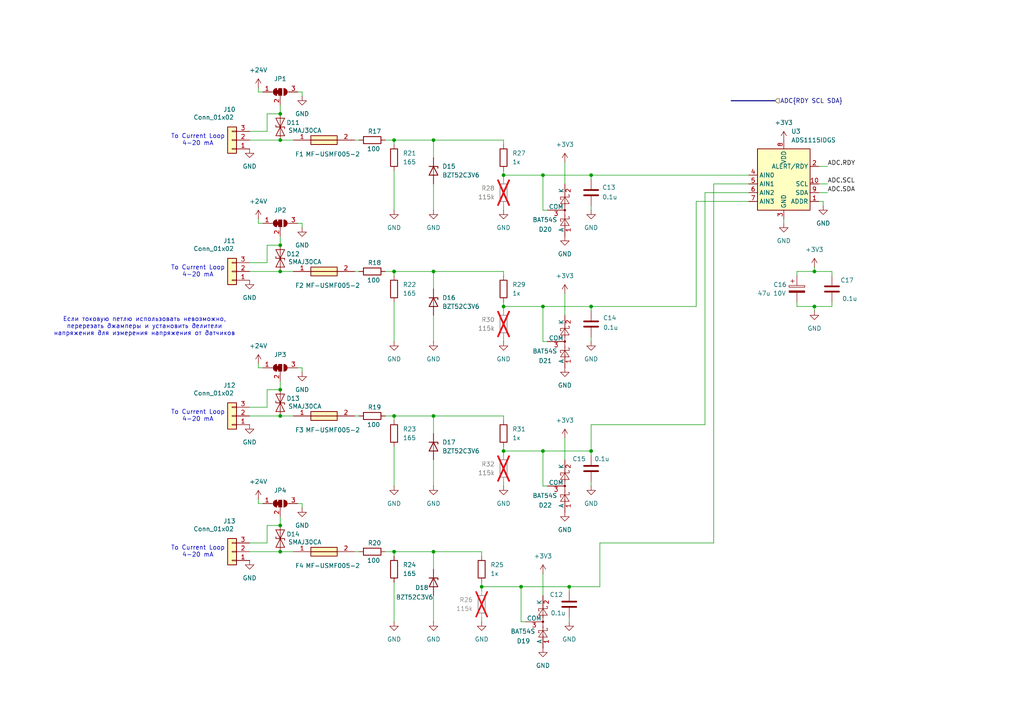
<source format=kicad_sch>
(kicad_sch
	(version 20250114)
	(generator "eeschema")
	(generator_version "9.0")
	(uuid "9faba55e-0a45-41bf-b6a0-f0518650f3d5")
	(paper "A4")
	(lib_symbols
		(symbol "Analog_ADC:ADS1115IDGS"
			(exclude_from_sim no)
			(in_bom yes)
			(on_board yes)
			(property "Reference" "U"
				(at 2.54 13.97 0)
				(effects
					(font
						(size 1.27 1.27)
					)
				)
			)
			(property "Value" "ADS1115IDGS"
				(at 7.62 11.43 0)
				(effects
					(font
						(size 1.27 1.27)
					)
				)
			)
			(property "Footprint" "Package_SO:TSSOP-10_3x3mm_P0.5mm"
				(at 0 -12.7 0)
				(effects
					(font
						(size 1.27 1.27)
					)
					(hide yes)
				)
			)
			(property "Datasheet" "http://www.ti.com/lit/ds/symlink/ads1113.pdf"
				(at -1.27 -22.86 0)
				(effects
					(font
						(size 1.27 1.27)
					)
					(hide yes)
				)
			)
			(property "Description" "Ultra-Small, Low-Power, I2C-Compatible, 860-SPS, 16-Bit ADCs With Internal Reference, Oscillator, and Programmable Comparator, VSSOP-10"
				(at 0 0 0)
				(effects
					(font
						(size 1.27 1.27)
					)
					(hide yes)
				)
			)
			(property "ki_keywords" "16 bit 4 channel I2C ADC"
				(at 0 0 0)
				(effects
					(font
						(size 1.27 1.27)
					)
					(hide yes)
				)
			)
			(property "ki_fp_filters" "TSSOP*3x3mm*P0.5mm*"
				(at 0 0 0)
				(effects
					(font
						(size 1.27 1.27)
					)
					(hide yes)
				)
			)
			(symbol "ADS1115IDGS_0_1"
				(rectangle
					(start -7.62 10.16)
					(end 7.62 -7.62)
					(stroke
						(width 0.254)
						(type default)
					)
					(fill
						(type background)
					)
				)
			)
			(symbol "ADS1115IDGS_1_1"
				(pin input line
					(at -10.16 2.54 0)
					(length 2.54)
					(name "AIN0"
						(effects
							(font
								(size 1.27 1.27)
							)
						)
					)
					(number "4"
						(effects
							(font
								(size 1.27 1.27)
							)
						)
					)
				)
				(pin input line
					(at -10.16 0 0)
					(length 2.54)
					(name "AIN1"
						(effects
							(font
								(size 1.27 1.27)
							)
						)
					)
					(number "5"
						(effects
							(font
								(size 1.27 1.27)
							)
						)
					)
				)
				(pin input line
					(at -10.16 -2.54 0)
					(length 2.54)
					(name "AIN2"
						(effects
							(font
								(size 1.27 1.27)
							)
						)
					)
					(number "6"
						(effects
							(font
								(size 1.27 1.27)
							)
						)
					)
				)
				(pin input line
					(at -10.16 -5.08 0)
					(length 2.54)
					(name "AIN3"
						(effects
							(font
								(size 1.27 1.27)
							)
						)
					)
					(number "7"
						(effects
							(font
								(size 1.27 1.27)
							)
						)
					)
				)
				(pin power_in line
					(at 0 12.7 270)
					(length 2.54)
					(name "VDD"
						(effects
							(font
								(size 1.27 1.27)
							)
						)
					)
					(number "8"
						(effects
							(font
								(size 1.27 1.27)
							)
						)
					)
				)
				(pin power_in line
					(at 0 -10.16 90)
					(length 2.54)
					(name "GND"
						(effects
							(font
								(size 1.27 1.27)
							)
						)
					)
					(number "3"
						(effects
							(font
								(size 1.27 1.27)
							)
						)
					)
				)
				(pin output line
					(at 10.16 5.08 180)
					(length 2.54)
					(name "ALERT/RDY"
						(effects
							(font
								(size 1.27 1.27)
							)
						)
					)
					(number "2"
						(effects
							(font
								(size 1.27 1.27)
							)
						)
					)
				)
				(pin input line
					(at 10.16 0 180)
					(length 2.54)
					(name "SCL"
						(effects
							(font
								(size 1.27 1.27)
							)
						)
					)
					(number "10"
						(effects
							(font
								(size 1.27 1.27)
							)
						)
					)
				)
				(pin bidirectional line
					(at 10.16 -2.54 180)
					(length 2.54)
					(name "SDA"
						(effects
							(font
								(size 1.27 1.27)
							)
						)
					)
					(number "9"
						(effects
							(font
								(size 1.27 1.27)
							)
						)
					)
				)
				(pin input line
					(at 10.16 -5.08 180)
					(length 2.54)
					(name "ADDR"
						(effects
							(font
								(size 1.27 1.27)
							)
						)
					)
					(number "1"
						(effects
							(font
								(size 1.27 1.27)
							)
						)
					)
				)
			)
			(embedded_fonts no)
		)
		(symbol "Connector_Generic:Conn_01x03"
			(pin_names
				(offset 1.016)
				(hide yes)
			)
			(exclude_from_sim no)
			(in_bom yes)
			(on_board yes)
			(property "Reference" "J"
				(at 0 5.08 0)
				(effects
					(font
						(size 1.27 1.27)
					)
				)
			)
			(property "Value" "Conn_01x03"
				(at 0 -5.08 0)
				(effects
					(font
						(size 1.27 1.27)
					)
				)
			)
			(property "Footprint" ""
				(at 0 0 0)
				(effects
					(font
						(size 1.27 1.27)
					)
					(hide yes)
				)
			)
			(property "Datasheet" "~"
				(at 0 0 0)
				(effects
					(font
						(size 1.27 1.27)
					)
					(hide yes)
				)
			)
			(property "Description" "Generic connector, single row, 01x03, script generated (kicad-library-utils/schlib/autogen/connector/)"
				(at 0 0 0)
				(effects
					(font
						(size 1.27 1.27)
					)
					(hide yes)
				)
			)
			(property "ki_keywords" "connector"
				(at 0 0 0)
				(effects
					(font
						(size 1.27 1.27)
					)
					(hide yes)
				)
			)
			(property "ki_fp_filters" "Connector*:*_1x??_*"
				(at 0 0 0)
				(effects
					(font
						(size 1.27 1.27)
					)
					(hide yes)
				)
			)
			(symbol "Conn_01x03_1_1"
				(rectangle
					(start -1.27 3.81)
					(end 1.27 -3.81)
					(stroke
						(width 0.254)
						(type default)
					)
					(fill
						(type background)
					)
				)
				(rectangle
					(start -1.27 2.667)
					(end 0 2.413)
					(stroke
						(width 0.1524)
						(type default)
					)
					(fill
						(type none)
					)
				)
				(rectangle
					(start -1.27 0.127)
					(end 0 -0.127)
					(stroke
						(width 0.1524)
						(type default)
					)
					(fill
						(type none)
					)
				)
				(rectangle
					(start -1.27 -2.413)
					(end 0 -2.667)
					(stroke
						(width 0.1524)
						(type default)
					)
					(fill
						(type none)
					)
				)
				(pin passive line
					(at -5.08 2.54 0)
					(length 3.81)
					(name "Pin_1"
						(effects
							(font
								(size 1.27 1.27)
							)
						)
					)
					(number "1"
						(effects
							(font
								(size 1.27 1.27)
							)
						)
					)
				)
				(pin passive line
					(at -5.08 0 0)
					(length 3.81)
					(name "Pin_2"
						(effects
							(font
								(size 1.27 1.27)
							)
						)
					)
					(number "2"
						(effects
							(font
								(size 1.27 1.27)
							)
						)
					)
				)
				(pin passive line
					(at -5.08 -2.54 0)
					(length 3.81)
					(name "Pin_3"
						(effects
							(font
								(size 1.27 1.27)
							)
						)
					)
					(number "3"
						(effects
							(font
								(size 1.27 1.27)
							)
						)
					)
				)
			)
			(embedded_fonts no)
		)
		(symbol "Device:C"
			(pin_numbers
				(hide yes)
			)
			(pin_names
				(offset 0.254)
			)
			(exclude_from_sim no)
			(in_bom yes)
			(on_board yes)
			(property "Reference" "C"
				(at 0.635 2.54 0)
				(effects
					(font
						(size 1.27 1.27)
					)
					(justify left)
				)
			)
			(property "Value" "C"
				(at 0.635 -2.54 0)
				(effects
					(font
						(size 1.27 1.27)
					)
					(justify left)
				)
			)
			(property "Footprint" ""
				(at 0.9652 -3.81 0)
				(effects
					(font
						(size 1.27 1.27)
					)
					(hide yes)
				)
			)
			(property "Datasheet" "~"
				(at 0 0 0)
				(effects
					(font
						(size 1.27 1.27)
					)
					(hide yes)
				)
			)
			(property "Description" "Unpolarized capacitor"
				(at 0 0 0)
				(effects
					(font
						(size 1.27 1.27)
					)
					(hide yes)
				)
			)
			(property "ki_keywords" "cap capacitor"
				(at 0 0 0)
				(effects
					(font
						(size 1.27 1.27)
					)
					(hide yes)
				)
			)
			(property "ki_fp_filters" "C_*"
				(at 0 0 0)
				(effects
					(font
						(size 1.27 1.27)
					)
					(hide yes)
				)
			)
			(symbol "C_0_1"
				(polyline
					(pts
						(xy -2.032 0.762) (xy 2.032 0.762)
					)
					(stroke
						(width 0.508)
						(type default)
					)
					(fill
						(type none)
					)
				)
				(polyline
					(pts
						(xy -2.032 -0.762) (xy 2.032 -0.762)
					)
					(stroke
						(width 0.508)
						(type default)
					)
					(fill
						(type none)
					)
				)
			)
			(symbol "C_1_1"
				(pin passive line
					(at 0 3.81 270)
					(length 2.794)
					(name "~"
						(effects
							(font
								(size 1.27 1.27)
							)
						)
					)
					(number "1"
						(effects
							(font
								(size 1.27 1.27)
							)
						)
					)
				)
				(pin passive line
					(at 0 -3.81 90)
					(length 2.794)
					(name "~"
						(effects
							(font
								(size 1.27 1.27)
							)
						)
					)
					(number "2"
						(effects
							(font
								(size 1.27 1.27)
							)
						)
					)
				)
			)
			(embedded_fonts no)
		)
		(symbol "Device:C_Polarized"
			(pin_numbers
				(hide yes)
			)
			(pin_names
				(offset 0.254)
			)
			(exclude_from_sim no)
			(in_bom yes)
			(on_board yes)
			(property "Reference" "C"
				(at 0.635 2.54 0)
				(effects
					(font
						(size 1.27 1.27)
					)
					(justify left)
				)
			)
			(property "Value" "C_Polarized"
				(at 0.635 -2.54 0)
				(effects
					(font
						(size 1.27 1.27)
					)
					(justify left)
				)
			)
			(property "Footprint" ""
				(at 0.9652 -3.81 0)
				(effects
					(font
						(size 1.27 1.27)
					)
					(hide yes)
				)
			)
			(property "Datasheet" "~"
				(at 0 0 0)
				(effects
					(font
						(size 1.27 1.27)
					)
					(hide yes)
				)
			)
			(property "Description" "Polarized capacitor"
				(at 0 0 0)
				(effects
					(font
						(size 1.27 1.27)
					)
					(hide yes)
				)
			)
			(property "ki_keywords" "cap capacitor"
				(at 0 0 0)
				(effects
					(font
						(size 1.27 1.27)
					)
					(hide yes)
				)
			)
			(property "ki_fp_filters" "CP_*"
				(at 0 0 0)
				(effects
					(font
						(size 1.27 1.27)
					)
					(hide yes)
				)
			)
			(symbol "C_Polarized_0_1"
				(rectangle
					(start -2.286 0.508)
					(end 2.286 1.016)
					(stroke
						(width 0)
						(type default)
					)
					(fill
						(type none)
					)
				)
				(polyline
					(pts
						(xy -1.778 2.286) (xy -0.762 2.286)
					)
					(stroke
						(width 0)
						(type default)
					)
					(fill
						(type none)
					)
				)
				(polyline
					(pts
						(xy -1.27 2.794) (xy -1.27 1.778)
					)
					(stroke
						(width 0)
						(type default)
					)
					(fill
						(type none)
					)
				)
				(rectangle
					(start 2.286 -0.508)
					(end -2.286 -1.016)
					(stroke
						(width 0)
						(type default)
					)
					(fill
						(type outline)
					)
				)
			)
			(symbol "C_Polarized_1_1"
				(pin passive line
					(at 0 3.81 270)
					(length 2.794)
					(name "~"
						(effects
							(font
								(size 1.27 1.27)
							)
						)
					)
					(number "1"
						(effects
							(font
								(size 1.27 1.27)
							)
						)
					)
				)
				(pin passive line
					(at 0 -3.81 90)
					(length 2.794)
					(name "~"
						(effects
							(font
								(size 1.27 1.27)
							)
						)
					)
					(number "2"
						(effects
							(font
								(size 1.27 1.27)
							)
						)
					)
				)
			)
			(embedded_fonts no)
		)
		(symbol "Device:R"
			(pin_numbers
				(hide yes)
			)
			(pin_names
				(offset 0)
			)
			(exclude_from_sim no)
			(in_bom yes)
			(on_board yes)
			(property "Reference" "R"
				(at 2.032 0 90)
				(effects
					(font
						(size 1.27 1.27)
					)
				)
			)
			(property "Value" "R"
				(at 0 0 90)
				(effects
					(font
						(size 1.27 1.27)
					)
				)
			)
			(property "Footprint" ""
				(at -1.778 0 90)
				(effects
					(font
						(size 1.27 1.27)
					)
					(hide yes)
				)
			)
			(property "Datasheet" "~"
				(at 0 0 0)
				(effects
					(font
						(size 1.27 1.27)
					)
					(hide yes)
				)
			)
			(property "Description" "Resistor"
				(at 0 0 0)
				(effects
					(font
						(size 1.27 1.27)
					)
					(hide yes)
				)
			)
			(property "ki_keywords" "R res resistor"
				(at 0 0 0)
				(effects
					(font
						(size 1.27 1.27)
					)
					(hide yes)
				)
			)
			(property "ki_fp_filters" "R_*"
				(at 0 0 0)
				(effects
					(font
						(size 1.27 1.27)
					)
					(hide yes)
				)
			)
			(symbol "R_0_1"
				(rectangle
					(start -1.016 -2.54)
					(end 1.016 2.54)
					(stroke
						(width 0.254)
						(type default)
					)
					(fill
						(type none)
					)
				)
			)
			(symbol "R_1_1"
				(pin passive line
					(at 0 3.81 270)
					(length 1.27)
					(name "~"
						(effects
							(font
								(size 1.27 1.27)
							)
						)
					)
					(number "1"
						(effects
							(font
								(size 1.27 1.27)
							)
						)
					)
				)
				(pin passive line
					(at 0 -3.81 90)
					(length 1.27)
					(name "~"
						(effects
							(font
								(size 1.27 1.27)
							)
						)
					)
					(number "2"
						(effects
							(font
								(size 1.27 1.27)
							)
						)
					)
				)
			)
			(embedded_fonts no)
		)
		(symbol "Diode:BAT54S"
			(pin_names
				(offset 0)
			)
			(exclude_from_sim no)
			(in_bom yes)
			(on_board yes)
			(property "Reference" "D"
				(at 2.54 -5.08 0)
				(effects
					(font
						(size 1.27 1.27)
					)
					(justify left)
				)
			)
			(property "Value" "BAT54S"
				(at -6.35 3.175 0)
				(effects
					(font
						(size 1.27 1.27)
					)
					(justify left)
				)
			)
			(property "Footprint" "Package_TO_SOT_SMD:SOT-23"
				(at 1.905 3.175 0)
				(effects
					(font
						(size 1.27 1.27)
					)
					(justify left)
					(hide yes)
				)
			)
			(property "Datasheet" "https://www.diodes.com/assets/Datasheets/ds11005.pdf"
				(at -3.048 0 0)
				(effects
					(font
						(size 1.27 1.27)
					)
					(hide yes)
				)
			)
			(property "Description" "Vr 30V, If 200mA, Dual schottky barrier diode, in series, SOT-323"
				(at 0 0 0)
				(effects
					(font
						(size 1.27 1.27)
					)
					(hide yes)
				)
			)
			(property "ki_keywords" "schottky diode"
				(at 0 0 0)
				(effects
					(font
						(size 1.27 1.27)
					)
					(hide yes)
				)
			)
			(property "ki_fp_filters" "SOT?23*"
				(at 0 0 0)
				(effects
					(font
						(size 1.27 1.27)
					)
					(hide yes)
				)
			)
			(symbol "BAT54S_0_1"
				(polyline
					(pts
						(xy -4.445 1.27) (xy -4.445 -1.27) (xy -2.54 0) (xy -4.445 1.27)
					)
					(stroke
						(width 0)
						(type default)
					)
					(fill
						(type none)
					)
				)
				(polyline
					(pts
						(xy -3.81 0) (xy -1.27 0)
					)
					(stroke
						(width 0)
						(type default)
					)
					(fill
						(type none)
					)
				)
				(polyline
					(pts
						(xy -3.175 -1.27) (xy -3.175 -1.016)
					)
					(stroke
						(width 0)
						(type default)
					)
					(fill
						(type none)
					)
				)
				(polyline
					(pts
						(xy -2.54 1.27) (xy -1.905 1.27)
					)
					(stroke
						(width 0)
						(type default)
					)
					(fill
						(type none)
					)
				)
				(polyline
					(pts
						(xy -2.54 -1.27) (xy -3.175 -1.27)
					)
					(stroke
						(width 0)
						(type default)
					)
					(fill
						(type none)
					)
				)
				(polyline
					(pts
						(xy -2.54 -1.27) (xy -2.54 1.27)
					)
					(stroke
						(width 0)
						(type default)
					)
					(fill
						(type none)
					)
				)
				(polyline
					(pts
						(xy -1.905 1.27) (xy -1.905 1.016)
					)
					(stroke
						(width 0)
						(type default)
					)
					(fill
						(type none)
					)
				)
				(polyline
					(pts
						(xy -1.905 0) (xy 1.905 0)
					)
					(stroke
						(width 0)
						(type default)
					)
					(fill
						(type none)
					)
				)
				(circle
					(center 0 0)
					(radius 0.254)
					(stroke
						(width 0)
						(type default)
					)
					(fill
						(type outline)
					)
				)
				(polyline
					(pts
						(xy 1.27 0) (xy 3.81 0)
					)
					(stroke
						(width 0)
						(type default)
					)
					(fill
						(type none)
					)
				)
				(polyline
					(pts
						(xy 1.905 1.27) (xy 1.905 -1.27) (xy 3.81 0) (xy 1.905 1.27)
					)
					(stroke
						(width 0)
						(type default)
					)
					(fill
						(type none)
					)
				)
				(polyline
					(pts
						(xy 3.175 -1.27) (xy 3.175 -1.016)
					)
					(stroke
						(width 0)
						(type default)
					)
					(fill
						(type none)
					)
				)
				(polyline
					(pts
						(xy 3.81 1.27) (xy 4.445 1.27)
					)
					(stroke
						(width 0)
						(type default)
					)
					(fill
						(type none)
					)
				)
				(polyline
					(pts
						(xy 3.81 -1.27) (xy 3.175 -1.27)
					)
					(stroke
						(width 0)
						(type default)
					)
					(fill
						(type none)
					)
				)
				(polyline
					(pts
						(xy 3.81 -1.27) (xy 3.81 1.27)
					)
					(stroke
						(width 0)
						(type default)
					)
					(fill
						(type none)
					)
				)
				(polyline
					(pts
						(xy 4.445 1.27) (xy 4.445 1.016)
					)
					(stroke
						(width 0)
						(type default)
					)
					(fill
						(type none)
					)
				)
			)
			(symbol "BAT54S_1_1"
				(pin passive line
					(at -7.62 0 0)
					(length 3.81)
					(name "A"
						(effects
							(font
								(size 1.27 1.27)
							)
						)
					)
					(number "1"
						(effects
							(font
								(size 1.27 1.27)
							)
						)
					)
				)
				(pin passive line
					(at 0 -5.08 90)
					(length 5.08)
					(name "COM"
						(effects
							(font
								(size 1.27 1.27)
							)
						)
					)
					(number "3"
						(effects
							(font
								(size 1.27 1.27)
							)
						)
					)
				)
				(pin passive line
					(at 7.62 0 180)
					(length 3.81)
					(name "K"
						(effects
							(font
								(size 1.27 1.27)
							)
						)
					)
					(number "2"
						(effects
							(font
								(size 1.27 1.27)
							)
						)
					)
				)
			)
			(embedded_fonts no)
		)
		(symbol "Diode:BZT52Bxx"
			(pin_numbers
				(hide yes)
			)
			(pin_names
				(hide yes)
			)
			(exclude_from_sim no)
			(in_bom yes)
			(on_board yes)
			(property "Reference" "D"
				(at 0 2.54 0)
				(effects
					(font
						(size 1.27 1.27)
					)
				)
			)
			(property "Value" "BZT52Bxx"
				(at 0 -2.54 0)
				(effects
					(font
						(size 1.27 1.27)
					)
				)
			)
			(property "Footprint" "Diode_SMD:D_SOD-123F"
				(at 0 -4.445 0)
				(effects
					(font
						(size 1.27 1.27)
					)
					(hide yes)
				)
			)
			(property "Datasheet" "https://diotec.com/tl_files/diotec/files/pdf/datasheets/bzt52b2v4.pdf"
				(at 0 0 0)
				(effects
					(font
						(size 1.27 1.27)
					)
					(hide yes)
				)
			)
			(property "Description" "500mW Zener Diode, SOD-123F"
				(at 0 0 0)
				(effects
					(font
						(size 1.27 1.27)
					)
					(hide yes)
				)
			)
			(property "ki_keywords" "zener diode"
				(at 0 0 0)
				(effects
					(font
						(size 1.27 1.27)
					)
					(hide yes)
				)
			)
			(property "ki_fp_filters" "D?SOD?123F*"
				(at 0 0 0)
				(effects
					(font
						(size 1.27 1.27)
					)
					(hide yes)
				)
			)
			(symbol "BZT52Bxx_0_1"
				(polyline
					(pts
						(xy -1.27 -1.27) (xy -1.27 1.27) (xy -0.762 1.27)
					)
					(stroke
						(width 0.254)
						(type default)
					)
					(fill
						(type none)
					)
				)
				(polyline
					(pts
						(xy 1.27 0) (xy -1.27 0)
					)
					(stroke
						(width 0)
						(type default)
					)
					(fill
						(type none)
					)
				)
				(polyline
					(pts
						(xy 1.27 -1.27) (xy 1.27 1.27) (xy -1.27 0) (xy 1.27 -1.27)
					)
					(stroke
						(width 0.254)
						(type default)
					)
					(fill
						(type none)
					)
				)
			)
			(symbol "BZT52Bxx_1_1"
				(pin passive line
					(at -3.81 0 0)
					(length 2.54)
					(name "K"
						(effects
							(font
								(size 1.27 1.27)
							)
						)
					)
					(number "1"
						(effects
							(font
								(size 1.27 1.27)
							)
						)
					)
				)
				(pin passive line
					(at 3.81 0 180)
					(length 2.54)
					(name "A"
						(effects
							(font
								(size 1.27 1.27)
							)
						)
					)
					(number "2"
						(effects
							(font
								(size 1.27 1.27)
							)
						)
					)
				)
			)
			(embedded_fonts no)
		)
		(symbol "Diode:SMAJ30CA"
			(pin_numbers
				(hide yes)
			)
			(pin_names
				(offset 1.016)
				(hide yes)
			)
			(exclude_from_sim no)
			(in_bom yes)
			(on_board yes)
			(property "Reference" "D"
				(at 0 2.54 0)
				(effects
					(font
						(size 1.27 1.27)
					)
				)
			)
			(property "Value" "SMAJ30CA"
				(at 0 -2.54 0)
				(effects
					(font
						(size 1.27 1.27)
					)
				)
			)
			(property "Footprint" "Diode_SMD:D_SMA"
				(at 0 -5.08 0)
				(effects
					(font
						(size 1.27 1.27)
					)
					(hide yes)
				)
			)
			(property "Datasheet" "https://www.littelfuse.com/media?resourcetype=datasheets&itemid=75e32973-b177-4ee3-a0ff-cedaf1abdb93&filename=smaj-datasheet"
				(at 0 0 0)
				(effects
					(font
						(size 1.27 1.27)
					)
					(hide yes)
				)
			)
			(property "Description" "400W bidirectional Transient Voltage Suppressor, 30.0Vr, SMA(DO-214AC)"
				(at 0 0 0)
				(effects
					(font
						(size 1.27 1.27)
					)
					(hide yes)
				)
			)
			(property "ki_keywords" "bidirectional diode TVS voltage suppressor"
				(at 0 0 0)
				(effects
					(font
						(size 1.27 1.27)
					)
					(hide yes)
				)
			)
			(property "ki_fp_filters" "D*SMA*"
				(at 0 0 0)
				(effects
					(font
						(size 1.27 1.27)
					)
					(hide yes)
				)
			)
			(symbol "SMAJ30CA_0_1"
				(polyline
					(pts
						(xy -2.54 -1.27) (xy 0 0) (xy -2.54 1.27) (xy -2.54 -1.27)
					)
					(stroke
						(width 0.2032)
						(type default)
					)
					(fill
						(type none)
					)
				)
				(polyline
					(pts
						(xy 0.508 1.27) (xy 0 1.27) (xy 0 -1.27) (xy -0.508 -1.27)
					)
					(stroke
						(width 0.2032)
						(type default)
					)
					(fill
						(type none)
					)
				)
				(polyline
					(pts
						(xy 1.27 0) (xy -1.27 0)
					)
					(stroke
						(width 0)
						(type default)
					)
					(fill
						(type none)
					)
				)
				(polyline
					(pts
						(xy 2.54 1.27) (xy 2.54 -1.27) (xy 0 0) (xy 2.54 1.27)
					)
					(stroke
						(width 0.2032)
						(type default)
					)
					(fill
						(type none)
					)
				)
			)
			(symbol "SMAJ30CA_1_1"
				(pin passive line
					(at -3.81 0 0)
					(length 2.54)
					(name "A1"
						(effects
							(font
								(size 1.27 1.27)
							)
						)
					)
					(number "1"
						(effects
							(font
								(size 1.27 1.27)
							)
						)
					)
				)
				(pin passive line
					(at 3.81 0 180)
					(length 2.54)
					(name "A2"
						(effects
							(font
								(size 1.27 1.27)
							)
						)
					)
					(number "2"
						(effects
							(font
								(size 1.27 1.27)
							)
						)
					)
				)
			)
			(embedded_fonts no)
		)
		(symbol "Jumper:SolderJumper_3_Bridged12"
			(pin_names
				(offset 0)
				(hide yes)
			)
			(exclude_from_sim no)
			(in_bom no)
			(on_board yes)
			(property "Reference" "JP"
				(at -2.54 -2.54 0)
				(effects
					(font
						(size 1.27 1.27)
					)
				)
			)
			(property "Value" "SolderJumper_3_Bridged12"
				(at 0 2.794 0)
				(effects
					(font
						(size 1.27 1.27)
					)
				)
			)
			(property "Footprint" ""
				(at 0 0 0)
				(effects
					(font
						(size 1.27 1.27)
					)
					(hide yes)
				)
			)
			(property "Datasheet" "~"
				(at 0 0 0)
				(effects
					(font
						(size 1.27 1.27)
					)
					(hide yes)
				)
			)
			(property "Description" "3-pole Solder Jumper, pins 1+2 closed/bridged"
				(at 0 0 0)
				(effects
					(font
						(size 1.27 1.27)
					)
					(hide yes)
				)
			)
			(property "ki_keywords" "Solder Jumper SPDT"
				(at 0 0 0)
				(effects
					(font
						(size 1.27 1.27)
					)
					(hide yes)
				)
			)
			(property "ki_fp_filters" "SolderJumper*Bridged12*"
				(at 0 0 0)
				(effects
					(font
						(size 1.27 1.27)
					)
					(hide yes)
				)
			)
			(symbol "SolderJumper_3_Bridged12_0_1"
				(polyline
					(pts
						(xy -2.54 0) (xy -2.032 0)
					)
					(stroke
						(width 0)
						(type default)
					)
					(fill
						(type none)
					)
				)
				(polyline
					(pts
						(xy -1.016 1.016) (xy -1.016 -1.016)
					)
					(stroke
						(width 0)
						(type default)
					)
					(fill
						(type none)
					)
				)
				(rectangle
					(start -1.016 0.508)
					(end -0.508 -0.508)
					(stroke
						(width 0)
						(type default)
					)
					(fill
						(type outline)
					)
				)
				(arc
					(start -1.016 -1.016)
					(mid -2.0276 0)
					(end -1.016 1.016)
					(stroke
						(width 0)
						(type default)
					)
					(fill
						(type none)
					)
				)
				(arc
					(start -1.016 -1.016)
					(mid -2.0276 0)
					(end -1.016 1.016)
					(stroke
						(width 0)
						(type default)
					)
					(fill
						(type outline)
					)
				)
				(rectangle
					(start -0.508 1.016)
					(end 0.508 -1.016)
					(stroke
						(width 0)
						(type default)
					)
					(fill
						(type outline)
					)
				)
				(polyline
					(pts
						(xy 0 -1.27) (xy 0 -1.016)
					)
					(stroke
						(width 0)
						(type default)
					)
					(fill
						(type none)
					)
				)
				(arc
					(start 1.016 1.016)
					(mid 2.0276 0)
					(end 1.016 -1.016)
					(stroke
						(width 0)
						(type default)
					)
					(fill
						(type none)
					)
				)
				(arc
					(start 1.016 1.016)
					(mid 2.0276 0)
					(end 1.016 -1.016)
					(stroke
						(width 0)
						(type default)
					)
					(fill
						(type outline)
					)
				)
				(polyline
					(pts
						(xy 1.016 1.016) (xy 1.016 -1.016)
					)
					(stroke
						(width 0)
						(type default)
					)
					(fill
						(type none)
					)
				)
				(polyline
					(pts
						(xy 2.54 0) (xy 2.032 0)
					)
					(stroke
						(width 0)
						(type default)
					)
					(fill
						(type none)
					)
				)
			)
			(symbol "SolderJumper_3_Bridged12_1_1"
				(pin passive line
					(at -5.08 0 0)
					(length 2.54)
					(name "A"
						(effects
							(font
								(size 1.27 1.27)
							)
						)
					)
					(number "1"
						(effects
							(font
								(size 1.27 1.27)
							)
						)
					)
				)
				(pin passive line
					(at 0 -3.81 90)
					(length 2.54)
					(name "C"
						(effects
							(font
								(size 1.27 1.27)
							)
						)
					)
					(number "2"
						(effects
							(font
								(size 1.27 1.27)
							)
						)
					)
				)
				(pin passive line
					(at 5.08 0 180)
					(length 2.54)
					(name "B"
						(effects
							(font
								(size 1.27 1.27)
							)
						)
					)
					(number "3"
						(effects
							(font
								(size 1.27 1.27)
							)
						)
					)
				)
			)
			(embedded_fonts no)
		)
		(symbol "Proj:MF-USMF005-2"
			(pin_names
				(hide yes)
			)
			(exclude_from_sim no)
			(in_bom yes)
			(on_board yes)
			(property "Reference" "F"
				(at 13.97 6.35 0)
				(effects
					(font
						(size 1.27 1.27)
					)
					(justify left top)
				)
			)
			(property "Value" "MF-USMF005-2"
				(at 13.97 3.81 0)
				(effects
					(font
						(size 1.27 1.27)
					)
					(justify left top)
				)
			)
			(property "Footprint" "ProjLibrary:FUSC3226X110N"
				(at 13.97 -96.19 0)
				(effects
					(font
						(size 1.27 1.27)
					)
					(justify left top)
					(hide yes)
				)
			)
			(property "Datasheet" "https://componentsearchengine.com/Datasheets/2/MF-USMF005-2.pdf"
				(at 13.97 -196.19 0)
				(effects
					(font
						(size 1.27 1.27)
					)
					(justify left top)
					(hide yes)
				)
			)
			(property "Description" "Fuse, PTC, Resettable, SMD, 1210, 50mA Bourns 0.05A Surface Mount Resettable Fuse, 30 V"
				(at 0 0 0)
				(effects
					(font
						(size 1.27 1.27)
					)
					(hide yes)
				)
			)
			(property "Height" "1.1"
				(at 13.97 -396.19 0)
				(effects
					(font
						(size 1.27 1.27)
					)
					(justify left top)
					(hide yes)
				)
			)
			(property "Manufacturer_Name" "Bourns"
				(at 13.97 -496.19 0)
				(effects
					(font
						(size 1.27 1.27)
					)
					(justify left top)
					(hide yes)
				)
			)
			(property "Manufacturer_Part_Number" "MF-USMF005-2"
				(at 13.97 -596.19 0)
				(effects
					(font
						(size 1.27 1.27)
					)
					(justify left top)
					(hide yes)
				)
			)
			(property "Mouser Part Number" "652-MF-USMF005-2"
				(at 13.97 -696.19 0)
				(effects
					(font
						(size 1.27 1.27)
					)
					(justify left top)
					(hide yes)
				)
			)
			(property "Mouser Price/Stock" "https://www.mouser.co.uk/ProductDetail/Bourns/MF-USMF005-2?qs=k5V78Jg%2Feq5dOnJgyb2oFg%3D%3D"
				(at 13.97 -796.19 0)
				(effects
					(font
						(size 1.27 1.27)
					)
					(justify left top)
					(hide yes)
				)
			)
			(property "Arrow Part Number" "MF-USMF005-2"
				(at 13.97 -896.19 0)
				(effects
					(font
						(size 1.27 1.27)
					)
					(justify left top)
					(hide yes)
				)
			)
			(property "Arrow Price/Stock" "https://www.arrow.com/en/products/mf-usmf005-2/bourns?utm_currency=USD&region=nac"
				(at 13.97 -996.19 0)
				(effects
					(font
						(size 1.27 1.27)
					)
					(justify left top)
					(hide yes)
				)
			)
			(symbol "MF-USMF005-2_1_1"
				(rectangle
					(start 5.08 1.27)
					(end 12.7 -1.27)
					(stroke
						(width 0.254)
						(type default)
					)
					(fill
						(type background)
					)
				)
				(polyline
					(pts
						(xy 5.08 0) (xy 12.7 0)
					)
					(stroke
						(width 0.254)
						(type default)
					)
					(fill
						(type none)
					)
				)
				(pin passive line
					(at 0 0 0)
					(length 5.08)
					(name "1"
						(effects
							(font
								(size 1.27 1.27)
							)
						)
					)
					(number "1"
						(effects
							(font
								(size 1.27 1.27)
							)
						)
					)
				)
				(pin passive line
					(at 17.78 0 180)
					(length 5.08)
					(name "2"
						(effects
							(font
								(size 1.27 1.27)
							)
						)
					)
					(number "2"
						(effects
							(font
								(size 1.27 1.27)
							)
						)
					)
				)
			)
			(embedded_fonts no)
		)
		(symbol "power:+24V"
			(power)
			(pin_numbers
				(hide yes)
			)
			(pin_names
				(offset 0)
				(hide yes)
			)
			(exclude_from_sim no)
			(in_bom yes)
			(on_board yes)
			(property "Reference" "#PWR"
				(at 0 -3.81 0)
				(effects
					(font
						(size 1.27 1.27)
					)
					(hide yes)
				)
			)
			(property "Value" "+24V"
				(at 0 3.556 0)
				(effects
					(font
						(size 1.27 1.27)
					)
				)
			)
			(property "Footprint" ""
				(at 0 0 0)
				(effects
					(font
						(size 1.27 1.27)
					)
					(hide yes)
				)
			)
			(property "Datasheet" ""
				(at 0 0 0)
				(effects
					(font
						(size 1.27 1.27)
					)
					(hide yes)
				)
			)
			(property "Description" "Power symbol creates a global label with name \"+24V\""
				(at 0 0 0)
				(effects
					(font
						(size 1.27 1.27)
					)
					(hide yes)
				)
			)
			(property "ki_keywords" "global power"
				(at 0 0 0)
				(effects
					(font
						(size 1.27 1.27)
					)
					(hide yes)
				)
			)
			(symbol "+24V_0_1"
				(polyline
					(pts
						(xy -0.762 1.27) (xy 0 2.54)
					)
					(stroke
						(width 0)
						(type default)
					)
					(fill
						(type none)
					)
				)
				(polyline
					(pts
						(xy 0 2.54) (xy 0.762 1.27)
					)
					(stroke
						(width 0)
						(type default)
					)
					(fill
						(type none)
					)
				)
				(polyline
					(pts
						(xy 0 0) (xy 0 2.54)
					)
					(stroke
						(width 0)
						(type default)
					)
					(fill
						(type none)
					)
				)
			)
			(symbol "+24V_1_1"
				(pin power_in line
					(at 0 0 90)
					(length 0)
					(name "~"
						(effects
							(font
								(size 1.27 1.27)
							)
						)
					)
					(number "1"
						(effects
							(font
								(size 1.27 1.27)
							)
						)
					)
				)
			)
			(embedded_fonts no)
		)
		(symbol "power:+3V3"
			(power)
			(pin_numbers
				(hide yes)
			)
			(pin_names
				(offset 0)
				(hide yes)
			)
			(exclude_from_sim no)
			(in_bom yes)
			(on_board yes)
			(property "Reference" "#PWR"
				(at 0 -3.81 0)
				(effects
					(font
						(size 1.27 1.27)
					)
					(hide yes)
				)
			)
			(property "Value" "+3V3"
				(at 0 3.556 0)
				(effects
					(font
						(size 1.27 1.27)
					)
				)
			)
			(property "Footprint" ""
				(at 0 0 0)
				(effects
					(font
						(size 1.27 1.27)
					)
					(hide yes)
				)
			)
			(property "Datasheet" ""
				(at 0 0 0)
				(effects
					(font
						(size 1.27 1.27)
					)
					(hide yes)
				)
			)
			(property "Description" "Power symbol creates a global label with name \"+3V3\""
				(at 0 0 0)
				(effects
					(font
						(size 1.27 1.27)
					)
					(hide yes)
				)
			)
			(property "ki_keywords" "global power"
				(at 0 0 0)
				(effects
					(font
						(size 1.27 1.27)
					)
					(hide yes)
				)
			)
			(symbol "+3V3_0_1"
				(polyline
					(pts
						(xy -0.762 1.27) (xy 0 2.54)
					)
					(stroke
						(width 0)
						(type default)
					)
					(fill
						(type none)
					)
				)
				(polyline
					(pts
						(xy 0 2.54) (xy 0.762 1.27)
					)
					(stroke
						(width 0)
						(type default)
					)
					(fill
						(type none)
					)
				)
				(polyline
					(pts
						(xy 0 0) (xy 0 2.54)
					)
					(stroke
						(width 0)
						(type default)
					)
					(fill
						(type none)
					)
				)
			)
			(symbol "+3V3_1_1"
				(pin power_in line
					(at 0 0 90)
					(length 0)
					(name "~"
						(effects
							(font
								(size 1.27 1.27)
							)
						)
					)
					(number "1"
						(effects
							(font
								(size 1.27 1.27)
							)
						)
					)
				)
			)
			(embedded_fonts no)
		)
		(symbol "power:GND"
			(power)
			(pin_numbers
				(hide yes)
			)
			(pin_names
				(offset 0)
				(hide yes)
			)
			(exclude_from_sim no)
			(in_bom yes)
			(on_board yes)
			(property "Reference" "#PWR"
				(at 0 -6.35 0)
				(effects
					(font
						(size 1.27 1.27)
					)
					(hide yes)
				)
			)
			(property "Value" "GND"
				(at 0 -3.81 0)
				(effects
					(font
						(size 1.27 1.27)
					)
				)
			)
			(property "Footprint" ""
				(at 0 0 0)
				(effects
					(font
						(size 1.27 1.27)
					)
					(hide yes)
				)
			)
			(property "Datasheet" ""
				(at 0 0 0)
				(effects
					(font
						(size 1.27 1.27)
					)
					(hide yes)
				)
			)
			(property "Description" "Power symbol creates a global label with name \"GND\" , ground"
				(at 0 0 0)
				(effects
					(font
						(size 1.27 1.27)
					)
					(hide yes)
				)
			)
			(property "ki_keywords" "global power"
				(at 0 0 0)
				(effects
					(font
						(size 1.27 1.27)
					)
					(hide yes)
				)
			)
			(symbol "GND_0_1"
				(polyline
					(pts
						(xy 0 0) (xy 0 -1.27) (xy 1.27 -1.27) (xy 0 -2.54) (xy -1.27 -1.27) (xy 0 -1.27)
					)
					(stroke
						(width 0)
						(type default)
					)
					(fill
						(type none)
					)
				)
			)
			(symbol "GND_1_1"
				(pin power_in line
					(at 0 0 270)
					(length 0)
					(name "~"
						(effects
							(font
								(size 1.27 1.27)
							)
						)
					)
					(number "1"
						(effects
							(font
								(size 1.27 1.27)
							)
						)
					)
				)
			)
			(embedded_fonts no)
		)
	)
	(text "To Current Loop\n4-20 mA"
		(exclude_from_sim no)
		(at 57.404 78.74 0)
		(effects
			(font
				(size 1.27 1.27)
			)
		)
		(uuid "274d659d-d402-41d6-9e60-32b6a759fd9b")
	)
	(text "To Current Loop\n4-20 mA"
		(exclude_from_sim no)
		(at 57.404 160.02 0)
		(effects
			(font
				(size 1.27 1.27)
			)
		)
		(uuid "5af156e2-3b99-4c95-b080-cbbec370b960")
	)
	(text "Если токовую петлю использовать невозможно,\nперерезать джамперы и установить делители\nнапряжения для измерения напряжения от датчиков"
		(exclude_from_sim no)
		(at 41.91 94.742 0)
		(effects
			(font
				(size 1.27 1.27)
			)
		)
		(uuid "a5ef64c0-f18c-4068-9059-c0f0720b82fa")
	)
	(text "To Current Loop\n4-20 mA"
		(exclude_from_sim no)
		(at 57.404 120.65 0)
		(effects
			(font
				(size 1.27 1.27)
			)
		)
		(uuid "d9b18fc3-2802-4374-ac11-081be1d1bcfa")
	)
	(text "To Current Loop\n4-20 mA"
		(exclude_from_sim no)
		(at 57.404 40.64 0)
		(effects
			(font
				(size 1.27 1.27)
			)
		)
		(uuid "ed33265f-77c6-4069-8633-724168366056")
	)
	(junction
		(at 125.73 78.74)
		(diameter 0)
		(color 0 0 0 0)
		(uuid "01bd0383-39b1-41b6-bfa6-c6a00982c92c")
	)
	(junction
		(at 157.48 130.81)
		(diameter 0)
		(color 0 0 0 0)
		(uuid "02c15d82-c35d-4495-a59b-20dcc2e8657b")
	)
	(junction
		(at 114.3 40.64)
		(diameter 0)
		(color 0 0 0 0)
		(uuid "129d401e-300a-446d-9d2d-4cb3080ce28c")
	)
	(junction
		(at 81.28 152.4)
		(diameter 0)
		(color 0 0 0 0)
		(uuid "14285c2a-d319-4d5f-ad1e-59907b6c764b")
	)
	(junction
		(at 146.05 50.8)
		(diameter 0)
		(color 0 0 0 0)
		(uuid "1c43b8d3-e38c-4da1-9ffb-e0cb9ce8208e")
	)
	(junction
		(at 125.73 160.02)
		(diameter 0)
		(color 0 0 0 0)
		(uuid "27d54c11-72f9-48d0-a79d-34b5ee6b6a7e")
	)
	(junction
		(at 146.05 88.9)
		(diameter 0)
		(color 0 0 0 0)
		(uuid "28219bf2-3d15-4e26-a0d9-9b652bf024c5")
	)
	(junction
		(at 157.48 88.9)
		(diameter 0)
		(color 0 0 0 0)
		(uuid "2a6c3371-3457-4245-bbed-1eac636c4d83")
	)
	(junction
		(at 171.45 50.8)
		(diameter 0)
		(color 0 0 0 0)
		(uuid "2b0e84b8-f8bf-405c-b22d-3c4a7017f08e")
	)
	(junction
		(at 81.28 78.74)
		(diameter 0)
		(color 0 0 0 0)
		(uuid "40e10046-4c7f-463c-8a5d-96e0428f1843")
	)
	(junction
		(at 114.3 78.74)
		(diameter 0)
		(color 0 0 0 0)
		(uuid "43ea34b6-990a-41f0-9abb-edf15bdde2a7")
	)
	(junction
		(at 81.28 71.12)
		(diameter 0)
		(color 0 0 0 0)
		(uuid "4556f493-2dad-4552-928e-2660f549132c")
	)
	(junction
		(at 146.05 130.81)
		(diameter 0)
		(color 0 0 0 0)
		(uuid "4b8768a5-d402-418c-b4c4-a8b12387996d")
	)
	(junction
		(at 81.28 113.03)
		(diameter 0)
		(color 0 0 0 0)
		(uuid "511a6103-b2a4-46c8-ad51-82e2b8539ef2")
	)
	(junction
		(at 171.45 88.9)
		(diameter 0)
		(color 0 0 0 0)
		(uuid "5daef552-ac81-4b02-acc0-7777f02ebfb8")
	)
	(junction
		(at 236.22 88.9)
		(diameter 0)
		(color 0 0 0 0)
		(uuid "6932d234-e494-4271-aa8a-090eb707fd41")
	)
	(junction
		(at 151.13 170.18)
		(diameter 0)
		(color 0 0 0 0)
		(uuid "6d2ea92c-ed5c-4b02-aea0-d047ce30c95c")
	)
	(junction
		(at 81.28 160.02)
		(diameter 0)
		(color 0 0 0 0)
		(uuid "76a81e5d-cd09-4e47-ae2d-aa8b3205de12")
	)
	(junction
		(at 114.3 160.02)
		(diameter 0)
		(color 0 0 0 0)
		(uuid "983de8e4-a03a-4129-b0d5-c33ba2d51c2e")
	)
	(junction
		(at 81.28 40.64)
		(diameter 0)
		(color 0 0 0 0)
		(uuid "a25eeb30-4593-4acd-a53d-392a1fcb81b5")
	)
	(junction
		(at 165.1 170.18)
		(diameter 0)
		(color 0 0 0 0)
		(uuid "a3a20ac1-096b-4dcf-96d5-77364e9cebeb")
	)
	(junction
		(at 125.73 40.64)
		(diameter 0)
		(color 0 0 0 0)
		(uuid "a48ba0bb-087f-4ee1-a500-06776221f21b")
	)
	(junction
		(at 81.28 120.65)
		(diameter 0)
		(color 0 0 0 0)
		(uuid "a74e6f71-bbd5-4657-8d9a-5aa29a2070a2")
	)
	(junction
		(at 171.45 130.81)
		(diameter 0)
		(color 0 0 0 0)
		(uuid "af07b62b-51c3-46f1-a6fd-986b8f12e917")
	)
	(junction
		(at 81.28 33.02)
		(diameter 0)
		(color 0 0 0 0)
		(uuid "b0db922a-a1fe-44dc-b2be-56a56daa6adc")
	)
	(junction
		(at 139.7 170.18)
		(diameter 0)
		(color 0 0 0 0)
		(uuid "b7b70451-3708-4b89-8c1d-5f7024ffe851")
	)
	(junction
		(at 114.3 120.65)
		(diameter 0)
		(color 0 0 0 0)
		(uuid "bd96c24f-946e-4938-8ec5-b1c6f81a3e0d")
	)
	(junction
		(at 236.22 78.74)
		(diameter 0)
		(color 0 0 0 0)
		(uuid "bee727b0-08fd-4fd3-83a8-66461b8bed76")
	)
	(junction
		(at 157.48 50.8)
		(diameter 0)
		(color 0 0 0 0)
		(uuid "c33e6c56-0345-4db7-81dc-49528adda1ac")
	)
	(junction
		(at 125.73 120.65)
		(diameter 0)
		(color 0 0 0 0)
		(uuid "fea70ac9-8eee-4b26-9e97-05e2abc0f751")
	)
	(wire
		(pts
			(xy 72.39 118.11) (xy 77.47 118.11)
		)
		(stroke
			(width 0)
			(type default)
		)
		(uuid "00921087-d057-41a9-997a-5ae2647820df")
	)
	(wire
		(pts
			(xy 81.28 149.86) (xy 81.28 152.4)
		)
		(stroke
			(width 0)
			(type default)
		)
		(uuid "0532fe65-261e-4eb3-b132-94d2cd700f55")
	)
	(wire
		(pts
			(xy 114.3 40.64) (xy 125.73 40.64)
		)
		(stroke
			(width 0)
			(type default)
		)
		(uuid "0a4c4a66-d1b4-4101-8eb6-93ac8602658f")
	)
	(wire
		(pts
			(xy 77.47 113.03) (xy 81.28 113.03)
		)
		(stroke
			(width 0)
			(type default)
		)
		(uuid "0b978068-d75c-43db-a906-9db5dad7f9c6")
	)
	(wire
		(pts
			(xy 125.73 78.74) (xy 125.73 83.82)
		)
		(stroke
			(width 0)
			(type default)
		)
		(uuid "0c4fa073-2984-4de9-9c93-9f756b3a7e58")
	)
	(wire
		(pts
			(xy 86.36 64.77) (xy 87.63 64.77)
		)
		(stroke
			(width 0)
			(type default)
		)
		(uuid "0c60fc7a-2f29-49b4-a072-568f05c81ca2")
	)
	(wire
		(pts
			(xy 87.63 106.68) (xy 87.63 107.95)
		)
		(stroke
			(width 0)
			(type default)
		)
		(uuid "0cd683fa-111b-49a6-9709-330894ae34b8")
	)
	(wire
		(pts
			(xy 171.45 130.81) (xy 171.45 132.08)
		)
		(stroke
			(width 0)
			(type default)
		)
		(uuid "0e9ff4c1-d2d5-4a69-8397-66904e04f364")
	)
	(wire
		(pts
			(xy 227.33 63.5) (xy 227.33 64.77)
		)
		(stroke
			(width 0)
			(type default)
		)
		(uuid "12e8ea2f-fa82-49ee-bd67-699354b41d44")
	)
	(wire
		(pts
			(xy 77.47 152.4) (xy 81.28 152.4)
		)
		(stroke
			(width 0)
			(type default)
		)
		(uuid "1442cc29-c708-4dc7-9bad-82943194bba3")
	)
	(wire
		(pts
			(xy 74.93 64.77) (xy 76.2 64.77)
		)
		(stroke
			(width 0)
			(type default)
		)
		(uuid "144f5462-07af-4555-a5e0-bd3a4f9189f7")
	)
	(wire
		(pts
			(xy 171.45 99.06) (xy 171.45 97.79)
		)
		(stroke
			(width 0)
			(type default)
		)
		(uuid "14e5b92e-c833-4ecb-b696-c04b9402a3c3")
	)
	(wire
		(pts
			(xy 81.28 40.64) (xy 85.09 40.64)
		)
		(stroke
			(width 0)
			(type default)
		)
		(uuid "15b3578e-ab1b-4e9c-a075-8275f805ca6d")
	)
	(wire
		(pts
			(xy 125.73 78.74) (xy 146.05 78.74)
		)
		(stroke
			(width 0)
			(type default)
		)
		(uuid "15fcee26-bf5d-44cd-889d-6f442878bb19")
	)
	(wire
		(pts
			(xy 204.47 55.88) (xy 217.17 55.88)
		)
		(stroke
			(width 0)
			(type default)
		)
		(uuid "189c796d-1986-4ecc-9f1a-3892f34d227d")
	)
	(wire
		(pts
			(xy 77.47 157.48) (xy 77.47 152.4)
		)
		(stroke
			(width 0)
			(type default)
		)
		(uuid "1a69f8f4-17bc-4f3e-aa09-f3b378d7a51d")
	)
	(wire
		(pts
			(xy 102.87 40.64) (xy 104.14 40.64)
		)
		(stroke
			(width 0)
			(type default)
		)
		(uuid "1d3d26e5-8ccc-4173-841e-344cb9f92466")
	)
	(wire
		(pts
			(xy 86.36 146.05) (xy 87.63 146.05)
		)
		(stroke
			(width 0)
			(type default)
		)
		(uuid "1ec7fb47-5ec7-4630-a2bf-15f56ea42cc6")
	)
	(wire
		(pts
			(xy 72.39 40.64) (xy 81.28 40.64)
		)
		(stroke
			(width 0)
			(type default)
		)
		(uuid "20911c40-f9db-4e45-acce-8ebb09156758")
	)
	(wire
		(pts
			(xy 125.73 160.02) (xy 125.73 165.1)
		)
		(stroke
			(width 0)
			(type default)
		)
		(uuid "215a5aa4-eac6-4b5d-adff-73cdbe4c2d9d")
	)
	(wire
		(pts
			(xy 114.3 168.91) (xy 114.3 180.34)
		)
		(stroke
			(width 0)
			(type default)
		)
		(uuid "233b2fa3-aa38-49e7-93f0-b542fb43e52a")
	)
	(wire
		(pts
			(xy 157.48 60.96) (xy 157.48 50.8)
		)
		(stroke
			(width 0)
			(type default)
		)
		(uuid "255b2269-404f-4733-86a8-5bdd4156e269")
	)
	(wire
		(pts
			(xy 87.63 64.77) (xy 87.63 66.04)
		)
		(stroke
			(width 0)
			(type default)
		)
		(uuid "26a9d750-2039-429b-94d9-9f1061e742a2")
	)
	(wire
		(pts
			(xy 158.75 60.96) (xy 157.48 60.96)
		)
		(stroke
			(width 0)
			(type default)
		)
		(uuid "27647b44-9301-4f14-8d14-e5c19ccc418c")
	)
	(wire
		(pts
			(xy 114.3 160.02) (xy 114.3 161.29)
		)
		(stroke
			(width 0)
			(type default)
		)
		(uuid "28404ed7-e762-4106-a814-8c6a892dd6e1")
	)
	(wire
		(pts
			(xy 171.45 123.19) (xy 171.45 130.81)
		)
		(stroke
			(width 0)
			(type default)
		)
		(uuid "297b8dbb-b073-489f-9277-77154bc3ab17")
	)
	(wire
		(pts
			(xy 102.87 78.74) (xy 104.14 78.74)
		)
		(stroke
			(width 0)
			(type default)
		)
		(uuid "2b062680-cf2c-4b4b-8db9-e43a65aefe30")
	)
	(wire
		(pts
			(xy 201.93 88.9) (xy 171.45 88.9)
		)
		(stroke
			(width 0)
			(type default)
		)
		(uuid "2bda4b24-ad0a-4a2c-a31a-2eb72352eb57")
	)
	(bus
		(pts
			(xy 212.09 29.21) (xy 224.79 29.21)
		)
		(stroke
			(width 0)
			(type default)
		)
		(uuid "2c75e9f5-5898-4f06-b525-f5661214a730")
	)
	(wire
		(pts
			(xy 81.28 120.65) (xy 85.09 120.65)
		)
		(stroke
			(width 0)
			(type default)
		)
		(uuid "2d48f00b-2347-4fb6-9376-b14264c3ce31")
	)
	(wire
		(pts
			(xy 72.39 78.74) (xy 81.28 78.74)
		)
		(stroke
			(width 0)
			(type default)
		)
		(uuid "307e7578-1304-4a46-b189-24868262ad87")
	)
	(wire
		(pts
			(xy 165.1 170.18) (xy 151.13 170.18)
		)
		(stroke
			(width 0)
			(type default)
		)
		(uuid "3134ddec-dbe9-4fb4-8421-0d0caf0468e7")
	)
	(wire
		(pts
			(xy 125.73 180.34) (xy 125.73 172.72)
		)
		(stroke
			(width 0)
			(type default)
		)
		(uuid "33683867-ad3f-4990-a0b4-09b7c3f0ef7a")
	)
	(wire
		(pts
			(xy 146.05 49.53) (xy 146.05 50.8)
		)
		(stroke
			(width 0)
			(type default)
		)
		(uuid "38974e4e-6cbf-4a4c-a947-1383bc6af295")
	)
	(wire
		(pts
			(xy 81.28 30.48) (xy 81.28 33.02)
		)
		(stroke
			(width 0)
			(type default)
		)
		(uuid "38e14e30-2f73-4cd9-8fe1-145b8621a4e4")
	)
	(wire
		(pts
			(xy 86.36 26.67) (xy 87.63 26.67)
		)
		(stroke
			(width 0)
			(type default)
		)
		(uuid "39f70462-2a5c-4376-86f4-2a193a8ea332")
	)
	(wire
		(pts
			(xy 146.05 139.7) (xy 146.05 140.97)
		)
		(stroke
			(width 0)
			(type default)
		)
		(uuid "3af4cb23-1751-4f9b-a109-fabd55d49f13")
	)
	(wire
		(pts
			(xy 236.22 88.9) (xy 241.3 88.9)
		)
		(stroke
			(width 0)
			(type default)
		)
		(uuid "3ca64b41-afb6-4d6c-933d-c18efd9d122b")
	)
	(wire
		(pts
			(xy 139.7 179.07) (xy 139.7 180.34)
		)
		(stroke
			(width 0)
			(type default)
		)
		(uuid "3ecb3db8-5139-49ce-8af5-c3bff9e40c0d")
	)
	(wire
		(pts
			(xy 125.73 160.02) (xy 139.7 160.02)
		)
		(stroke
			(width 0)
			(type default)
		)
		(uuid "3fbdd8a6-2d4e-4bfc-a933-e3d1c0886e50")
	)
	(wire
		(pts
			(xy 146.05 129.54) (xy 146.05 130.81)
		)
		(stroke
			(width 0)
			(type default)
		)
		(uuid "402e0d2b-cab0-43cd-9a96-41d9adec2760")
	)
	(wire
		(pts
			(xy 171.45 88.9) (xy 171.45 90.17)
		)
		(stroke
			(width 0)
			(type default)
		)
		(uuid "4093ca7e-0734-4473-bbf6-9e9b841d945b")
	)
	(wire
		(pts
			(xy 151.13 180.34) (xy 151.13 170.18)
		)
		(stroke
			(width 0)
			(type default)
		)
		(uuid "41b19026-a6a9-4c31-b47c-4f6f274b9322")
	)
	(wire
		(pts
			(xy 114.3 120.65) (xy 125.73 120.65)
		)
		(stroke
			(width 0)
			(type default)
		)
		(uuid "473ec203-ad04-4115-b044-e3d662afbfdc")
	)
	(wire
		(pts
			(xy 207.01 53.34) (xy 207.01 157.48)
		)
		(stroke
			(width 0)
			(type default)
		)
		(uuid "4b3f9d31-9082-4b5d-b67a-d4e861eb3fc7")
	)
	(wire
		(pts
			(xy 139.7 170.18) (xy 151.13 170.18)
		)
		(stroke
			(width 0)
			(type default)
		)
		(uuid "4bbe51c2-af7e-4e52-98e8-b8742171fc93")
	)
	(wire
		(pts
			(xy 72.39 120.65) (xy 81.28 120.65)
		)
		(stroke
			(width 0)
			(type default)
		)
		(uuid "4d2ff3fe-c4ac-4d1a-b9fa-b8be78d1c480")
	)
	(wire
		(pts
			(xy 146.05 121.92) (xy 146.05 120.65)
		)
		(stroke
			(width 0)
			(type default)
		)
		(uuid "4f5ab0b3-fc39-4e13-a9ff-c1489973b106")
	)
	(wire
		(pts
			(xy 241.3 88.9) (xy 241.3 87.63)
		)
		(stroke
			(width 0)
			(type default)
		)
		(uuid "4ff7a9fd-dd54-4751-8995-ae61c51b723f")
	)
	(wire
		(pts
			(xy 165.1 170.18) (xy 165.1 171.45)
		)
		(stroke
			(width 0)
			(type default)
		)
		(uuid "5163e640-3fc3-485c-a60a-75072e46ac35")
	)
	(wire
		(pts
			(xy 163.83 85.09) (xy 163.83 91.44)
		)
		(stroke
			(width 0)
			(type default)
		)
		(uuid "56d82635-a962-4a71-897c-30d2f672212a")
	)
	(wire
		(pts
			(xy 146.05 97.79) (xy 146.05 99.06)
		)
		(stroke
			(width 0)
			(type default)
		)
		(uuid "5a0f079a-c2cb-49d3-913a-abd59513a5cf")
	)
	(wire
		(pts
			(xy 77.47 71.12) (xy 81.28 71.12)
		)
		(stroke
			(width 0)
			(type default)
		)
		(uuid "5d3fe8a8-a441-467b-8688-1ac4f9af05cc")
	)
	(wire
		(pts
			(xy 77.47 38.1) (xy 77.47 33.02)
		)
		(stroke
			(width 0)
			(type default)
		)
		(uuid "5d4ec543-f95e-48c2-aaf1-d093fb48f0a1")
	)
	(wire
		(pts
			(xy 74.93 26.67) (xy 76.2 26.67)
		)
		(stroke
			(width 0)
			(type default)
		)
		(uuid "5f85ad22-4d07-4781-927a-027b5ad38b0b")
	)
	(wire
		(pts
			(xy 146.05 50.8) (xy 157.48 50.8)
		)
		(stroke
			(width 0)
			(type default)
		)
		(uuid "5faa9f3e-5276-4871-b4b8-2bb9408af5cc")
	)
	(wire
		(pts
			(xy 74.93 106.68) (xy 76.2 106.68)
		)
		(stroke
			(width 0)
			(type default)
		)
		(uuid "6630901e-b665-482c-b139-a05ef7fa6f05")
	)
	(wire
		(pts
			(xy 163.83 46.99) (xy 163.83 53.34)
		)
		(stroke
			(width 0)
			(type default)
		)
		(uuid "664c79f7-0317-42ae-bb9f-c5035213dc6f")
	)
	(wire
		(pts
			(xy 72.39 38.1) (xy 77.47 38.1)
		)
		(stroke
			(width 0)
			(type default)
		)
		(uuid "684c9cad-d27e-4ba2-bef7-3224117ae013")
	)
	(wire
		(pts
			(xy 152.4 180.34) (xy 151.13 180.34)
		)
		(stroke
			(width 0)
			(type default)
		)
		(uuid "6a0d09eb-8943-43aa-93e4-c4e896ea442c")
	)
	(wire
		(pts
			(xy 204.47 123.19) (xy 171.45 123.19)
		)
		(stroke
			(width 0)
			(type default)
		)
		(uuid "6ab4098a-34c1-4e99-86b7-749ad4063df2")
	)
	(wire
		(pts
			(xy 158.75 99.06) (xy 157.48 99.06)
		)
		(stroke
			(width 0)
			(type default)
		)
		(uuid "6ab47d8f-fd35-4659-8282-0b7e141b0918")
	)
	(wire
		(pts
			(xy 165.1 180.34) (xy 165.1 179.07)
		)
		(stroke
			(width 0)
			(type default)
		)
		(uuid "6bd49ba3-519b-4f0a-9b7a-b477436b4cd3")
	)
	(wire
		(pts
			(xy 146.05 87.63) (xy 146.05 88.9)
		)
		(stroke
			(width 0)
			(type default)
		)
		(uuid "6e7d30a2-d60a-44da-99cc-6d76b5e77bf4")
	)
	(wire
		(pts
			(xy 231.14 88.9) (xy 236.22 88.9)
		)
		(stroke
			(width 0)
			(type default)
		)
		(uuid "70149db5-611c-4473-8f01-e90692819c7a")
	)
	(wire
		(pts
			(xy 241.3 78.74) (xy 241.3 80.01)
		)
		(stroke
			(width 0)
			(type default)
		)
		(uuid "70fe4b9e-a9e6-4731-bd9a-adf8641f8d9e")
	)
	(wire
		(pts
			(xy 231.14 80.01) (xy 231.14 78.74)
		)
		(stroke
			(width 0)
			(type default)
		)
		(uuid "73904df8-d769-4136-86eb-e933d5da1e44")
	)
	(wire
		(pts
			(xy 240.03 55.88) (xy 237.49 55.88)
		)
		(stroke
			(width 0)
			(type default)
		)
		(uuid "74234f90-be3a-4a67-9b5a-25a5d82dee85")
	)
	(wire
		(pts
			(xy 111.76 160.02) (xy 114.3 160.02)
		)
		(stroke
			(width 0)
			(type default)
		)
		(uuid "754a403c-c5f6-43a4-82ba-0380e370d737")
	)
	(wire
		(pts
			(xy 204.47 55.88) (xy 204.47 123.19)
		)
		(stroke
			(width 0)
			(type default)
		)
		(uuid "7594d67b-4391-4edf-a86f-41f852fe75a0")
	)
	(wire
		(pts
			(xy 125.73 140.97) (xy 125.73 133.35)
		)
		(stroke
			(width 0)
			(type default)
		)
		(uuid "7933d0cb-2ad8-4af0-86f1-4917e120f834")
	)
	(wire
		(pts
			(xy 77.47 118.11) (xy 77.47 113.03)
		)
		(stroke
			(width 0)
			(type default)
		)
		(uuid "79f31250-e1db-4949-a797-dc9d56be74ac")
	)
	(wire
		(pts
			(xy 87.63 146.05) (xy 87.63 147.32)
		)
		(stroke
			(width 0)
			(type default)
		)
		(uuid "7d96e8c2-81b5-47fb-af48-09dbea63169c")
	)
	(wire
		(pts
			(xy 77.47 33.02) (xy 81.28 33.02)
		)
		(stroke
			(width 0)
			(type default)
		)
		(uuid "81faf145-9472-4f58-bc4f-f1612344017a")
	)
	(wire
		(pts
			(xy 114.3 87.63) (xy 114.3 99.06)
		)
		(stroke
			(width 0)
			(type default)
		)
		(uuid "82cee21b-beea-46bd-ab7e-9ba686ea647c")
	)
	(wire
		(pts
			(xy 125.73 120.65) (xy 146.05 120.65)
		)
		(stroke
			(width 0)
			(type default)
		)
		(uuid "83c0958c-98a2-4d22-8f22-2c5ef819e126")
	)
	(wire
		(pts
			(xy 114.3 160.02) (xy 125.73 160.02)
		)
		(stroke
			(width 0)
			(type default)
		)
		(uuid "8426b4d7-cdf9-4813-b4c2-3c64e89b2f4f")
	)
	(wire
		(pts
			(xy 171.45 50.8) (xy 157.48 50.8)
		)
		(stroke
			(width 0)
			(type default)
		)
		(uuid "871023c3-ed5b-49bb-8c36-f3e5ac729e7d")
	)
	(wire
		(pts
			(xy 111.76 120.65) (xy 114.3 120.65)
		)
		(stroke
			(width 0)
			(type default)
		)
		(uuid "8795bbfe-ad6f-4046-8a79-267474aa5438")
	)
	(wire
		(pts
			(xy 157.48 99.06) (xy 157.48 88.9)
		)
		(stroke
			(width 0)
			(type default)
		)
		(uuid "899bff64-29ab-4716-895e-10ed6c4ab067")
	)
	(wire
		(pts
			(xy 139.7 170.18) (xy 139.7 171.45)
		)
		(stroke
			(width 0)
			(type default)
		)
		(uuid "8a285155-5415-4df4-9857-77ab367b5b00")
	)
	(wire
		(pts
			(xy 146.05 130.81) (xy 157.48 130.81)
		)
		(stroke
			(width 0)
			(type default)
		)
		(uuid "8a98920d-7853-4ebe-8666-d4cc74879fe0")
	)
	(wire
		(pts
			(xy 157.48 166.37) (xy 157.48 172.72)
		)
		(stroke
			(width 0)
			(type default)
		)
		(uuid "8d25ac21-5ffc-4ac9-a33e-1ca1d4d4e502")
	)
	(wire
		(pts
			(xy 114.3 78.74) (xy 125.73 78.74)
		)
		(stroke
			(width 0)
			(type default)
		)
		(uuid "8d60254a-7fce-4afc-ad21-1df042f640e6")
	)
	(wire
		(pts
			(xy 74.93 63.5) (xy 74.93 64.77)
		)
		(stroke
			(width 0)
			(type default)
		)
		(uuid "8d8fe5ce-7a75-4734-8611-6b9ccdc76c7b")
	)
	(wire
		(pts
			(xy 114.3 129.54) (xy 114.3 140.97)
		)
		(stroke
			(width 0)
			(type default)
		)
		(uuid "8e87608e-6ed7-4122-a0ce-c3c4f6b07099")
	)
	(wire
		(pts
			(xy 171.45 140.97) (xy 171.45 139.7)
		)
		(stroke
			(width 0)
			(type default)
		)
		(uuid "8fda71ae-806d-4304-916e-c718370965e7")
	)
	(wire
		(pts
			(xy 74.93 25.4) (xy 74.93 26.67)
		)
		(stroke
			(width 0)
			(type default)
		)
		(uuid "906b1555-5595-49b9-b2e0-f6c37df67ff5")
	)
	(wire
		(pts
			(xy 74.93 144.78) (xy 74.93 146.05)
		)
		(stroke
			(width 0)
			(type default)
		)
		(uuid "90ce20cf-a5e2-496f-9f81-8dc4080c8edc")
	)
	(wire
		(pts
			(xy 81.28 160.02) (xy 85.09 160.02)
		)
		(stroke
			(width 0)
			(type default)
		)
		(uuid "9269a428-f110-40a4-b3aa-f32a088f71fa")
	)
	(wire
		(pts
			(xy 146.05 50.8) (xy 146.05 52.07)
		)
		(stroke
			(width 0)
			(type default)
		)
		(uuid "962aedf7-8e61-48ac-90b2-1269b588643f")
	)
	(wire
		(pts
			(xy 236.22 90.17) (xy 236.22 88.9)
		)
		(stroke
			(width 0)
			(type default)
		)
		(uuid "979f8080-a02d-4c04-a34d-53acda160d1c")
	)
	(wire
		(pts
			(xy 114.3 49.53) (xy 114.3 60.96)
		)
		(stroke
			(width 0)
			(type default)
		)
		(uuid "990991e8-9715-4390-8824-04df82e6d052")
	)
	(wire
		(pts
			(xy 171.45 88.9) (xy 157.48 88.9)
		)
		(stroke
			(width 0)
			(type default)
		)
		(uuid "9ab03e03-ce0a-4794-8952-b5bc24b46377")
	)
	(wire
		(pts
			(xy 111.76 40.64) (xy 114.3 40.64)
		)
		(stroke
			(width 0)
			(type default)
		)
		(uuid "9b1feb58-9ecd-4df3-8e9d-d992b17134c5")
	)
	(wire
		(pts
			(xy 74.93 105.41) (xy 74.93 106.68)
		)
		(stroke
			(width 0)
			(type default)
		)
		(uuid "9b2dd947-187d-4311-8cb3-659e46d7b1d1")
	)
	(wire
		(pts
			(xy 111.76 78.74) (xy 114.3 78.74)
		)
		(stroke
			(width 0)
			(type default)
		)
		(uuid "9b720b17-8dcd-4917-a4b3-4cd47db886f9")
	)
	(wire
		(pts
			(xy 157.48 140.97) (xy 157.48 130.81)
		)
		(stroke
			(width 0)
			(type default)
		)
		(uuid "9bf7da7c-2dbf-453b-a9e5-7eeb46b23e92")
	)
	(wire
		(pts
			(xy 81.28 110.49) (xy 81.28 113.03)
		)
		(stroke
			(width 0)
			(type default)
		)
		(uuid "9d081b49-9ce9-4767-a5ee-2f89796b709e")
	)
	(wire
		(pts
			(xy 158.75 140.97) (xy 157.48 140.97)
		)
		(stroke
			(width 0)
			(type default)
		)
		(uuid "9f0dcb90-f0c7-44da-b243-2122b4ea2b36")
	)
	(wire
		(pts
			(xy 173.99 157.48) (xy 207.01 157.48)
		)
		(stroke
			(width 0)
			(type default)
		)
		(uuid "a026eb87-a086-4f96-9e26-621c52789e7e")
	)
	(wire
		(pts
			(xy 77.47 76.2) (xy 77.47 71.12)
		)
		(stroke
			(width 0)
			(type default)
		)
		(uuid "a0f8318c-8e5d-454c-bd26-ce3c715f9f80")
	)
	(wire
		(pts
			(xy 125.73 40.64) (xy 125.73 45.72)
		)
		(stroke
			(width 0)
			(type default)
		)
		(uuid "a7776f7f-3a1c-42c0-8f1a-848da1a3fdd6")
	)
	(wire
		(pts
			(xy 139.7 161.29) (xy 139.7 160.02)
		)
		(stroke
			(width 0)
			(type default)
		)
		(uuid "aa62e2a2-dfa0-462b-b776-17fab41eb05d")
	)
	(wire
		(pts
			(xy 237.49 58.42) (xy 238.76 58.42)
		)
		(stroke
			(width 0)
			(type default)
		)
		(uuid "ab0b03ce-5509-4464-9963-e8e6a2decfa3")
	)
	(wire
		(pts
			(xy 236.22 78.74) (xy 241.3 78.74)
		)
		(stroke
			(width 0)
			(type default)
		)
		(uuid "ad1e1876-7243-4715-8148-2c77e8ace9b5")
	)
	(wire
		(pts
			(xy 72.39 157.48) (xy 77.47 157.48)
		)
		(stroke
			(width 0)
			(type default)
		)
		(uuid "af56a4b8-2aab-4ece-908d-15c29d20b6ca")
	)
	(wire
		(pts
			(xy 81.28 68.58) (xy 81.28 71.12)
		)
		(stroke
			(width 0)
			(type default)
		)
		(uuid "b2378561-b787-4f44-ae13-2c74481d81a8")
	)
	(wire
		(pts
			(xy 81.28 78.74) (xy 85.09 78.74)
		)
		(stroke
			(width 0)
			(type default)
		)
		(uuid "b27b6579-5d67-4d02-8736-4bd070f6f67e")
	)
	(wire
		(pts
			(xy 238.76 58.42) (xy 238.76 59.69)
		)
		(stroke
			(width 0)
			(type default)
		)
		(uuid "b376fbf9-4459-4b51-933a-a2b475d45db4")
	)
	(wire
		(pts
			(xy 72.39 160.02) (xy 81.28 160.02)
		)
		(stroke
			(width 0)
			(type default)
		)
		(uuid "b40ecb44-2b84-4c98-8127-b232ae67fad8")
	)
	(wire
		(pts
			(xy 146.05 80.01) (xy 146.05 78.74)
		)
		(stroke
			(width 0)
			(type default)
		)
		(uuid "b57581a6-fc5e-474d-8263-a3ebf5bea3af")
	)
	(wire
		(pts
			(xy 207.01 53.34) (xy 217.17 53.34)
		)
		(stroke
			(width 0)
			(type default)
		)
		(uuid "b5ad8e54-40dc-4f28-9abb-918b728f232e")
	)
	(wire
		(pts
			(xy 114.3 40.64) (xy 114.3 41.91)
		)
		(stroke
			(width 0)
			(type default)
		)
		(uuid "bbfe0151-4d2e-44ef-aa5b-aab210ce39fb")
	)
	(wire
		(pts
			(xy 163.83 127) (xy 163.83 133.35)
		)
		(stroke
			(width 0)
			(type default)
		)
		(uuid "bf410bdf-d6cb-4b07-b78a-7996df2fb647")
	)
	(wire
		(pts
			(xy 114.3 120.65) (xy 114.3 121.92)
		)
		(stroke
			(width 0)
			(type default)
		)
		(uuid "c67cce64-9945-4854-bc01-c7390f5cf42d")
	)
	(wire
		(pts
			(xy 165.1 170.18) (xy 173.99 170.18)
		)
		(stroke
			(width 0)
			(type default)
		)
		(uuid "d1398b6e-8eec-496b-9a65-f1440dd49e4b")
	)
	(wire
		(pts
			(xy 139.7 168.91) (xy 139.7 170.18)
		)
		(stroke
			(width 0)
			(type default)
		)
		(uuid "d221aa6f-076f-4a37-936c-eae17b184149")
	)
	(wire
		(pts
			(xy 125.73 120.65) (xy 125.73 125.73)
		)
		(stroke
			(width 0)
			(type default)
		)
		(uuid "d3d8ea36-8521-426d-823c-7d22cd9ab7e1")
	)
	(wire
		(pts
			(xy 72.39 76.2) (xy 77.47 76.2)
		)
		(stroke
			(width 0)
			(type default)
		)
		(uuid "d6b4b5bb-7b67-4ce1-b980-41827ca28410")
	)
	(wire
		(pts
			(xy 146.05 59.69) (xy 146.05 60.96)
		)
		(stroke
			(width 0)
			(type default)
		)
		(uuid "d79e6b12-df11-4f72-921f-602d2098f172")
	)
	(wire
		(pts
			(xy 240.03 48.26) (xy 237.49 48.26)
		)
		(stroke
			(width 0)
			(type default)
		)
		(uuid "d7af9c47-6ebc-48b7-92a0-bc3401fd1549")
	)
	(wire
		(pts
			(xy 146.05 41.91) (xy 146.05 40.64)
		)
		(stroke
			(width 0)
			(type default)
		)
		(uuid "d90ae613-06e2-4fe9-b34f-1a71b05b80c1")
	)
	(wire
		(pts
			(xy 201.93 58.42) (xy 201.93 88.9)
		)
		(stroke
			(width 0)
			(type default)
		)
		(uuid "d99d6d44-176d-49f3-8f8b-a5d8249c6fec")
	)
	(wire
		(pts
			(xy 146.05 130.81) (xy 146.05 132.08)
		)
		(stroke
			(width 0)
			(type default)
		)
		(uuid "d9fbdef5-0f63-4d9a-a3e2-5e80d8854708")
	)
	(wire
		(pts
			(xy 125.73 40.64) (xy 146.05 40.64)
		)
		(stroke
			(width 0)
			(type default)
		)
		(uuid "dcf6258e-82ff-4318-a3c7-cefae7ccd3f0")
	)
	(wire
		(pts
			(xy 125.73 99.06) (xy 125.73 91.44)
		)
		(stroke
			(width 0)
			(type default)
		)
		(uuid "dddd3b1d-4d1d-4e37-a377-787b269a7ad7")
	)
	(wire
		(pts
			(xy 171.45 50.8) (xy 171.45 52.07)
		)
		(stroke
			(width 0)
			(type default)
		)
		(uuid "deabf74b-2464-4ccc-9c31-20dade64ad34")
	)
	(wire
		(pts
			(xy 125.73 60.96) (xy 125.73 53.34)
		)
		(stroke
			(width 0)
			(type default)
		)
		(uuid "dffab909-d867-4a1c-827b-2f17bf7a7346")
	)
	(wire
		(pts
			(xy 171.45 130.81) (xy 157.48 130.81)
		)
		(stroke
			(width 0)
			(type default)
		)
		(uuid "e09c250d-66c5-4089-a41b-db865295f005")
	)
	(wire
		(pts
			(xy 240.03 53.34) (xy 237.49 53.34)
		)
		(stroke
			(width 0)
			(type default)
		)
		(uuid "e28350d1-803a-48d2-b8b4-b5d8c66630d8")
	)
	(wire
		(pts
			(xy 231.14 78.74) (xy 236.22 78.74)
		)
		(stroke
			(width 0)
			(type default)
		)
		(uuid "e2b5eefb-c4ac-4e75-bf78-c79500ab7b2e")
	)
	(wire
		(pts
			(xy 231.14 87.63) (xy 231.14 88.9)
		)
		(stroke
			(width 0)
			(type default)
		)
		(uuid "e2b99fd1-4249-4394-834a-7884e06e1cb8")
	)
	(wire
		(pts
			(xy 86.36 106.68) (xy 87.63 106.68)
		)
		(stroke
			(width 0)
			(type default)
		)
		(uuid "e3aed502-a0fe-40ac-9f11-3f33d5059bcb")
	)
	(wire
		(pts
			(xy 171.45 60.96) (xy 171.45 59.69)
		)
		(stroke
			(width 0)
			(type default)
		)
		(uuid "e5a202cc-9325-410f-813e-329879731be4")
	)
	(wire
		(pts
			(xy 171.45 50.8) (xy 217.17 50.8)
		)
		(stroke
			(width 0)
			(type default)
		)
		(uuid "e97b2c24-2f20-41ee-ab65-f2a1a03e2faa")
	)
	(wire
		(pts
			(xy 74.93 146.05) (xy 76.2 146.05)
		)
		(stroke
			(width 0)
			(type default)
		)
		(uuid "eb9a0ce4-d8d7-4b11-b762-adf4a967892f")
	)
	(wire
		(pts
			(xy 87.63 26.67) (xy 87.63 27.94)
		)
		(stroke
			(width 0)
			(type default)
		)
		(uuid "ec01ff38-ac63-4d6a-84d1-de302bdddd00")
	)
	(wire
		(pts
			(xy 201.93 58.42) (xy 217.17 58.42)
		)
		(stroke
			(width 0)
			(type default)
		)
		(uuid "ef7ad52f-38a7-48e9-8b59-f3ab6d97f332")
	)
	(wire
		(pts
			(xy 146.05 88.9) (xy 146.05 90.17)
		)
		(stroke
			(width 0)
			(type default)
		)
		(uuid "f3890e9d-f97d-4662-94bc-424224493305")
	)
	(wire
		(pts
			(xy 173.99 170.18) (xy 173.99 157.48)
		)
		(stroke
			(width 0)
			(type default)
		)
		(uuid "f53f2cfe-ea8c-4fc4-8503-e4d8d43c13e0")
	)
	(wire
		(pts
			(xy 102.87 120.65) (xy 104.14 120.65)
		)
		(stroke
			(width 0)
			(type default)
		)
		(uuid "f55edf41-3b36-48bc-a748-d86702bb249b")
	)
	(wire
		(pts
			(xy 102.87 160.02) (xy 104.14 160.02)
		)
		(stroke
			(width 0)
			(type default)
		)
		(uuid "f76deaa3-7a8a-4b06-9807-5905924bd0a3")
	)
	(wire
		(pts
			(xy 114.3 78.74) (xy 114.3 80.01)
		)
		(stroke
			(width 0)
			(type default)
		)
		(uuid "f77cc11e-1c95-4d55-97c5-580246b27c29")
	)
	(wire
		(pts
			(xy 236.22 77.47) (xy 236.22 78.74)
		)
		(stroke
			(width 0)
			(type default)
		)
		(uuid "fa501603-221f-494b-b990-75812faeb61a")
	)
	(wire
		(pts
			(xy 146.05 88.9) (xy 157.48 88.9)
		)
		(stroke
			(width 0)
			(type default)
		)
		(uuid "fb0a3584-bd90-4368-9689-be50406bcdeb")
	)
	(label "ADC.SCL"
		(at 240.03 53.34 0)
		(effects
			(font
				(size 1.27 1.27)
			)
			(justify left bottom)
		)
		(uuid "85b83674-e43c-4cec-98c5-f99aadbb5f76")
	)
	(label "ADC.RDY"
		(at 240.03 48.26 0)
		(effects
			(font
				(size 1.27 1.27)
			)
			(justify left bottom)
		)
		(uuid "d491e521-a1dd-4a76-aff5-7bd71d002946")
	)
	(label "ADC.SDA"
		(at 240.03 55.88 0)
		(effects
			(font
				(size 1.27 1.27)
			)
			(justify left bottom)
		)
		(uuid "fd4b3b49-e08c-44cd-bd44-72906fbd62b9")
	)
	(hierarchical_label "ADC{RDY SCL SDA}"
		(shape input)
		(at 224.79 29.21 0)
		(effects
			(font
				(size 1.27 1.27)
			)
			(justify left)
		)
		(uuid "27ae53cc-5ad1-49f0-b8a5-ff11856e5ecd")
	)
	(symbol
		(lib_id "Proj:MF-USMF005-2")
		(at 85.09 40.64 0)
		(unit 1)
		(exclude_from_sim no)
		(in_bom yes)
		(on_board yes)
		(dnp no)
		(uuid "020fd320-0b50-4db7-83db-2f53cc5a7b6c")
		(property "Reference" "F1"
			(at 86.868 44.704 0)
			(effects
				(font
					(size 1.27 1.27)
				)
			)
		)
		(property "Value" "MF-USMF005-2"
			(at 96.52 44.704 0)
			(effects
				(font
					(size 1.27 1.27)
				)
			)
		)
		(property "Footprint" "ProjLibrary:FUSC3226X110N"
			(at 99.06 136.83 0)
			(effects
				(font
					(size 1.27 1.27)
				)
				(justify left top)
				(hide yes)
			)
		)
		(property "Datasheet" "https://componentsearchengine.com/Datasheets/2/MF-USMF005-2.pdf"
			(at 99.06 236.83 0)
			(effects
				(font
					(size 1.27 1.27)
				)
				(justify left top)
				(hide yes)
			)
		)
		(property "Description" "Fuse, PTC, Resettable, SMD, 1210, 50mA Bourns 0.05A Surface Mount Resettable Fuse, 30 V"
			(at 85.09 40.64 0)
			(effects
				(font
					(size 1.27 1.27)
				)
				(hide yes)
			)
		)
		(property "Height" "1.1"
			(at 99.06 436.83 0)
			(effects
				(font
					(size 1.27 1.27)
				)
				(justify left top)
				(hide yes)
			)
		)
		(property "Manufacturer_Name" "Bourns"
			(at 99.06 536.83 0)
			(effects
				(font
					(size 1.27 1.27)
				)
				(justify left top)
				(hide yes)
			)
		)
		(property "Manufacturer_Part_Number" "MF-USMF005-2"
			(at 99.06 636.83 0)
			(effects
				(font
					(size 1.27 1.27)
				)
				(justify left top)
				(hide yes)
			)
		)
		(property "Mouser Part Number" "652-MF-USMF005-2"
			(at 99.06 736.83 0)
			(effects
				(font
					(size 1.27 1.27)
				)
				(justify left top)
				(hide yes)
			)
		)
		(property "Mouser Price/Stock" "https://www.mouser.co.uk/ProductDetail/Bourns/MF-USMF005-2?qs=k5V78Jg%2Feq5dOnJgyb2oFg%3D%3D"
			(at 99.06 836.83 0)
			(effects
				(font
					(size 1.27 1.27)
				)
				(justify left top)
				(hide yes)
			)
		)
		(property "Arrow Part Number" "MF-USMF005-2"
			(at 99.06 936.83 0)
			(effects
				(font
					(size 1.27 1.27)
				)
				(justify left top)
				(hide yes)
			)
		)
		(property "Arrow Price/Stock" "https://www.arrow.com/en/products/mf-usmf005-2/bourns?utm_currency=USD&region=nac"
			(at 99.06 1036.83 0)
			(effects
				(font
					(size 1.27 1.27)
				)
				(justify left top)
				(hide yes)
			)
		)
		(pin "2"
			(uuid "6df512ff-7f4f-4e65-9b5a-8296cf0b5da5")
		)
		(pin "1"
			(uuid "8bcd6bce-6264-4b5d-a717-00903091e48a")
		)
		(instances
			(project ""
				(path "/b7011f24-a95f-4b3f-a6cc-ae92e5977d54/f321081a-2448-424c-932a-86641cd019fd"
					(reference "F1")
					(unit 1)
				)
			)
		)
	)
	(symbol
		(lib_id "power:GND")
		(at 146.05 60.96 0)
		(mirror y)
		(unit 1)
		(exclude_from_sim no)
		(in_bom yes)
		(on_board yes)
		(dnp no)
		(fields_autoplaced yes)
		(uuid "0f81e15b-ea1a-4ed9-ac7e-031409ae9552")
		(property "Reference" "#PWR071"
			(at 146.05 67.31 0)
			(effects
				(font
					(size 1.27 1.27)
				)
				(hide yes)
			)
		)
		(property "Value" "GND"
			(at 146.05 66.04 0)
			(effects
				(font
					(size 1.27 1.27)
				)
			)
		)
		(property "Footprint" ""
			(at 146.05 60.96 0)
			(effects
				(font
					(size 1.27 1.27)
				)
				(hide yes)
			)
		)
		(property "Datasheet" ""
			(at 146.05 60.96 0)
			(effects
				(font
					(size 1.27 1.27)
				)
				(hide yes)
			)
		)
		(property "Description" "Power symbol creates a global label with name \"GND\" , ground"
			(at 146.05 60.96 0)
			(effects
				(font
					(size 1.27 1.27)
				)
				(hide yes)
			)
		)
		(pin "1"
			(uuid "55812f94-4ef0-44f8-b1f9-b8e597b3aa7c")
		)
		(instances
			(project "StairsV2Eth_MainBoard"
				(path "/b7011f24-a95f-4b3f-a6cc-ae92e5977d54/f321081a-2448-424c-932a-86641cd019fd"
					(reference "#PWR071")
					(unit 1)
				)
			)
		)
	)
	(symbol
		(lib_id "power:+24V")
		(at 74.93 144.78 0)
		(unit 1)
		(exclude_from_sim no)
		(in_bom yes)
		(on_board yes)
		(dnp no)
		(fields_autoplaced yes)
		(uuid "126df3a2-71f2-429a-a641-8d792883bca9")
		(property "Reference" "#PWR057"
			(at 74.93 148.59 0)
			(effects
				(font
					(size 1.27 1.27)
				)
				(hide yes)
			)
		)
		(property "Value" "+24V"
			(at 74.93 139.7 0)
			(effects
				(font
					(size 1.27 1.27)
				)
			)
		)
		(property "Footprint" ""
			(at 74.93 144.78 0)
			(effects
				(font
					(size 1.27 1.27)
				)
				(hide yes)
			)
		)
		(property "Datasheet" ""
			(at 74.93 144.78 0)
			(effects
				(font
					(size 1.27 1.27)
				)
				(hide yes)
			)
		)
		(property "Description" "Power symbol creates a global label with name \"+24V\""
			(at 74.93 144.78 0)
			(effects
				(font
					(size 1.27 1.27)
				)
				(hide yes)
			)
		)
		(pin "1"
			(uuid "4b0cdafb-c734-425f-aa02-5ef956749304")
		)
		(instances
			(project "StairsV2Eth_MainBoard"
				(path "/b7011f24-a95f-4b3f-a6cc-ae92e5977d54/f321081a-2448-424c-932a-86641cd019fd"
					(reference "#PWR057")
					(unit 1)
				)
			)
		)
	)
	(symbol
		(lib_id "power:GND")
		(at 163.83 68.58 0)
		(unit 1)
		(exclude_from_sim no)
		(in_bom yes)
		(on_board yes)
		(dnp no)
		(fields_autoplaced yes)
		(uuid "19cca570-0ca8-4cb9-99f6-c1e69f7b1da2")
		(property "Reference" "#PWR077"
			(at 163.83 74.93 0)
			(effects
				(font
					(size 1.27 1.27)
				)
				(hide yes)
			)
		)
		(property "Value" "GND"
			(at 163.83 73.66 0)
			(effects
				(font
					(size 1.27 1.27)
				)
			)
		)
		(property "Footprint" ""
			(at 163.83 68.58 0)
			(effects
				(font
					(size 1.27 1.27)
				)
				(hide yes)
			)
		)
		(property "Datasheet" ""
			(at 163.83 68.58 0)
			(effects
				(font
					(size 1.27 1.27)
				)
				(hide yes)
			)
		)
		(property "Description" "Power symbol creates a global label with name \"GND\" , ground"
			(at 163.83 68.58 0)
			(effects
				(font
					(size 1.27 1.27)
				)
				(hide yes)
			)
		)
		(pin "1"
			(uuid "4bcb536c-f104-45da-94f5-d5110da4dd88")
		)
		(instances
			(project "StairsV2Eth_MainBoard"
				(path "/b7011f24-a95f-4b3f-a6cc-ae92e5977d54/f321081a-2448-424c-932a-86641cd019fd"
					(reference "#PWR077")
					(unit 1)
				)
			)
		)
	)
	(symbol
		(lib_id "Device:R")
		(at 146.05 83.82 0)
		(mirror y)
		(unit 1)
		(exclude_from_sim no)
		(in_bom yes)
		(on_board yes)
		(dnp no)
		(fields_autoplaced yes)
		(uuid "1a01b7de-6a75-4e81-ab91-f3d170caf5eb")
		(property "Reference" "R29"
			(at 148.59 82.5499 0)
			(effects
				(font
					(size 1.27 1.27)
				)
				(justify right)
			)
		)
		(property "Value" "1к"
			(at 148.59 85.0899 0)
			(effects
				(font
					(size 1.27 1.27)
				)
				(justify right)
			)
		)
		(property "Footprint" "Resistor_SMD:R_0805_2012Metric"
			(at 147.828 83.82 90)
			(effects
				(font
					(size 1.27 1.27)
				)
				(hide yes)
			)
		)
		(property "Datasheet" "~"
			(at 146.05 83.82 0)
			(effects
				(font
					(size 1.27 1.27)
				)
				(hide yes)
			)
		)
		(property "Description" "Resistor"
			(at 146.05 83.82 0)
			(effects
				(font
					(size 1.27 1.27)
				)
				(hide yes)
			)
		)
		(pin "2"
			(uuid "89552f60-060f-42cb-b98a-24da37664a41")
		)
		(pin "1"
			(uuid "89f45e80-ecbd-4d40-a61b-8a69bf14331c")
		)
		(instances
			(project "StairsV2Eth_MainBoard"
				(path "/b7011f24-a95f-4b3f-a6cc-ae92e5977d54/f321081a-2448-424c-932a-86641cd019fd"
					(reference "R29")
					(unit 1)
				)
			)
		)
	)
	(symbol
		(lib_id "Device:C_Polarized")
		(at 231.14 83.82 0)
		(unit 1)
		(exclude_from_sim no)
		(in_bom yes)
		(on_board yes)
		(dnp no)
		(uuid "1a3e6d31-de72-49fa-9480-f509e592ce0b")
		(property "Reference" "C16"
			(at 224.282 82.55 0)
			(effects
				(font
					(size 1.27 1.27)
				)
				(justify left)
			)
		)
		(property "Value" "47u 10V"
			(at 219.71 85.09 0)
			(effects
				(font
					(size 1.27 1.27)
				)
				(justify left)
			)
		)
		(property "Footprint" "Capacitor_SMD:CP_Elec_5x5.4"
			(at 232.1052 87.63 0)
			(effects
				(font
					(size 1.27 1.27)
				)
				(hide yes)
			)
		)
		(property "Datasheet" "~"
			(at 231.14 83.82 0)
			(effects
				(font
					(size 1.27 1.27)
				)
				(hide yes)
			)
		)
		(property "Description" "Polarized capacitor"
			(at 231.14 83.82 0)
			(effects
				(font
					(size 1.27 1.27)
				)
				(hide yes)
			)
		)
		(pin "2"
			(uuid "3d3ed4ce-a508-4100-bd57-b8739a84b5de")
		)
		(pin "1"
			(uuid "bc9fb322-35de-4de6-9222-b5813d059b31")
		)
		(instances
			(project "StairsV2Eth_MainBoard"
				(path "/b7011f24-a95f-4b3f-a6cc-ae92e5977d54/f321081a-2448-424c-932a-86641cd019fd"
					(reference "C16")
					(unit 1)
				)
			)
		)
	)
	(symbol
		(lib_id "Diode:SMAJ30CA")
		(at 81.28 36.83 90)
		(unit 1)
		(exclude_from_sim no)
		(in_bom yes)
		(on_board yes)
		(dnp no)
		(uuid "1f4d0998-9eb2-4116-829e-5882293fc8ba")
		(property "Reference" "D11"
			(at 83.058 35.56 90)
			(effects
				(font
					(size 1.27 1.27)
				)
				(justify right)
			)
		)
		(property "Value" "SMAJ30CA"
			(at 83.566 37.846 90)
			(effects
				(font
					(size 1.27 1.27)
				)
				(justify right)
			)
		)
		(property "Footprint" "Diode_SMD:D_SMA"
			(at 86.36 36.83 0)
			(effects
				(font
					(size 1.27 1.27)
				)
				(hide yes)
			)
		)
		(property "Datasheet" "https://www.littelfuse.com/media?resourcetype=datasheets&itemid=75e32973-b177-4ee3-a0ff-cedaf1abdb93&filename=smaj-datasheet"
			(at 81.28 36.83 0)
			(effects
				(font
					(size 1.27 1.27)
				)
				(hide yes)
			)
		)
		(property "Description" "400W bidirectional Transient Voltage Suppressor, 30.0Vr, SMA(DO-214AC)"
			(at 81.28 36.83 0)
			(effects
				(font
					(size 1.27 1.27)
				)
				(hide yes)
			)
		)
		(pin "2"
			(uuid "7012238a-c748-4c4e-af05-ef164719ad2e")
		)
		(pin "1"
			(uuid "6ecf1a48-d78b-4c25-801f-b71295eca39d")
		)
		(instances
			(project "StairsV2Eth_MainBoard"
				(path "/b7011f24-a95f-4b3f-a6cc-ae92e5977d54/f321081a-2448-424c-932a-86641cd019fd"
					(reference "D11")
					(unit 1)
				)
			)
		)
	)
	(symbol
		(lib_id "power:GND")
		(at 114.3 180.34 0)
		(mirror y)
		(unit 1)
		(exclude_from_sim no)
		(in_bom yes)
		(on_board yes)
		(dnp no)
		(fields_autoplaced yes)
		(uuid "234751dd-a76e-4275-bea6-e73153399b7f")
		(property "Reference" "#PWR065"
			(at 114.3 186.69 0)
			(effects
				(font
					(size 1.27 1.27)
				)
				(hide yes)
			)
		)
		(property "Value" "GND"
			(at 114.3 185.42 0)
			(effects
				(font
					(size 1.27 1.27)
				)
			)
		)
		(property "Footprint" ""
			(at 114.3 180.34 0)
			(effects
				(font
					(size 1.27 1.27)
				)
				(hide yes)
			)
		)
		(property "Datasheet" ""
			(at 114.3 180.34 0)
			(effects
				(font
					(size 1.27 1.27)
				)
				(hide yes)
			)
		)
		(property "Description" "Power symbol creates a global label with name \"GND\" , ground"
			(at 114.3 180.34 0)
			(effects
				(font
					(size 1.27 1.27)
				)
				(hide yes)
			)
		)
		(pin "1"
			(uuid "3de462ed-1711-469f-b60e-91188eda8fce")
		)
		(instances
			(project "StairsV2Eth_MainBoard"
				(path "/b7011f24-a95f-4b3f-a6cc-ae92e5977d54/f321081a-2448-424c-932a-86641cd019fd"
					(reference "#PWR065")
					(unit 1)
				)
			)
		)
	)
	(symbol
		(lib_id "Device:R")
		(at 146.05 125.73 0)
		(mirror y)
		(unit 1)
		(exclude_from_sim no)
		(in_bom yes)
		(on_board yes)
		(dnp no)
		(fields_autoplaced yes)
		(uuid "272c3016-c9a0-404a-a5a9-d4fa6832040e")
		(property "Reference" "R31"
			(at 148.59 124.4599 0)
			(effects
				(font
					(size 1.27 1.27)
				)
				(justify right)
			)
		)
		(property "Value" "1к"
			(at 148.59 126.9999 0)
			(effects
				(font
					(size 1.27 1.27)
				)
				(justify right)
			)
		)
		(property "Footprint" "Resistor_SMD:R_0805_2012Metric"
			(at 147.828 125.73 90)
			(effects
				(font
					(size 1.27 1.27)
				)
				(hide yes)
			)
		)
		(property "Datasheet" "~"
			(at 146.05 125.73 0)
			(effects
				(font
					(size 1.27 1.27)
				)
				(hide yes)
			)
		)
		(property "Description" "Resistor"
			(at 146.05 125.73 0)
			(effects
				(font
					(size 1.27 1.27)
				)
				(hide yes)
			)
		)
		(pin "2"
			(uuid "51c8c8e4-4068-463f-97d8-acab717a1565")
		)
		(pin "1"
			(uuid "03978d59-2ff6-40c0-b21a-b7f2112ca858")
		)
		(instances
			(project "StairsV2Eth_MainBoard"
				(path "/b7011f24-a95f-4b3f-a6cc-ae92e5977d54/f321081a-2448-424c-932a-86641cd019fd"
					(reference "R31")
					(unit 1)
				)
			)
		)
	)
	(symbol
		(lib_id "power:GND")
		(at 163.83 106.68 0)
		(unit 1)
		(exclude_from_sim no)
		(in_bom yes)
		(on_board yes)
		(dnp no)
		(fields_autoplaced yes)
		(uuid "27614cae-0989-4e88-8bb0-b722c1463c82")
		(property "Reference" "#PWR079"
			(at 163.83 113.03 0)
			(effects
				(font
					(size 1.27 1.27)
				)
				(hide yes)
			)
		)
		(property "Value" "GND"
			(at 163.83 111.76 0)
			(effects
				(font
					(size 1.27 1.27)
				)
			)
		)
		(property "Footprint" ""
			(at 163.83 106.68 0)
			(effects
				(font
					(size 1.27 1.27)
				)
				(hide yes)
			)
		)
		(property "Datasheet" ""
			(at 163.83 106.68 0)
			(effects
				(font
					(size 1.27 1.27)
				)
				(hide yes)
			)
		)
		(property "Description" "Power symbol creates a global label with name \"GND\" , ground"
			(at 163.83 106.68 0)
			(effects
				(font
					(size 1.27 1.27)
				)
				(hide yes)
			)
		)
		(pin "1"
			(uuid "c96de85e-db4b-4050-bca5-7b90e8b735ed")
		)
		(instances
			(project "StairsV2Eth_MainBoard"
				(path "/b7011f24-a95f-4b3f-a6cc-ae92e5977d54/f321081a-2448-424c-932a-86641cd019fd"
					(reference "#PWR079")
					(unit 1)
				)
			)
		)
	)
	(symbol
		(lib_id "Device:R")
		(at 146.05 55.88 0)
		(mirror y)
		(unit 1)
		(exclude_from_sim no)
		(in_bom yes)
		(on_board yes)
		(dnp yes)
		(uuid "2b4f7230-3c90-469b-b568-ee69a0b72ca1")
		(property "Reference" "R28"
			(at 143.51 54.6099 0)
			(effects
				(font
					(size 1.27 1.27)
				)
				(justify left)
			)
		)
		(property "Value" "115k"
			(at 143.51 57.1499 0)
			(effects
				(font
					(size 1.27 1.27)
				)
				(justify left)
			)
		)
		(property "Footprint" "Resistor_SMD:R_0805_2012Metric"
			(at 147.828 55.88 90)
			(effects
				(font
					(size 1.27 1.27)
				)
				(hide yes)
			)
		)
		(property "Datasheet" "~"
			(at 146.05 55.88 0)
			(effects
				(font
					(size 1.27 1.27)
				)
				(hide yes)
			)
		)
		(property "Description" "Resistor"
			(at 146.05 55.88 0)
			(effects
				(font
					(size 1.27 1.27)
				)
				(hide yes)
			)
		)
		(property "DNP" "DNP"
			(at 141.224 59.436 0)
			(effects
				(font
					(size 1.27 1.27)
				)
				(hide yes)
			)
		)
		(pin "2"
			(uuid "92e7cd46-186b-4f10-8ac7-4dc079b55351")
		)
		(pin "1"
			(uuid "5369383b-b3dc-4519-970e-2dd223b79545")
		)
		(instances
			(project "StairsV2Eth_MainBoard"
				(path "/b7011f24-a95f-4b3f-a6cc-ae92e5977d54/f321081a-2448-424c-932a-86641cd019fd"
					(reference "R28")
					(unit 1)
				)
			)
		)
	)
	(symbol
		(lib_id "power:GND")
		(at 87.63 147.32 0)
		(mirror y)
		(unit 1)
		(exclude_from_sim no)
		(in_bom yes)
		(on_board yes)
		(dnp no)
		(fields_autoplaced yes)
		(uuid "2b5a7e7d-52a4-4bf7-9d9c-b8436f36162b")
		(property "Reference" "#PWR061"
			(at 87.63 153.67 0)
			(effects
				(font
					(size 1.27 1.27)
				)
				(hide yes)
			)
		)
		(property "Value" "GND"
			(at 87.63 152.4 0)
			(effects
				(font
					(size 1.27 1.27)
				)
			)
		)
		(property "Footprint" ""
			(at 87.63 147.32 0)
			(effects
				(font
					(size 1.27 1.27)
				)
				(hide yes)
			)
		)
		(property "Datasheet" ""
			(at 87.63 147.32 0)
			(effects
				(font
					(size 1.27 1.27)
				)
				(hide yes)
			)
		)
		(property "Description" "Power symbol creates a global label with name \"GND\" , ground"
			(at 87.63 147.32 0)
			(effects
				(font
					(size 1.27 1.27)
				)
				(hide yes)
			)
		)
		(pin "1"
			(uuid "337d7244-61ad-4ae8-b781-7de91d88abca")
		)
		(instances
			(project "StairsV2Eth_MainBoard"
				(path "/b7011f24-a95f-4b3f-a6cc-ae92e5977d54/f321081a-2448-424c-932a-86641cd019fd"
					(reference "#PWR061")
					(unit 1)
				)
			)
		)
	)
	(symbol
		(lib_id "Proj:MF-USMF005-2")
		(at 85.09 160.02 0)
		(unit 1)
		(exclude_from_sim no)
		(in_bom yes)
		(on_board yes)
		(dnp no)
		(uuid "2c132dcf-2696-441c-89a5-d0cc6770cf7b")
		(property "Reference" "F4"
			(at 86.868 164.084 0)
			(effects
				(font
					(size 1.27 1.27)
				)
			)
		)
		(property "Value" "MF-USMF005-2"
			(at 96.52 164.084 0)
			(effects
				(font
					(size 1.27 1.27)
				)
			)
		)
		(property "Footprint" "ProjLibrary:FUSC3226X110N"
			(at 99.06 256.21 0)
			(effects
				(font
					(size 1.27 1.27)
				)
				(justify left top)
				(hide yes)
			)
		)
		(property "Datasheet" "https://componentsearchengine.com/Datasheets/2/MF-USMF005-2.pdf"
			(at 99.06 356.21 0)
			(effects
				(font
					(size 1.27 1.27)
				)
				(justify left top)
				(hide yes)
			)
		)
		(property "Description" "Fuse, PTC, Resettable, SMD, 1210, 50mA Bourns 0.05A Surface Mount Resettable Fuse, 30 V"
			(at 85.09 160.02 0)
			(effects
				(font
					(size 1.27 1.27)
				)
				(hide yes)
			)
		)
		(property "Height" "1.1"
			(at 99.06 556.21 0)
			(effects
				(font
					(size 1.27 1.27)
				)
				(justify left top)
				(hide yes)
			)
		)
		(property "Manufacturer_Name" "Bourns"
			(at 99.06 656.21 0)
			(effects
				(font
					(size 1.27 1.27)
				)
				(justify left top)
				(hide yes)
			)
		)
		(property "Manufacturer_Part_Number" "MF-USMF005-2"
			(at 99.06 756.21 0)
			(effects
				(font
					(size 1.27 1.27)
				)
				(justify left top)
				(hide yes)
			)
		)
		(property "Mouser Part Number" "652-MF-USMF005-2"
			(at 99.06 856.21 0)
			(effects
				(font
					(size 1.27 1.27)
				)
				(justify left top)
				(hide yes)
			)
		)
		(property "Mouser Price/Stock" "https://www.mouser.co.uk/ProductDetail/Bourns/MF-USMF005-2?qs=k5V78Jg%2Feq5dOnJgyb2oFg%3D%3D"
			(at 99.06 956.21 0)
			(effects
				(font
					(size 1.27 1.27)
				)
				(justify left top)
				(hide yes)
			)
		)
		(property "Arrow Part Number" "MF-USMF005-2"
			(at 99.06 1056.21 0)
			(effects
				(font
					(size 1.27 1.27)
				)
				(justify left top)
				(hide yes)
			)
		)
		(property "Arrow Price/Stock" "https://www.arrow.com/en/products/mf-usmf005-2/bourns?utm_currency=USD&region=nac"
			(at 99.06 1156.21 0)
			(effects
				(font
					(size 1.27 1.27)
				)
				(justify left top)
				(hide yes)
			)
		)
		(pin "2"
			(uuid "78af3407-bed5-4f71-8024-334176644575")
		)
		(pin "1"
			(uuid "fb6def47-d82e-498a-9219-6d1dad6b7708")
		)
		(instances
			(project "StairsV2Eth_MainBoard"
				(path "/b7011f24-a95f-4b3f-a6cc-ae92e5977d54/f321081a-2448-424c-932a-86641cd019fd"
					(reference "F4")
					(unit 1)
				)
			)
		)
	)
	(symbol
		(lib_id "power:GND")
		(at 125.73 180.34 0)
		(mirror y)
		(unit 1)
		(exclude_from_sim no)
		(in_bom yes)
		(on_board yes)
		(dnp no)
		(fields_autoplaced yes)
		(uuid "2fe14fd1-bf23-442d-a113-fd57697c9e3e")
		(property "Reference" "#PWR069"
			(at 125.73 186.69 0)
			(effects
				(font
					(size 1.27 1.27)
				)
				(hide yes)
			)
		)
		(property "Value" "GND"
			(at 125.73 185.42 0)
			(effects
				(font
					(size 1.27 1.27)
				)
			)
		)
		(property "Footprint" ""
			(at 125.73 180.34 0)
			(effects
				(font
					(size 1.27 1.27)
				)
				(hide yes)
			)
		)
		(property "Datasheet" ""
			(at 125.73 180.34 0)
			(effects
				(font
					(size 1.27 1.27)
				)
				(hide yes)
			)
		)
		(property "Description" "Power symbol creates a global label with name \"GND\" , ground"
			(at 125.73 180.34 0)
			(effects
				(font
					(size 1.27 1.27)
				)
				(hide yes)
			)
		)
		(pin "1"
			(uuid "802dfd67-ff47-4322-853f-e08b0fb54a5d")
		)
		(instances
			(project "StairsV2Eth_MainBoard"
				(path "/b7011f24-a95f-4b3f-a6cc-ae92e5977d54/f321081a-2448-424c-932a-86641cd019fd"
					(reference "#PWR069")
					(unit 1)
				)
			)
		)
	)
	(symbol
		(lib_id "power:GND")
		(at 146.05 99.06 0)
		(mirror y)
		(unit 1)
		(exclude_from_sim no)
		(in_bom yes)
		(on_board yes)
		(dnp no)
		(fields_autoplaced yes)
		(uuid "3010f62b-41b8-452d-9ec9-c9cce5547dba")
		(property "Reference" "#PWR072"
			(at 146.05 105.41 0)
			(effects
				(font
					(size 1.27 1.27)
				)
				(hide yes)
			)
		)
		(property "Value" "GND"
			(at 146.05 104.14 0)
			(effects
				(font
					(size 1.27 1.27)
				)
			)
		)
		(property "Footprint" ""
			(at 146.05 99.06 0)
			(effects
				(font
					(size 1.27 1.27)
				)
				(hide yes)
			)
		)
		(property "Datasheet" ""
			(at 146.05 99.06 0)
			(effects
				(font
					(size 1.27 1.27)
				)
				(hide yes)
			)
		)
		(property "Description" "Power symbol creates a global label with name \"GND\" , ground"
			(at 146.05 99.06 0)
			(effects
				(font
					(size 1.27 1.27)
				)
				(hide yes)
			)
		)
		(pin "1"
			(uuid "e7ae00fc-3907-4633-af65-ff5a142058eb")
		)
		(instances
			(project "StairsV2Eth_MainBoard"
				(path "/b7011f24-a95f-4b3f-a6cc-ae92e5977d54/f321081a-2448-424c-932a-86641cd019fd"
					(reference "#PWR072")
					(unit 1)
				)
			)
		)
	)
	(symbol
		(lib_id "power:GND")
		(at 125.73 99.06 0)
		(mirror y)
		(unit 1)
		(exclude_from_sim no)
		(in_bom yes)
		(on_board yes)
		(dnp no)
		(fields_autoplaced yes)
		(uuid "312eab68-3503-4a43-9e49-e95bf69d9096")
		(property "Reference" "#PWR067"
			(at 125.73 105.41 0)
			(effects
				(font
					(size 1.27 1.27)
				)
				(hide yes)
			)
		)
		(property "Value" "GND"
			(at 125.73 104.14 0)
			(effects
				(font
					(size 1.27 1.27)
				)
			)
		)
		(property "Footprint" ""
			(at 125.73 99.06 0)
			(effects
				(font
					(size 1.27 1.27)
				)
				(hide yes)
			)
		)
		(property "Datasheet" ""
			(at 125.73 99.06 0)
			(effects
				(font
					(size 1.27 1.27)
				)
				(hide yes)
			)
		)
		(property "Description" "Power symbol creates a global label with name \"GND\" , ground"
			(at 125.73 99.06 0)
			(effects
				(font
					(size 1.27 1.27)
				)
				(hide yes)
			)
		)
		(pin "1"
			(uuid "8ad3f73b-cc5a-4fbd-a760-f2195e00aa59")
		)
		(instances
			(project "StairsV2Eth_MainBoard"
				(path "/b7011f24-a95f-4b3f-a6cc-ae92e5977d54/f321081a-2448-424c-932a-86641cd019fd"
					(reference "#PWR067")
					(unit 1)
				)
			)
		)
	)
	(symbol
		(lib_id "Connector_Generic:Conn_01x03")
		(at 67.31 78.74 180)
		(unit 1)
		(exclude_from_sim no)
		(in_bom yes)
		(on_board yes)
		(dnp no)
		(uuid "3192904a-5189-49bd-9b2b-37153d488c94")
		(property "Reference" "J11"
			(at 66.548 69.85 0)
			(effects
				(font
					(size 1.27 1.27)
				)
			)
		)
		(property "Value" "Conn_01x02"
			(at 61.976 72.136 0)
			(effects
				(font
					(size 1.27 1.27)
				)
			)
		)
		(property "Footprint" "Connector_Phoenix_MC:PhoenixContact_MCV_1,5_3-G-3.5_1x03_P3.50mm_Vertical"
			(at 67.31 78.74 0)
			(effects
				(font
					(size 1.27 1.27)
				)
				(hide yes)
			)
		)
		(property "Datasheet" "~"
			(at 67.31 78.74 0)
			(effects
				(font
					(size 1.27 1.27)
				)
				(hide yes)
			)
		)
		(property "Description" "Generic connector, single row, 01x03, script generated (kicad-library-utils/schlib/autogen/connector/)"
			(at 67.31 78.74 0)
			(effects
				(font
					(size 1.27 1.27)
				)
				(hide yes)
			)
		)
		(pin "2"
			(uuid "85594bd0-339b-4cd3-95e4-a9705e608d83")
		)
		(pin "1"
			(uuid "f47dffd3-384d-4fb3-97cd-e59197c13b7e")
		)
		(pin "3"
			(uuid "b23c0eb4-de57-400c-9608-532b4ce3867f")
		)
		(instances
			(project "StairsV2Eth_MainBoard"
				(path "/b7011f24-a95f-4b3f-a6cc-ae92e5977d54/f321081a-2448-424c-932a-86641cd019fd"
					(reference "J11")
					(unit 1)
				)
			)
		)
	)
	(symbol
		(lib_id "power:+3V3")
		(at 236.22 77.47 0)
		(unit 1)
		(exclude_from_sim no)
		(in_bom yes)
		(on_board yes)
		(dnp no)
		(fields_autoplaced yes)
		(uuid "392cdf59-b1ec-463c-b3dc-90f67e04b10a")
		(property "Reference" "#PWR088"
			(at 236.22 81.28 0)
			(effects
				(font
					(size 1.27 1.27)
				)
				(hide yes)
			)
		)
		(property "Value" "+3V3"
			(at 236.22 72.39 0)
			(effects
				(font
					(size 1.27 1.27)
				)
			)
		)
		(property "Footprint" ""
			(at 236.22 77.47 0)
			(effects
				(font
					(size 1.27 1.27)
				)
				(hide yes)
			)
		)
		(property "Datasheet" ""
			(at 236.22 77.47 0)
			(effects
				(font
					(size 1.27 1.27)
				)
				(hide yes)
			)
		)
		(property "Description" "Power symbol creates a global label with name \"+3V3\""
			(at 236.22 77.47 0)
			(effects
				(font
					(size 1.27 1.27)
				)
				(hide yes)
			)
		)
		(pin "1"
			(uuid "6085978b-1322-46f4-aefc-da1d44fc89c5")
		)
		(instances
			(project "StairsV2Eth_MainBoard"
				(path "/b7011f24-a95f-4b3f-a6cc-ae92e5977d54/f321081a-2448-424c-932a-86641cd019fd"
					(reference "#PWR088")
					(unit 1)
				)
			)
		)
	)
	(symbol
		(lib_id "Diode:BZT52Bxx")
		(at 125.73 49.53 270)
		(unit 1)
		(exclude_from_sim no)
		(in_bom yes)
		(on_board yes)
		(dnp no)
		(fields_autoplaced yes)
		(uuid "39f87a10-0812-418b-877b-85332b5aeaf4")
		(property "Reference" "D15"
			(at 128.27 48.2599 90)
			(effects
				(font
					(size 1.27 1.27)
				)
				(justify left)
			)
		)
		(property "Value" "BZT52C3V6"
			(at 128.27 50.7999 90)
			(effects
				(font
					(size 1.27 1.27)
				)
				(justify left)
			)
		)
		(property "Footprint" "Diode_SMD:D_SOD-123F"
			(at 121.285 49.53 0)
			(effects
				(font
					(size 1.27 1.27)
				)
				(hide yes)
			)
		)
		(property "Datasheet" "https://diotec.com/tl_files/diotec/files/pdf/datasheets/bzt52b2v4.pdf"
			(at 125.73 49.53 0)
			(effects
				(font
					(size 1.27 1.27)
				)
				(hide yes)
			)
		)
		(property "Description" "500mW Zener Diode, SOD-123F"
			(at 125.73 49.53 0)
			(effects
				(font
					(size 1.27 1.27)
				)
				(hide yes)
			)
		)
		(pin "1"
			(uuid "40ec2698-c475-46d9-8cde-bcba5a72df68")
		)
		(pin "2"
			(uuid "4ae45375-42b1-4696-bb5e-c7c4925e1d23")
		)
		(instances
			(project ""
				(path "/b7011f24-a95f-4b3f-a6cc-ae92e5977d54/f321081a-2448-424c-932a-86641cd019fd"
					(reference "D15")
					(unit 1)
				)
			)
		)
	)
	(symbol
		(lib_id "Connector_Generic:Conn_01x03")
		(at 67.31 120.65 180)
		(unit 1)
		(exclude_from_sim no)
		(in_bom yes)
		(on_board yes)
		(dnp no)
		(uuid "3b9afdbb-50e9-40ef-acb4-0a44d5f0dca5")
		(property "Reference" "J12"
			(at 66.548 111.76 0)
			(effects
				(font
					(size 1.27 1.27)
				)
			)
		)
		(property "Value" "Conn_01x02"
			(at 61.976 114.046 0)
			(effects
				(font
					(size 1.27 1.27)
				)
			)
		)
		(property "Footprint" "Connector_Phoenix_MC:PhoenixContact_MCV_1,5_3-G-3.5_1x03_P3.50mm_Vertical"
			(at 67.31 120.65 0)
			(effects
				(font
					(size 1.27 1.27)
				)
				(hide yes)
			)
		)
		(property "Datasheet" "~"
			(at 67.31 120.65 0)
			(effects
				(font
					(size 1.27 1.27)
				)
				(hide yes)
			)
		)
		(property "Description" "Generic connector, single row, 01x03, script generated (kicad-library-utils/schlib/autogen/connector/)"
			(at 67.31 120.65 0)
			(effects
				(font
					(size 1.27 1.27)
				)
				(hide yes)
			)
		)
		(pin "2"
			(uuid "2ef5bc1a-4b8e-42c9-b60f-70c87a498ccd")
		)
		(pin "1"
			(uuid "6ff06bc0-f83e-47e3-94e3-df7c87184864")
		)
		(pin "3"
			(uuid "ab6c22ea-a0f9-49b8-88a0-3928c02efc66")
		)
		(instances
			(project "StairsV2Eth_MainBoard"
				(path "/b7011f24-a95f-4b3f-a6cc-ae92e5977d54/f321081a-2448-424c-932a-86641cd019fd"
					(reference "J12")
					(unit 1)
				)
			)
		)
	)
	(symbol
		(lib_id "power:GND")
		(at 114.3 140.97 0)
		(mirror y)
		(unit 1)
		(exclude_from_sim no)
		(in_bom yes)
		(on_board yes)
		(dnp no)
		(fields_autoplaced yes)
		(uuid "3f112b67-8b98-4667-8acc-4fc9e1d7ea6e")
		(property "Reference" "#PWR064"
			(at 114.3 147.32 0)
			(effects
				(font
					(size 1.27 1.27)
				)
				(hide yes)
			)
		)
		(property "Value" "GND"
			(at 114.3 146.05 0)
			(effects
				(font
					(size 1.27 1.27)
				)
			)
		)
		(property "Footprint" ""
			(at 114.3 140.97 0)
			(effects
				(font
					(size 1.27 1.27)
				)
				(hide yes)
			)
		)
		(property "Datasheet" ""
			(at 114.3 140.97 0)
			(effects
				(font
					(size 1.27 1.27)
				)
				(hide yes)
			)
		)
		(property "Description" "Power symbol creates a global label with name \"GND\" , ground"
			(at 114.3 140.97 0)
			(effects
				(font
					(size 1.27 1.27)
				)
				(hide yes)
			)
		)
		(pin "1"
			(uuid "137996e3-74d2-4e68-87b4-ac7d4a996e4f")
		)
		(instances
			(project "StairsV2Eth_MainBoard"
				(path "/b7011f24-a95f-4b3f-a6cc-ae92e5977d54/f321081a-2448-424c-932a-86641cd019fd"
					(reference "#PWR064")
					(unit 1)
				)
			)
		)
	)
	(symbol
		(lib_id "power:GND")
		(at 146.05 140.97 0)
		(mirror y)
		(unit 1)
		(exclude_from_sim no)
		(in_bom yes)
		(on_board yes)
		(dnp no)
		(fields_autoplaced yes)
		(uuid "46a9cdbc-53e5-4a67-9879-9242598c593e")
		(property "Reference" "#PWR073"
			(at 146.05 147.32 0)
			(effects
				(font
					(size 1.27 1.27)
				)
				(hide yes)
			)
		)
		(property "Value" "GND"
			(at 146.05 146.05 0)
			(effects
				(font
					(size 1.27 1.27)
				)
			)
		)
		(property "Footprint" ""
			(at 146.05 140.97 0)
			(effects
				(font
					(size 1.27 1.27)
				)
				(hide yes)
			)
		)
		(property "Datasheet" ""
			(at 146.05 140.97 0)
			(effects
				(font
					(size 1.27 1.27)
				)
				(hide yes)
			)
		)
		(property "Description" "Power symbol creates a global label with name \"GND\" , ground"
			(at 146.05 140.97 0)
			(effects
				(font
					(size 1.27 1.27)
				)
				(hide yes)
			)
		)
		(pin "1"
			(uuid "1d2b50d7-b77a-459c-b1e9-63ebc6391e5c")
		)
		(instances
			(project "StairsV2Eth_MainBoard"
				(path "/b7011f24-a95f-4b3f-a6cc-ae92e5977d54/f321081a-2448-424c-932a-86641cd019fd"
					(reference "#PWR073")
					(unit 1)
				)
			)
		)
	)
	(symbol
		(lib_id "Proj:MF-USMF005-2")
		(at 85.09 120.65 0)
		(unit 1)
		(exclude_from_sim no)
		(in_bom yes)
		(on_board yes)
		(dnp no)
		(uuid "4a9a6cc2-fca7-47f0-847f-b353fd22e671")
		(property "Reference" "F3"
			(at 86.868 124.714 0)
			(effects
				(font
					(size 1.27 1.27)
				)
			)
		)
		(property "Value" "MF-USMF005-2"
			(at 96.52 124.714 0)
			(effects
				(font
					(size 1.27 1.27)
				)
			)
		)
		(property "Footprint" "ProjLibrary:FUSC3226X110N"
			(at 99.06 216.84 0)
			(effects
				(font
					(size 1.27 1.27)
				)
				(justify left top)
				(hide yes)
			)
		)
		(property "Datasheet" "https://componentsearchengine.com/Datasheets/2/MF-USMF005-2.pdf"
			(at 99.06 316.84 0)
			(effects
				(font
					(size 1.27 1.27)
				)
				(justify left top)
				(hide yes)
			)
		)
		(property "Description" "Fuse, PTC, Resettable, SMD, 1210, 50mA Bourns 0.05A Surface Mount Resettable Fuse, 30 V"
			(at 85.09 120.65 0)
			(effects
				(font
					(size 1.27 1.27)
				)
				(hide yes)
			)
		)
		(property "Height" "1.1"
			(at 99.06 516.84 0)
			(effects
				(font
					(size 1.27 1.27)
				)
				(justify left top)
				(hide yes)
			)
		)
		(property "Manufacturer_Name" "Bourns"
			(at 99.06 616.84 0)
			(effects
				(font
					(size 1.27 1.27)
				)
				(justify left top)
				(hide yes)
			)
		)
		(property "Manufacturer_Part_Number" "MF-USMF005-2"
			(at 99.06 716.84 0)
			(effects
				(font
					(size 1.27 1.27)
				)
				(justify left top)
				(hide yes)
			)
		)
		(property "Mouser Part Number" "652-MF-USMF005-2"
			(at 99.06 816.84 0)
			(effects
				(font
					(size 1.27 1.27)
				)
				(justify left top)
				(hide yes)
			)
		)
		(property "Mouser Price/Stock" "https://www.mouser.co.uk/ProductDetail/Bourns/MF-USMF005-2?qs=k5V78Jg%2Feq5dOnJgyb2oFg%3D%3D"
			(at 99.06 916.84 0)
			(effects
				(font
					(size 1.27 1.27)
				)
				(justify left top)
				(hide yes)
			)
		)
		(property "Arrow Part Number" "MF-USMF005-2"
			(at 99.06 1016.84 0)
			(effects
				(font
					(size 1.27 1.27)
				)
				(justify left top)
				(hide yes)
			)
		)
		(property "Arrow Price/Stock" "https://www.arrow.com/en/products/mf-usmf005-2/bourns?utm_currency=USD&region=nac"
			(at 99.06 1116.84 0)
			(effects
				(font
					(size 1.27 1.27)
				)
				(justify left top)
				(hide yes)
			)
		)
		(pin "2"
			(uuid "f9ad1ec5-d60b-43fd-9567-ae053e24017f")
		)
		(pin "1"
			(uuid "4f144138-83b0-4bcf-a670-0480975a7f1e")
		)
		(instances
			(project "StairsV2Eth_MainBoard"
				(path "/b7011f24-a95f-4b3f-a6cc-ae92e5977d54/f321081a-2448-424c-932a-86641cd019fd"
					(reference "F3")
					(unit 1)
				)
			)
		)
	)
	(symbol
		(lib_id "Jumper:SolderJumper_3_Bridged12")
		(at 81.28 26.67 0)
		(unit 1)
		(exclude_from_sim no)
		(in_bom no)
		(on_board yes)
		(dnp no)
		(uuid "4b347b6b-c974-4549-8938-1164d2fa5eb2")
		(property "Reference" "JP1"
			(at 81.28 22.86 0)
			(effects
				(font
					(size 1.27 1.27)
				)
			)
		)
		(property "Value" "SolderJumper_3_Bridged12"
			(at 82.804 34.544 0)
			(effects
				(font
					(size 1.27 1.27)
				)
				(hide yes)
			)
		)
		(property "Footprint" "Jumper:SolderJumper-3_P1.3mm_Bridged12_RoundedPad1.0x1.5mm"
			(at 81.28 26.67 0)
			(effects
				(font
					(size 1.27 1.27)
				)
				(hide yes)
			)
		)
		(property "Datasheet" "~"
			(at 81.28 26.67 0)
			(effects
				(font
					(size 1.27 1.27)
				)
				(hide yes)
			)
		)
		(property "Description" "3-pole Solder Jumper, pins 1+2 closed/bridged"
			(at 81.28 26.67 0)
			(effects
				(font
					(size 1.27 1.27)
				)
				(hide yes)
			)
		)
		(pin "2"
			(uuid "b039d250-a369-4ffb-9f30-32fbf094a2ab")
		)
		(pin "3"
			(uuid "2e15bd3e-ba9d-49ee-beea-5d93c5285e63")
		)
		(pin "1"
			(uuid "41fdbdc5-cd50-4424-a22f-c99416ffe839")
		)
		(instances
			(project "StairsV2Eth_MainBoard"
				(path "/b7011f24-a95f-4b3f-a6cc-ae92e5977d54/f321081a-2448-424c-932a-86641cd019fd"
					(reference "JP1")
					(unit 1)
				)
			)
		)
	)
	(symbol
		(lib_id "Device:R")
		(at 146.05 93.98 0)
		(mirror y)
		(unit 1)
		(exclude_from_sim no)
		(in_bom yes)
		(on_board yes)
		(dnp yes)
		(uuid "4b93bf09-3ec2-437c-949a-6833a4d66026")
		(property "Reference" "R30"
			(at 143.51 92.7099 0)
			(effects
				(font
					(size 1.27 1.27)
				)
				(justify left)
			)
		)
		(property "Value" "115k"
			(at 143.51 95.2499 0)
			(effects
				(font
					(size 1.27 1.27)
				)
				(justify left)
			)
		)
		(property "Footprint" "Resistor_SMD:R_0805_2012Metric"
			(at 147.828 93.98 90)
			(effects
				(font
					(size 1.27 1.27)
				)
				(hide yes)
			)
		)
		(property "Datasheet" "~"
			(at 146.05 93.98 0)
			(effects
				(font
					(size 1.27 1.27)
				)
				(hide yes)
			)
		)
		(property "Description" "Resistor"
			(at 146.05 93.98 0)
			(effects
				(font
					(size 1.27 1.27)
				)
				(hide yes)
			)
		)
		(property "DNP" "DNP"
			(at 141.224 97.536 0)
			(effects
				(font
					(size 1.27 1.27)
				)
				(hide yes)
			)
		)
		(pin "2"
			(uuid "186f5633-f2a0-42f9-9c23-b26dc67cb875")
		)
		(pin "1"
			(uuid "a5c0b367-f4a5-40f8-8b2f-d227d46ebeb0")
		)
		(instances
			(project "StairsV2Eth_MainBoard"
				(path "/b7011f24-a95f-4b3f-a6cc-ae92e5977d54/f321081a-2448-424c-932a-86641cd019fd"
					(reference "R30")
					(unit 1)
				)
			)
		)
	)
	(symbol
		(lib_id "Device:C")
		(at 171.45 135.89 0)
		(mirror y)
		(unit 1)
		(exclude_from_sim no)
		(in_bom yes)
		(on_board yes)
		(dnp no)
		(uuid "4bff65ab-2037-4313-abe6-7ec7cf4854b8")
		(property "Reference" "C15"
			(at 169.926 133.096 0)
			(effects
				(font
					(size 1.27 1.27)
				)
				(justify left)
			)
		)
		(property "Value" "0.1u"
			(at 176.784 133.096 0)
			(effects
				(font
					(size 1.27 1.27)
				)
				(justify left)
			)
		)
		(property "Footprint" "Capacitor_SMD:C_0805_2012Metric"
			(at 170.4848 139.7 0)
			(effects
				(font
					(size 1.27 1.27)
				)
				(hide yes)
			)
		)
		(property "Datasheet" "~"
			(at 171.45 135.89 0)
			(effects
				(font
					(size 1.27 1.27)
				)
				(hide yes)
			)
		)
		(property "Description" "Unpolarized capacitor"
			(at 171.45 135.89 0)
			(effects
				(font
					(size 1.27 1.27)
				)
				(hide yes)
			)
		)
		(pin "1"
			(uuid "bf18efd0-a4a2-4283-ac9a-f00e28193df9")
		)
		(pin "2"
			(uuid "60cab219-91de-4d65-a23e-c2fa8dc6bf5b")
		)
		(instances
			(project "StairsV2Eth_MainBoard"
				(path "/b7011f24-a95f-4b3f-a6cc-ae92e5977d54/f321081a-2448-424c-932a-86641cd019fd"
					(reference "C15")
					(unit 1)
				)
			)
		)
	)
	(symbol
		(lib_id "power:GND")
		(at 125.73 60.96 0)
		(mirror y)
		(unit 1)
		(exclude_from_sim no)
		(in_bom yes)
		(on_board yes)
		(dnp no)
		(fields_autoplaced yes)
		(uuid "4c54bb8b-2032-4caf-a983-d3f5ec4448fe")
		(property "Reference" "#PWR066"
			(at 125.73 67.31 0)
			(effects
				(font
					(size 1.27 1.27)
				)
				(hide yes)
			)
		)
		(property "Value" "GND"
			(at 125.73 66.04 0)
			(effects
				(font
					(size 1.27 1.27)
				)
			)
		)
		(property "Footprint" ""
			(at 125.73 60.96 0)
			(effects
				(font
					(size 1.27 1.27)
				)
				(hide yes)
			)
		)
		(property "Datasheet" ""
			(at 125.73 60.96 0)
			(effects
				(font
					(size 1.27 1.27)
				)
				(hide yes)
			)
		)
		(property "Description" "Power symbol creates a global label with name \"GND\" , ground"
			(at 125.73 60.96 0)
			(effects
				(font
					(size 1.27 1.27)
				)
				(hide yes)
			)
		)
		(pin "1"
			(uuid "a37e5b0d-7d92-4a2a-86f4-3cd56f29a7cd")
		)
		(instances
			(project "StairsV2Eth_MainBoard"
				(path "/b7011f24-a95f-4b3f-a6cc-ae92e5977d54/f321081a-2448-424c-932a-86641cd019fd"
					(reference "#PWR066")
					(unit 1)
				)
			)
		)
	)
	(symbol
		(lib_id "Device:R")
		(at 107.95 40.64 90)
		(mirror x)
		(unit 1)
		(exclude_from_sim no)
		(in_bom yes)
		(on_board yes)
		(dnp no)
		(uuid "4f4701d3-1a18-4428-883b-34d5ce886e51")
		(property "Reference" "R17"
			(at 106.6799 38.1 90)
			(effects
				(font
					(size 1.27 1.27)
				)
				(justify right)
			)
		)
		(property "Value" "100"
			(at 106.426 43.18 90)
			(effects
				(font
					(size 1.27 1.27)
				)
				(justify right)
			)
		)
		(property "Footprint" "Resistor_SMD:R_1206_3216Metric"
			(at 107.95 38.862 90)
			(effects
				(font
					(size 1.27 1.27)
				)
				(hide yes)
			)
		)
		(property "Datasheet" "~"
			(at 107.95 40.64 0)
			(effects
				(font
					(size 1.27 1.27)
				)
				(hide yes)
			)
		)
		(property "Description" "Resistor"
			(at 107.95 40.64 0)
			(effects
				(font
					(size 1.27 1.27)
				)
				(hide yes)
			)
		)
		(pin "2"
			(uuid "3b0ad1b2-15ae-45bc-8811-e9d2ce122f45")
		)
		(pin "1"
			(uuid "ff804236-cdfe-4ddc-a2c6-ce49113d1fbb")
		)
		(instances
			(project "StairsV2Eth_MainBoard"
				(path "/b7011f24-a95f-4b3f-a6cc-ae92e5977d54/f321081a-2448-424c-932a-86641cd019fd"
					(reference "R17")
					(unit 1)
				)
			)
		)
	)
	(symbol
		(lib_id "Diode:SMAJ30CA")
		(at 81.28 116.84 90)
		(unit 1)
		(exclude_from_sim no)
		(in_bom yes)
		(on_board yes)
		(dnp no)
		(uuid "4fe0de7b-8038-4815-98c3-0cd86ff658b3")
		(property "Reference" "D13"
			(at 83.058 115.57 90)
			(effects
				(font
					(size 1.27 1.27)
				)
				(justify right)
			)
		)
		(property "Value" "SMAJ30CA"
			(at 83.566 117.856 90)
			(effects
				(font
					(size 1.27 1.27)
				)
				(justify right)
			)
		)
		(property "Footprint" "Diode_SMD:D_SMA"
			(at 86.36 116.84 0)
			(effects
				(font
					(size 1.27 1.27)
				)
				(hide yes)
			)
		)
		(property "Datasheet" "https://www.littelfuse.com/media?resourcetype=datasheets&itemid=75e32973-b177-4ee3-a0ff-cedaf1abdb93&filename=smaj-datasheet"
			(at 81.28 116.84 0)
			(effects
				(font
					(size 1.27 1.27)
				)
				(hide yes)
			)
		)
		(property "Description" "400W bidirectional Transient Voltage Suppressor, 30.0Vr, SMA(DO-214AC)"
			(at 81.28 116.84 0)
			(effects
				(font
					(size 1.27 1.27)
				)
				(hide yes)
			)
		)
		(pin "2"
			(uuid "397d1574-7299-46ad-a470-600cf9e66f9b")
		)
		(pin "1"
			(uuid "b153de44-6bf5-4a0c-aa5b-22a7195d9cb8")
		)
		(instances
			(project "StairsV2Eth_MainBoard"
				(path "/b7011f24-a95f-4b3f-a6cc-ae92e5977d54/f321081a-2448-424c-932a-86641cd019fd"
					(reference "D13")
					(unit 1)
				)
			)
		)
	)
	(symbol
		(lib_id "power:+24V")
		(at 74.93 25.4 0)
		(unit 1)
		(exclude_from_sim no)
		(in_bom yes)
		(on_board yes)
		(dnp no)
		(fields_autoplaced yes)
		(uuid "50dbf1d8-9992-4a23-9681-bee70e53c40d")
		(property "Reference" "#PWR054"
			(at 74.93 29.21 0)
			(effects
				(font
					(size 1.27 1.27)
				)
				(hide yes)
			)
		)
		(property "Value" "+24V"
			(at 74.93 20.32 0)
			(effects
				(font
					(size 1.27 1.27)
				)
			)
		)
		(property "Footprint" ""
			(at 74.93 25.4 0)
			(effects
				(font
					(size 1.27 1.27)
				)
				(hide yes)
			)
		)
		(property "Datasheet" ""
			(at 74.93 25.4 0)
			(effects
				(font
					(size 1.27 1.27)
				)
				(hide yes)
			)
		)
		(property "Description" "Power symbol creates a global label with name \"+24V\""
			(at 74.93 25.4 0)
			(effects
				(font
					(size 1.27 1.27)
				)
				(hide yes)
			)
		)
		(pin "1"
			(uuid "baef9d6c-71f9-4417-a274-cfde80200da4")
		)
		(instances
			(project "StairsV2Eth_MainBoard"
				(path "/b7011f24-a95f-4b3f-a6cc-ae92e5977d54/f321081a-2448-424c-932a-86641cd019fd"
					(reference "#PWR054")
					(unit 1)
				)
			)
		)
	)
	(symbol
		(lib_id "Proj:MF-USMF005-2")
		(at 85.09 78.74 0)
		(unit 1)
		(exclude_from_sim no)
		(in_bom yes)
		(on_board yes)
		(dnp no)
		(uuid "51bd4695-af86-41ab-9428-62201939a7ad")
		(property "Reference" "F2"
			(at 86.868 82.804 0)
			(effects
				(font
					(size 1.27 1.27)
				)
			)
		)
		(property "Value" "MF-USMF005-2"
			(at 96.52 82.804 0)
			(effects
				(font
					(size 1.27 1.27)
				)
			)
		)
		(property "Footprint" "ProjLibrary:FUSC3226X110N"
			(at 99.06 174.93 0)
			(effects
				(font
					(size 1.27 1.27)
				)
				(justify left top)
				(hide yes)
			)
		)
		(property "Datasheet" "https://componentsearchengine.com/Datasheets/2/MF-USMF005-2.pdf"
			(at 99.06 274.93 0)
			(effects
				(font
					(size 1.27 1.27)
				)
				(justify left top)
				(hide yes)
			)
		)
		(property "Description" "Fuse, PTC, Resettable, SMD, 1210, 50mA Bourns 0.05A Surface Mount Resettable Fuse, 30 V"
			(at 85.09 78.74 0)
			(effects
				(font
					(size 1.27 1.27)
				)
				(hide yes)
			)
		)
		(property "Height" "1.1"
			(at 99.06 474.93 0)
			(effects
				(font
					(size 1.27 1.27)
				)
				(justify left top)
				(hide yes)
			)
		)
		(property "Manufacturer_Name" "Bourns"
			(at 99.06 574.93 0)
			(effects
				(font
					(size 1.27 1.27)
				)
				(justify left top)
				(hide yes)
			)
		)
		(property "Manufacturer_Part_Number" "MF-USMF005-2"
			(at 99.06 674.93 0)
			(effects
				(font
					(size 1.27 1.27)
				)
				(justify left top)
				(hide yes)
			)
		)
		(property "Mouser Part Number" "652-MF-USMF005-2"
			(at 99.06 774.93 0)
			(effects
				(font
					(size 1.27 1.27)
				)
				(justify left top)
				(hide yes)
			)
		)
		(property "Mouser Price/Stock" "https://www.mouser.co.uk/ProductDetail/Bourns/MF-USMF005-2?qs=k5V78Jg%2Feq5dOnJgyb2oFg%3D%3D"
			(at 99.06 874.93 0)
			(effects
				(font
					(size 1.27 1.27)
				)
				(justify left top)
				(hide yes)
			)
		)
		(property "Arrow Part Number" "MF-USMF005-2"
			(at 99.06 974.93 0)
			(effects
				(font
					(size 1.27 1.27)
				)
				(justify left top)
				(hide yes)
			)
		)
		(property "Arrow Price/Stock" "https://www.arrow.com/en/products/mf-usmf005-2/bourns?utm_currency=USD&region=nac"
			(at 99.06 1074.93 0)
			(effects
				(font
					(size 1.27 1.27)
				)
				(justify left top)
				(hide yes)
			)
		)
		(pin "2"
			(uuid "658e40b1-9ad2-4131-a244-a7faa2ade697")
		)
		(pin "1"
			(uuid "ce34dc59-8031-4e08-a1c6-a11b4548a927")
		)
		(instances
			(project "StairsV2Eth_MainBoard"
				(path "/b7011f24-a95f-4b3f-a6cc-ae92e5977d54/f321081a-2448-424c-932a-86641cd019fd"
					(reference "F2")
					(unit 1)
				)
			)
		)
	)
	(symbol
		(lib_id "Device:R")
		(at 146.05 45.72 0)
		(mirror y)
		(unit 1)
		(exclude_from_sim no)
		(in_bom yes)
		(on_board yes)
		(dnp no)
		(fields_autoplaced yes)
		(uuid "52ef972d-3a2d-4649-94f5-4853a7e70502")
		(property "Reference" "R27"
			(at 148.59 44.4499 0)
			(effects
				(font
					(size 1.27 1.27)
				)
				(justify right)
			)
		)
		(property "Value" "1к"
			(at 148.59 46.9899 0)
			(effects
				(font
					(size 1.27 1.27)
				)
				(justify right)
			)
		)
		(property "Footprint" "Resistor_SMD:R_0805_2012Metric"
			(at 147.828 45.72 90)
			(effects
				(font
					(size 1.27 1.27)
				)
				(hide yes)
			)
		)
		(property "Datasheet" "~"
			(at 146.05 45.72 0)
			(effects
				(font
					(size 1.27 1.27)
				)
				(hide yes)
			)
		)
		(property "Description" "Resistor"
			(at 146.05 45.72 0)
			(effects
				(font
					(size 1.27 1.27)
				)
				(hide yes)
			)
		)
		(pin "2"
			(uuid "eb829bd0-43e9-425d-870a-4f0ae54f5059")
		)
		(pin "1"
			(uuid "9fbf5a70-2405-40c8-b18f-61bbd235c3db")
		)
		(instances
			(project "StairsV2Eth_MainBoard"
				(path "/b7011f24-a95f-4b3f-a6cc-ae92e5977d54/f321081a-2448-424c-932a-86641cd019fd"
					(reference "R27")
					(unit 1)
				)
			)
		)
	)
	(symbol
		(lib_id "Diode:BAT54S")
		(at 157.48 180.34 270)
		(mirror x)
		(unit 1)
		(exclude_from_sim no)
		(in_bom yes)
		(on_board yes)
		(dnp no)
		(uuid "549e7e7c-74f9-4eed-8786-a15ff6a0d30a")
		(property "Reference" "D19"
			(at 149.86 185.928 90)
			(effects
				(font
					(size 1.27 1.27)
				)
				(justify left)
			)
		)
		(property "Value" "BAT54S"
			(at 148.082 183.134 90)
			(effects
				(font
					(size 1.27 1.27)
				)
				(justify left)
			)
		)
		(property "Footprint" "Package_TO_SOT_SMD:SOT-23"
			(at 160.655 178.435 0)
			(effects
				(font
					(size 1.27 1.27)
				)
				(justify left)
				(hide yes)
			)
		)
		(property "Datasheet" "https://www.diodes.com/assets/Datasheets/ds11005.pdf"
			(at 157.48 183.388 0)
			(effects
				(font
					(size 1.27 1.27)
				)
				(hide yes)
			)
		)
		(property "Description" "Vr 30V, If 200mA, Dual schottky barrier diode, in series, SOT-323"
			(at 157.48 180.34 0)
			(effects
				(font
					(size 1.27 1.27)
				)
				(hide yes)
			)
		)
		(pin "3"
			(uuid "389e0ff1-84d4-420c-ac6a-39ff1eff2b99")
		)
		(pin "1"
			(uuid "4b43cd11-0a99-42fe-bdc5-9da24455c22b")
		)
		(pin "2"
			(uuid "b53289d5-33bc-4a71-85ea-5fc1a272d337")
		)
		(instances
			(project "StairsV2Eth_MainBoard"
				(path "/b7011f24-a95f-4b3f-a6cc-ae92e5977d54/f321081a-2448-424c-932a-86641cd019fd"
					(reference "D19")
					(unit 1)
				)
			)
		)
	)
	(symbol
		(lib_id "power:GND")
		(at 72.39 43.18 0)
		(mirror y)
		(unit 1)
		(exclude_from_sim no)
		(in_bom yes)
		(on_board yes)
		(dnp no)
		(fields_autoplaced yes)
		(uuid "589f760c-60b3-464f-8327-b42fc1e63a70")
		(property "Reference" "#PWR050"
			(at 72.39 49.53 0)
			(effects
				(font
					(size 1.27 1.27)
				)
				(hide yes)
			)
		)
		(property "Value" "GND"
			(at 72.39 48.26 0)
			(effects
				(font
					(size 1.27 1.27)
				)
			)
		)
		(property "Footprint" ""
			(at 72.39 43.18 0)
			(effects
				(font
					(size 1.27 1.27)
				)
				(hide yes)
			)
		)
		(property "Datasheet" ""
			(at 72.39 43.18 0)
			(effects
				(font
					(size 1.27 1.27)
				)
				(hide yes)
			)
		)
		(property "Description" "Power symbol creates a global label with name \"GND\" , ground"
			(at 72.39 43.18 0)
			(effects
				(font
					(size 1.27 1.27)
				)
				(hide yes)
			)
		)
		(pin "1"
			(uuid "4ae133a0-ac78-4f06-ac86-c9428c554393")
		)
		(instances
			(project "StairsV2Eth_MainBoard"
				(path "/b7011f24-a95f-4b3f-a6cc-ae92e5977d54/f321081a-2448-424c-932a-86641cd019fd"
					(reference "#PWR050")
					(unit 1)
				)
			)
		)
	)
	(symbol
		(lib_id "Device:C")
		(at 171.45 55.88 0)
		(mirror y)
		(unit 1)
		(exclude_from_sim no)
		(in_bom yes)
		(on_board yes)
		(dnp no)
		(uuid "6353627c-fa09-406f-983f-c63988123257")
		(property "Reference" "C13"
			(at 178.562 54.356 0)
			(effects
				(font
					(size 1.27 1.27)
				)
				(justify left)
			)
		)
		(property "Value" "0.1u"
			(at 179.07 57.15 0)
			(effects
				(font
					(size 1.27 1.27)
				)
				(justify left)
			)
		)
		(property "Footprint" "Capacitor_SMD:C_0805_2012Metric"
			(at 170.4848 59.69 0)
			(effects
				(font
					(size 1.27 1.27)
				)
				(hide yes)
			)
		)
		(property "Datasheet" "~"
			(at 171.45 55.88 0)
			(effects
				(font
					(size 1.27 1.27)
				)
				(hide yes)
			)
		)
		(property "Description" "Unpolarized capacitor"
			(at 171.45 55.88 0)
			(effects
				(font
					(size 1.27 1.27)
				)
				(hide yes)
			)
		)
		(pin "1"
			(uuid "f471fde1-7b19-48e2-9e6e-b68176c82f21")
		)
		(pin "2"
			(uuid "cf259a1d-7ca1-492c-9442-a837bb0a920d")
		)
		(instances
			(project "StairsV2Eth_MainBoard"
				(path "/b7011f24-a95f-4b3f-a6cc-ae92e5977d54/f321081a-2448-424c-932a-86641cd019fd"
					(reference "C13")
					(unit 1)
				)
			)
		)
	)
	(symbol
		(lib_id "Device:R")
		(at 114.3 125.73 0)
		(mirror y)
		(unit 1)
		(exclude_from_sim no)
		(in_bom yes)
		(on_board yes)
		(dnp no)
		(uuid "63b249fc-36f8-45de-8e63-c415c10d354e")
		(property "Reference" "R23"
			(at 116.84 124.4599 0)
			(effects
				(font
					(size 1.27 1.27)
				)
				(justify right)
			)
		)
		(property "Value" "165"
			(at 116.84 127 0)
			(effects
				(font
					(size 1.27 1.27)
				)
				(justify right)
			)
		)
		(property "Footprint" "Resistor_SMD:R_1206_3216Metric"
			(at 116.078 125.73 90)
			(effects
				(font
					(size 1.27 1.27)
				)
				(hide yes)
			)
		)
		(property "Datasheet" "~"
			(at 114.3 125.73 0)
			(effects
				(font
					(size 1.27 1.27)
				)
				(hide yes)
			)
		)
		(property "Description" "Resistor"
			(at 114.3 125.73 0)
			(effects
				(font
					(size 1.27 1.27)
				)
				(hide yes)
			)
		)
		(pin "2"
			(uuid "a1958e86-635b-43dc-b054-5c82b7cb2c22")
		)
		(pin "1"
			(uuid "5bc9640a-c839-42ea-bc1a-473e689b2a8c")
		)
		(instances
			(project "StairsV2Eth_MainBoard"
				(path "/b7011f24-a95f-4b3f-a6cc-ae92e5977d54/f321081a-2448-424c-932a-86641cd019fd"
					(reference "R23")
					(unit 1)
				)
			)
		)
	)
	(symbol
		(lib_id "Device:R")
		(at 107.95 160.02 90)
		(mirror x)
		(unit 1)
		(exclude_from_sim no)
		(in_bom yes)
		(on_board yes)
		(dnp no)
		(uuid "656bfeee-f8a6-4e3d-b2c1-148400485ce1")
		(property "Reference" "R20"
			(at 106.6799 157.48 90)
			(effects
				(font
					(size 1.27 1.27)
				)
				(justify right)
			)
		)
		(property "Value" "100"
			(at 106.426 162.56 90)
			(effects
				(font
					(size 1.27 1.27)
				)
				(justify right)
			)
		)
		(property "Footprint" "Resistor_SMD:R_1206_3216Metric"
			(at 107.95 158.242 90)
			(effects
				(font
					(size 1.27 1.27)
				)
				(hide yes)
			)
		)
		(property "Datasheet" "~"
			(at 107.95 160.02 0)
			(effects
				(font
					(size 1.27 1.27)
				)
				(hide yes)
			)
		)
		(property "Description" "Resistor"
			(at 107.95 160.02 0)
			(effects
				(font
					(size 1.27 1.27)
				)
				(hide yes)
			)
		)
		(pin "2"
			(uuid "c431d97e-97c1-4bab-9b00-b210370b606d")
		)
		(pin "1"
			(uuid "7f04d425-75de-428d-aaec-b9a7e02bdf54")
		)
		(instances
			(project "StairsV2Eth_MainBoard"
				(path "/b7011f24-a95f-4b3f-a6cc-ae92e5977d54/f321081a-2448-424c-932a-86641cd019fd"
					(reference "R20")
					(unit 1)
				)
			)
		)
	)
	(symbol
		(lib_id "Device:R")
		(at 114.3 83.82 0)
		(mirror y)
		(unit 1)
		(exclude_from_sim no)
		(in_bom yes)
		(on_board yes)
		(dnp no)
		(uuid "69764db3-4622-4c7e-bdfb-669494ead9bb")
		(property "Reference" "R22"
			(at 116.84 82.5499 0)
			(effects
				(font
					(size 1.27 1.27)
				)
				(justify right)
			)
		)
		(property "Value" "165"
			(at 116.84 85.09 0)
			(effects
				(font
					(size 1.27 1.27)
				)
				(justify right)
			)
		)
		(property "Footprint" "Resistor_SMD:R_1206_3216Metric"
			(at 116.078 83.82 90)
			(effects
				(font
					(size 1.27 1.27)
				)
				(hide yes)
			)
		)
		(property "Datasheet" "~"
			(at 114.3 83.82 0)
			(effects
				(font
					(size 1.27 1.27)
				)
				(hide yes)
			)
		)
		(property "Description" "Resistor"
			(at 114.3 83.82 0)
			(effects
				(font
					(size 1.27 1.27)
				)
				(hide yes)
			)
		)
		(pin "2"
			(uuid "ea08829c-e26f-4947-be05-d92972d2d9e2")
		)
		(pin "1"
			(uuid "89b6e8da-ae17-4f13-97cb-63dbdedaa548")
		)
		(instances
			(project "StairsV2Eth_MainBoard"
				(path "/b7011f24-a95f-4b3f-a6cc-ae92e5977d54/f321081a-2448-424c-932a-86641cd019fd"
					(reference "R22")
					(unit 1)
				)
			)
		)
	)
	(symbol
		(lib_id "Connector_Generic:Conn_01x03")
		(at 67.31 160.02 180)
		(unit 1)
		(exclude_from_sim no)
		(in_bom yes)
		(on_board yes)
		(dnp no)
		(uuid "6a645e12-2de7-4970-9f87-ac27cf5d7f3e")
		(property "Reference" "J13"
			(at 66.548 151.13 0)
			(effects
				(font
					(size 1.27 1.27)
				)
			)
		)
		(property "Value" "Conn_01x02"
			(at 61.976 153.416 0)
			(effects
				(font
					(size 1.27 1.27)
				)
			)
		)
		(property "Footprint" "Connector_Phoenix_MC:PhoenixContact_MCV_1,5_3-G-3.5_1x03_P3.50mm_Vertical"
			(at 67.31 160.02 0)
			(effects
				(font
					(size 1.27 1.27)
				)
				(hide yes)
			)
		)
		(property "Datasheet" "~"
			(at 67.31 160.02 0)
			(effects
				(font
					(size 1.27 1.27)
				)
				(hide yes)
			)
		)
		(property "Description" "Generic connector, single row, 01x03, script generated (kicad-library-utils/schlib/autogen/connector/)"
			(at 67.31 160.02 0)
			(effects
				(font
					(size 1.27 1.27)
				)
				(hide yes)
			)
		)
		(pin "2"
			(uuid "7bbbe033-33cb-4025-8b99-c08563676bcc")
		)
		(pin "1"
			(uuid "29ef2d2d-426e-41e5-a622-f04017243872")
		)
		(pin "3"
			(uuid "5ee11779-0aed-47ec-a4ef-7aa833ca7963")
		)
		(instances
			(project "StairsV2Eth_MainBoard"
				(path "/b7011f24-a95f-4b3f-a6cc-ae92e5977d54/f321081a-2448-424c-932a-86641cd019fd"
					(reference "J13")
					(unit 1)
				)
			)
		)
	)
	(symbol
		(lib_id "power:+3V3")
		(at 163.83 46.99 0)
		(unit 1)
		(exclude_from_sim no)
		(in_bom yes)
		(on_board yes)
		(dnp no)
		(fields_autoplaced yes)
		(uuid "70fd3932-ab11-446a-a628-422f4253e45c")
		(property "Reference" "#PWR076"
			(at 163.83 50.8 0)
			(effects
				(font
					(size 1.27 1.27)
				)
				(hide yes)
			)
		)
		(property "Value" "+3V3"
			(at 163.83 41.91 0)
			(effects
				(font
					(size 1.27 1.27)
				)
			)
		)
		(property "Footprint" ""
			(at 163.83 46.99 0)
			(effects
				(font
					(size 1.27 1.27)
				)
				(hide yes)
			)
		)
		(property "Datasheet" ""
			(at 163.83 46.99 0)
			(effects
				(font
					(size 1.27 1.27)
				)
				(hide yes)
			)
		)
		(property "Description" "Power symbol creates a global label with name \"+3V3\""
			(at 163.83 46.99 0)
			(effects
				(font
					(size 1.27 1.27)
				)
				(hide yes)
			)
		)
		(pin "1"
			(uuid "15bd1fc8-86f3-4618-bf31-da036eb0165f")
		)
		(instances
			(project "StairsV2Eth_MainBoard"
				(path "/b7011f24-a95f-4b3f-a6cc-ae92e5977d54/f321081a-2448-424c-932a-86641cd019fd"
					(reference "#PWR076")
					(unit 1)
				)
			)
		)
	)
	(symbol
		(lib_id "Connector_Generic:Conn_01x03")
		(at 67.31 40.64 180)
		(unit 1)
		(exclude_from_sim no)
		(in_bom yes)
		(on_board yes)
		(dnp no)
		(uuid "74122f6a-5310-4a24-ae35-78c41d8a546b")
		(property "Reference" "J10"
			(at 66.548 31.75 0)
			(effects
				(font
					(size 1.27 1.27)
				)
			)
		)
		(property "Value" "Conn_01x02"
			(at 61.976 34.036 0)
			(effects
				(font
					(size 1.27 1.27)
				)
			)
		)
		(property "Footprint" "Connector_Phoenix_MC:PhoenixContact_MCV_1,5_3-G-3.5_1x03_P3.50mm_Vertical"
			(at 67.31 40.64 0)
			(effects
				(font
					(size 1.27 1.27)
				)
				(hide yes)
			)
		)
		(property "Datasheet" "~"
			(at 67.31 40.64 0)
			(effects
				(font
					(size 1.27 1.27)
				)
				(hide yes)
			)
		)
		(property "Description" "Generic connector, single row, 01x03, script generated (kicad-library-utils/schlib/autogen/connector/)"
			(at 67.31 40.64 0)
			(effects
				(font
					(size 1.27 1.27)
				)
				(hide yes)
			)
		)
		(pin "2"
			(uuid "5047cfa4-4894-4f89-b16f-b68bf6c81f0f")
		)
		(pin "1"
			(uuid "f5ffb56e-cad5-4da3-a44a-a5b9ec476e31")
		)
		(pin "3"
			(uuid "7301ea6f-6106-49fe-b577-9ec0b3cb25ab")
		)
		(instances
			(project "StairsV2Eth_MainBoard"
				(path "/b7011f24-a95f-4b3f-a6cc-ae92e5977d54/f321081a-2448-424c-932a-86641cd019fd"
					(reference "J10")
					(unit 1)
				)
			)
		)
	)
	(symbol
		(lib_id "Diode:SMAJ30CA")
		(at 81.28 156.21 90)
		(unit 1)
		(exclude_from_sim no)
		(in_bom yes)
		(on_board yes)
		(dnp no)
		(uuid "76e11656-cda1-4f7b-8cd9-25b05f03a7b2")
		(property "Reference" "D14"
			(at 83.058 154.94 90)
			(effects
				(font
					(size 1.27 1.27)
				)
				(justify right)
			)
		)
		(property "Value" "SMAJ30CA"
			(at 83.566 157.226 90)
			(effects
				(font
					(size 1.27 1.27)
				)
				(justify right)
			)
		)
		(property "Footprint" "Diode_SMD:D_SMA"
			(at 86.36 156.21 0)
			(effects
				(font
					(size 1.27 1.27)
				)
				(hide yes)
			)
		)
		(property "Datasheet" "https://www.littelfuse.com/media?resourcetype=datasheets&itemid=75e32973-b177-4ee3-a0ff-cedaf1abdb93&filename=smaj-datasheet"
			(at 81.28 156.21 0)
			(effects
				(font
					(size 1.27 1.27)
				)
				(hide yes)
			)
		)
		(property "Description" "400W bidirectional Transient Voltage Suppressor, 30.0Vr, SMA(DO-214AC)"
			(at 81.28 156.21 0)
			(effects
				(font
					(size 1.27 1.27)
				)
				(hide yes)
			)
		)
		(pin "2"
			(uuid "d82fa96a-2708-4bc8-9f69-ddf1ec2555c2")
		)
		(pin "1"
			(uuid "f4360bdf-3971-4316-a970-4b86cdbd9734")
		)
		(instances
			(project "StairsV2Eth_MainBoard"
				(path "/b7011f24-a95f-4b3f-a6cc-ae92e5977d54/f321081a-2448-424c-932a-86641cd019fd"
					(reference "D14")
					(unit 1)
				)
			)
		)
	)
	(symbol
		(lib_id "Jumper:SolderJumper_3_Bridged12")
		(at 81.28 106.68 0)
		(unit 1)
		(exclude_from_sim no)
		(in_bom no)
		(on_board yes)
		(dnp no)
		(uuid "777d7f81-b0bb-4417-9145-832303df97cd")
		(property "Reference" "JP3"
			(at 81.28 102.87 0)
			(effects
				(font
					(size 1.27 1.27)
				)
			)
		)
		(property "Value" "SolderJumper_3_Bridged12"
			(at 82.804 114.554 0)
			(effects
				(font
					(size 1.27 1.27)
				)
				(hide yes)
			)
		)
		(property "Footprint" "Jumper:SolderJumper-3_P1.3mm_Bridged12_RoundedPad1.0x1.5mm"
			(at 81.28 106.68 0)
			(effects
				(font
					(size 1.27 1.27)
				)
				(hide yes)
			)
		)
		(property "Datasheet" "~"
			(at 81.28 106.68 0)
			(effects
				(font
					(size 1.27 1.27)
				)
				(hide yes)
			)
		)
		(property "Description" "3-pole Solder Jumper, pins 1+2 closed/bridged"
			(at 81.28 106.68 0)
			(effects
				(font
					(size 1.27 1.27)
				)
				(hide yes)
			)
		)
		(pin "2"
			(uuid "39ff66bc-6693-417b-93d0-3c13ffa35a29")
		)
		(pin "3"
			(uuid "b855eced-b15d-4a56-98db-8b942091ade5")
		)
		(pin "1"
			(uuid "5bbbe7ad-c0d2-4405-8fd8-86a73f55f7f6")
		)
		(instances
			(project "StairsV2Eth_MainBoard"
				(path "/b7011f24-a95f-4b3f-a6cc-ae92e5977d54/f321081a-2448-424c-932a-86641cd019fd"
					(reference "JP3")
					(unit 1)
				)
			)
		)
	)
	(symbol
		(lib_id "power:+3V3")
		(at 163.83 127 0)
		(unit 1)
		(exclude_from_sim no)
		(in_bom yes)
		(on_board yes)
		(dnp no)
		(fields_autoplaced yes)
		(uuid "79993478-fa78-4386-81cd-e68dfbd1f555")
		(property "Reference" "#PWR080"
			(at 163.83 130.81 0)
			(effects
				(font
					(size 1.27 1.27)
				)
				(hide yes)
			)
		)
		(property "Value" "+3V3"
			(at 163.83 121.92 0)
			(effects
				(font
					(size 1.27 1.27)
				)
			)
		)
		(property "Footprint" ""
			(at 163.83 127 0)
			(effects
				(font
					(size 1.27 1.27)
				)
				(hide yes)
			)
		)
		(property "Datasheet" ""
			(at 163.83 127 0)
			(effects
				(font
					(size 1.27 1.27)
				)
				(hide yes)
			)
		)
		(property "Description" "Power symbol creates a global label with name \"+3V3\""
			(at 163.83 127 0)
			(effects
				(font
					(size 1.27 1.27)
				)
				(hide yes)
			)
		)
		(pin "1"
			(uuid "10e9144d-175f-4a3d-ac72-413bc55b5e9c")
		)
		(instances
			(project "StairsV2Eth_MainBoard"
				(path "/b7011f24-a95f-4b3f-a6cc-ae92e5977d54/f321081a-2448-424c-932a-86641cd019fd"
					(reference "#PWR080")
					(unit 1)
				)
			)
		)
	)
	(symbol
		(lib_id "power:GND")
		(at 87.63 107.95 0)
		(mirror y)
		(unit 1)
		(exclude_from_sim no)
		(in_bom yes)
		(on_board yes)
		(dnp no)
		(fields_autoplaced yes)
		(uuid "7bb20aa1-b4c5-466c-8f89-203301d9abd3")
		(property "Reference" "#PWR060"
			(at 87.63 114.3 0)
			(effects
				(font
					(size 1.27 1.27)
				)
				(hide yes)
			)
		)
		(property "Value" "GND"
			(at 87.63 113.03 0)
			(effects
				(font
					(size 1.27 1.27)
				)
			)
		)
		(property "Footprint" ""
			(at 87.63 107.95 0)
			(effects
				(font
					(size 1.27 1.27)
				)
				(hide yes)
			)
		)
		(property "Datasheet" ""
			(at 87.63 107.95 0)
			(effects
				(font
					(size 1.27 1.27)
				)
				(hide yes)
			)
		)
		(property "Description" "Power symbol creates a global label with name \"GND\" , ground"
			(at 87.63 107.95 0)
			(effects
				(font
					(size 1.27 1.27)
				)
				(hide yes)
			)
		)
		(pin "1"
			(uuid "0699c2cb-6ca6-4611-ad81-bb759365d30a")
		)
		(instances
			(project "StairsV2Eth_MainBoard"
				(path "/b7011f24-a95f-4b3f-a6cc-ae92e5977d54/f321081a-2448-424c-932a-86641cd019fd"
					(reference "#PWR060")
					(unit 1)
				)
			)
		)
	)
	(symbol
		(lib_id "Device:R")
		(at 114.3 165.1 0)
		(mirror y)
		(unit 1)
		(exclude_from_sim no)
		(in_bom yes)
		(on_board yes)
		(dnp no)
		(uuid "7e9c3c8c-8828-4167-a504-032cacfe9cd3")
		(property "Reference" "R24"
			(at 116.84 163.8299 0)
			(effects
				(font
					(size 1.27 1.27)
				)
				(justify right)
			)
		)
		(property "Value" "165"
			(at 116.84 166.37 0)
			(effects
				(font
					(size 1.27 1.27)
				)
				(justify right)
			)
		)
		(property "Footprint" "Resistor_SMD:R_1206_3216Metric"
			(at 116.078 165.1 90)
			(effects
				(font
					(size 1.27 1.27)
				)
				(hide yes)
			)
		)
		(property "Datasheet" "~"
			(at 114.3 165.1 0)
			(effects
				(font
					(size 1.27 1.27)
				)
				(hide yes)
			)
		)
		(property "Description" "Resistor"
			(at 114.3 165.1 0)
			(effects
				(font
					(size 1.27 1.27)
				)
				(hide yes)
			)
		)
		(pin "2"
			(uuid "9fbddca9-20a3-4a59-b502-f0779a73d287")
		)
		(pin "1"
			(uuid "e0759b01-a1cf-47eb-bf57-99f0d3bc0ae3")
		)
		(instances
			(project "StairsV2Eth_MainBoard"
				(path "/b7011f24-a95f-4b3f-a6cc-ae92e5977d54/f321081a-2448-424c-932a-86641cd019fd"
					(reference "R24")
					(unit 1)
				)
			)
		)
	)
	(symbol
		(lib_id "Jumper:SolderJumper_3_Bridged12")
		(at 81.28 64.77 0)
		(unit 1)
		(exclude_from_sim no)
		(in_bom no)
		(on_board yes)
		(dnp no)
		(uuid "801924c1-ed20-4345-a3d5-f454475638df")
		(property "Reference" "JP2"
			(at 81.28 60.96 0)
			(effects
				(font
					(size 1.27 1.27)
				)
			)
		)
		(property "Value" "SolderJumper_3_Bridged12"
			(at 82.804 72.644 0)
			(effects
				(font
					(size 1.27 1.27)
				)
				(hide yes)
			)
		)
		(property "Footprint" "Jumper:SolderJumper-3_P1.3mm_Bridged12_RoundedPad1.0x1.5mm"
			(at 81.28 64.77 0)
			(effects
				(font
					(size 1.27 1.27)
				)
				(hide yes)
			)
		)
		(property "Datasheet" "~"
			(at 81.28 64.77 0)
			(effects
				(font
					(size 1.27 1.27)
				)
				(hide yes)
			)
		)
		(property "Description" "3-pole Solder Jumper, pins 1+2 closed/bridged"
			(at 81.28 64.77 0)
			(effects
				(font
					(size 1.27 1.27)
				)
				(hide yes)
			)
		)
		(pin "2"
			(uuid "d47b0026-946c-4056-9b45-64c3c0fac0ab")
		)
		(pin "3"
			(uuid "ca9ad49f-184c-4b02-8d9f-eab8baf1b776")
		)
		(pin "1"
			(uuid "b6dbfa6e-aac9-4af4-83a4-b87023337adf")
		)
		(instances
			(project "StairsV2Eth_MainBoard"
				(path "/b7011f24-a95f-4b3f-a6cc-ae92e5977d54/f321081a-2448-424c-932a-86641cd019fd"
					(reference "JP2")
					(unit 1)
				)
			)
		)
	)
	(symbol
		(lib_id "Diode:SMAJ30CA")
		(at 81.28 74.93 90)
		(unit 1)
		(exclude_from_sim no)
		(in_bom yes)
		(on_board yes)
		(dnp no)
		(uuid "87626410-532f-4c49-83ac-dc9da0f2d1b3")
		(property "Reference" "D12"
			(at 83.058 73.66 90)
			(effects
				(font
					(size 1.27 1.27)
				)
				(justify right)
			)
		)
		(property "Value" "SMAJ30CA"
			(at 83.566 75.946 90)
			(effects
				(font
					(size 1.27 1.27)
				)
				(justify right)
			)
		)
		(property "Footprint" "Diode_SMD:D_SMA"
			(at 86.36 74.93 0)
			(effects
				(font
					(size 1.27 1.27)
				)
				(hide yes)
			)
		)
		(property "Datasheet" "https://www.littelfuse.com/media?resourcetype=datasheets&itemid=75e32973-b177-4ee3-a0ff-cedaf1abdb93&filename=smaj-datasheet"
			(at 81.28 74.93 0)
			(effects
				(font
					(size 1.27 1.27)
				)
				(hide yes)
			)
		)
		(property "Description" "400W bidirectional Transient Voltage Suppressor, 30.0Vr, SMA(DO-214AC)"
			(at 81.28 74.93 0)
			(effects
				(font
					(size 1.27 1.27)
				)
				(hide yes)
			)
		)
		(pin "2"
			(uuid "bb2a61e8-735f-44d8-897a-05e1bc482ca5")
		)
		(pin "1"
			(uuid "cf9f5881-377d-4dc1-a453-6ec332484cd1")
		)
		(instances
			(project "StairsV2Eth_MainBoard"
				(path "/b7011f24-a95f-4b3f-a6cc-ae92e5977d54/f321081a-2448-424c-932a-86641cd019fd"
					(reference "D12")
					(unit 1)
				)
			)
		)
	)
	(symbol
		(lib_id "power:+3V3")
		(at 227.33 40.64 0)
		(unit 1)
		(exclude_from_sim no)
		(in_bom yes)
		(on_board yes)
		(dnp no)
		(fields_autoplaced yes)
		(uuid "87c0146c-c17b-4985-b189-660c807af502")
		(property "Reference" "#PWR086"
			(at 227.33 44.45 0)
			(effects
				(font
					(size 1.27 1.27)
				)
				(hide yes)
			)
		)
		(property "Value" "+3V3"
			(at 227.33 35.56 0)
			(effects
				(font
					(size 1.27 1.27)
				)
			)
		)
		(property "Footprint" ""
			(at 227.33 40.64 0)
			(effects
				(font
					(size 1.27 1.27)
				)
				(hide yes)
			)
		)
		(property "Datasheet" ""
			(at 227.33 40.64 0)
			(effects
				(font
					(size 1.27 1.27)
				)
				(hide yes)
			)
		)
		(property "Description" "Power symbol creates a global label with name \"+3V3\""
			(at 227.33 40.64 0)
			(effects
				(font
					(size 1.27 1.27)
				)
				(hide yes)
			)
		)
		(pin "1"
			(uuid "af01f886-0882-4e8b-832f-9f066b03d2db")
		)
		(instances
			(project "StairsV2Eth_MainBoard"
				(path "/b7011f24-a95f-4b3f-a6cc-ae92e5977d54/f321081a-2448-424c-932a-86641cd019fd"
					(reference "#PWR086")
					(unit 1)
				)
			)
		)
	)
	(symbol
		(lib_id "power:GND")
		(at 171.45 140.97 0)
		(mirror y)
		(unit 1)
		(exclude_from_sim no)
		(in_bom yes)
		(on_board yes)
		(dnp no)
		(fields_autoplaced yes)
		(uuid "98f1c7ee-253c-4b6d-a6c7-05af05f44196")
		(property "Reference" "#PWR085"
			(at 171.45 147.32 0)
			(effects
				(font
					(size 1.27 1.27)
				)
				(hide yes)
			)
		)
		(property "Value" "GND"
			(at 171.45 146.05 0)
			(effects
				(font
					(size 1.27 1.27)
				)
			)
		)
		(property "Footprint" ""
			(at 171.45 140.97 0)
			(effects
				(font
					(size 1.27 1.27)
				)
				(hide yes)
			)
		)
		(property "Datasheet" ""
			(at 171.45 140.97 0)
			(effects
				(font
					(size 1.27 1.27)
				)
				(hide yes)
			)
		)
		(property "Description" "Power symbol creates a global label with name \"GND\" , ground"
			(at 171.45 140.97 0)
			(effects
				(font
					(size 1.27 1.27)
				)
				(hide yes)
			)
		)
		(pin "1"
			(uuid "ce75a738-6576-487d-af35-998eddf86023")
		)
		(instances
			(project "StairsV2Eth_MainBoard"
				(path "/b7011f24-a95f-4b3f-a6cc-ae92e5977d54/f321081a-2448-424c-932a-86641cd019fd"
					(reference "#PWR085")
					(unit 1)
				)
			)
		)
	)
	(symbol
		(lib_id "Device:C")
		(at 241.3 83.82 0)
		(mirror y)
		(unit 1)
		(exclude_from_sim no)
		(in_bom yes)
		(on_board yes)
		(dnp no)
		(uuid "9ba53cb0-0e87-4b71-8b0e-efcffedec307")
		(property "Reference" "C17"
			(at 247.65 81.28 0)
			(effects
				(font
					(size 1.27 1.27)
				)
				(justify left)
			)
		)
		(property "Value" "0.1u"
			(at 248.666 86.614 0)
			(effects
				(font
					(size 1.27 1.27)
				)
				(justify left)
			)
		)
		(property "Footprint" "Capacitor_SMD:C_0805_2012Metric"
			(at 240.3348 87.63 0)
			(effects
				(font
					(size 1.27 1.27)
				)
				(hide yes)
			)
		)
		(property "Datasheet" "~"
			(at 241.3 83.82 0)
			(effects
				(font
					(size 1.27 1.27)
				)
				(hide yes)
			)
		)
		(property "Description" "Unpolarized capacitor"
			(at 241.3 83.82 0)
			(effects
				(font
					(size 1.27 1.27)
				)
				(hide yes)
			)
		)
		(pin "1"
			(uuid "ea79e83c-fe5b-4c38-8332-aabb0ed5b688")
		)
		(pin "2"
			(uuid "ace81871-0385-448a-8722-d5eb27e37ce2")
		)
		(instances
			(project "StairsV2Eth_MainBoard"
				(path "/b7011f24-a95f-4b3f-a6cc-ae92e5977d54/f321081a-2448-424c-932a-86641cd019fd"
					(reference "C17")
					(unit 1)
				)
			)
		)
	)
	(symbol
		(lib_id "power:GND")
		(at 87.63 66.04 0)
		(mirror y)
		(unit 1)
		(exclude_from_sim no)
		(in_bom yes)
		(on_board yes)
		(dnp no)
		(fields_autoplaced yes)
		(uuid "9e695b5d-c080-4262-bb4d-02f53e37eaa0")
		(property "Reference" "#PWR059"
			(at 87.63 72.39 0)
			(effects
				(font
					(size 1.27 1.27)
				)
				(hide yes)
			)
		)
		(property "Value" "GND"
			(at 87.63 71.12 0)
			(effects
				(font
					(size 1.27 1.27)
				)
			)
		)
		(property "Footprint" ""
			(at 87.63 66.04 0)
			(effects
				(font
					(size 1.27 1.27)
				)
				(hide yes)
			)
		)
		(property "Datasheet" ""
			(at 87.63 66.04 0)
			(effects
				(font
					(size 1.27 1.27)
				)
				(hide yes)
			)
		)
		(property "Description" "Power symbol creates a global label with name \"GND\" , ground"
			(at 87.63 66.04 0)
			(effects
				(font
					(size 1.27 1.27)
				)
				(hide yes)
			)
		)
		(pin "1"
			(uuid "d15dace5-8b0c-481a-ae20-61c47c1aedab")
		)
		(instances
			(project "StairsV2Eth_MainBoard"
				(path "/b7011f24-a95f-4b3f-a6cc-ae92e5977d54/f321081a-2448-424c-932a-86641cd019fd"
					(reference "#PWR059")
					(unit 1)
				)
			)
		)
	)
	(symbol
		(lib_id "power:+24V")
		(at 74.93 63.5 0)
		(unit 1)
		(exclude_from_sim no)
		(in_bom yes)
		(on_board yes)
		(dnp no)
		(fields_autoplaced yes)
		(uuid "a0247bbd-1065-49a3-9d45-8ededaf806e2")
		(property "Reference" "#PWR055"
			(at 74.93 67.31 0)
			(effects
				(font
					(size 1.27 1.27)
				)
				(hide yes)
			)
		)
		(property "Value" "+24V"
			(at 74.93 58.42 0)
			(effects
				(font
					(size 1.27 1.27)
				)
			)
		)
		(property "Footprint" ""
			(at 74.93 63.5 0)
			(effects
				(font
					(size 1.27 1.27)
				)
				(hide yes)
			)
		)
		(property "Datasheet" ""
			(at 74.93 63.5 0)
			(effects
				(font
					(size 1.27 1.27)
				)
				(hide yes)
			)
		)
		(property "Description" "Power symbol creates a global label with name \"+24V\""
			(at 74.93 63.5 0)
			(effects
				(font
					(size 1.27 1.27)
				)
				(hide yes)
			)
		)
		(pin "1"
			(uuid "a4511b0c-fb86-40d7-9066-4936b0ee8f9e")
		)
		(instances
			(project "StairsV2Eth_MainBoard"
				(path "/b7011f24-a95f-4b3f-a6cc-ae92e5977d54/f321081a-2448-424c-932a-86641cd019fd"
					(reference "#PWR055")
					(unit 1)
				)
			)
		)
	)
	(symbol
		(lib_id "power:GND")
		(at 114.3 60.96 0)
		(mirror y)
		(unit 1)
		(exclude_from_sim no)
		(in_bom yes)
		(on_board yes)
		(dnp no)
		(fields_autoplaced yes)
		(uuid "a2531e56-85f1-4ff3-815e-1016154bdd4f")
		(property "Reference" "#PWR062"
			(at 114.3 67.31 0)
			(effects
				(font
					(size 1.27 1.27)
				)
				(hide yes)
			)
		)
		(property "Value" "GND"
			(at 114.3 66.04 0)
			(effects
				(font
					(size 1.27 1.27)
				)
			)
		)
		(property "Footprint" ""
			(at 114.3 60.96 0)
			(effects
				(font
					(size 1.27 1.27)
				)
				(hide yes)
			)
		)
		(property "Datasheet" ""
			(at 114.3 60.96 0)
			(effects
				(font
					(size 1.27 1.27)
				)
				(hide yes)
			)
		)
		(property "Description" "Power symbol creates a global label with name \"GND\" , ground"
			(at 114.3 60.96 0)
			(effects
				(font
					(size 1.27 1.27)
				)
				(hide yes)
			)
		)
		(pin "1"
			(uuid "100d4e26-2e60-438f-83d8-f498dc37e20e")
		)
		(instances
			(project "StairsV2Eth_MainBoard"
				(path "/b7011f24-a95f-4b3f-a6cc-ae92e5977d54/f321081a-2448-424c-932a-86641cd019fd"
					(reference "#PWR062")
					(unit 1)
				)
			)
		)
	)
	(symbol
		(lib_id "power:GND")
		(at 165.1 180.34 0)
		(mirror y)
		(unit 1)
		(exclude_from_sim no)
		(in_bom yes)
		(on_board yes)
		(dnp no)
		(fields_autoplaced yes)
		(uuid "a57cba8f-9d0d-4a1a-93be-0fb7154fe8e9")
		(property "Reference" "#PWR082"
			(at 165.1 186.69 0)
			(effects
				(font
					(size 1.27 1.27)
				)
				(hide yes)
			)
		)
		(property "Value" "GND"
			(at 165.1 185.42 0)
			(effects
				(font
					(size 1.27 1.27)
				)
			)
		)
		(property "Footprint" ""
			(at 165.1 180.34 0)
			(effects
				(font
					(size 1.27 1.27)
				)
				(hide yes)
			)
		)
		(property "Datasheet" ""
			(at 165.1 180.34 0)
			(effects
				(font
					(size 1.27 1.27)
				)
				(hide yes)
			)
		)
		(property "Description" "Power symbol creates a global label with name \"GND\" , ground"
			(at 165.1 180.34 0)
			(effects
				(font
					(size 1.27 1.27)
				)
				(hide yes)
			)
		)
		(pin "1"
			(uuid "0f79ac11-e311-4d3b-aa9f-0d5cf5f464a2")
		)
		(instances
			(project "StairsV2Eth_MainBoard"
				(path "/b7011f24-a95f-4b3f-a6cc-ae92e5977d54/f321081a-2448-424c-932a-86641cd019fd"
					(reference "#PWR082")
					(unit 1)
				)
			)
		)
	)
	(symbol
		(lib_id "power:+3V3")
		(at 157.48 166.37 0)
		(unit 1)
		(exclude_from_sim no)
		(in_bom yes)
		(on_board yes)
		(dnp no)
		(fields_autoplaced yes)
		(uuid "a5c71ab9-125a-4092-ad6d-8fa0077c782b")
		(property "Reference" "#PWR074"
			(at 157.48 170.18 0)
			(effects
				(font
					(size 1.27 1.27)
				)
				(hide yes)
			)
		)
		(property "Value" "+3V3"
			(at 157.48 161.29 0)
			(effects
				(font
					(size 1.27 1.27)
				)
			)
		)
		(property "Footprint" ""
			(at 157.48 166.37 0)
			(effects
				(font
					(size 1.27 1.27)
				)
				(hide yes)
			)
		)
		(property "Datasheet" ""
			(at 157.48 166.37 0)
			(effects
				(font
					(size 1.27 1.27)
				)
				(hide yes)
			)
		)
		(property "Description" "Power symbol creates a global label with name \"+3V3\""
			(at 157.48 166.37 0)
			(effects
				(font
					(size 1.27 1.27)
				)
				(hide yes)
			)
		)
		(pin "1"
			(uuid "5dbd385a-dabd-4f9e-9ab0-e20a9c76310c")
		)
		(instances
			(project "StairsV2Eth_MainBoard"
				(path "/b7011f24-a95f-4b3f-a6cc-ae92e5977d54/f321081a-2448-424c-932a-86641cd019fd"
					(reference "#PWR074")
					(unit 1)
				)
			)
		)
	)
	(symbol
		(lib_id "Diode:BZT52Bxx")
		(at 125.73 129.54 270)
		(unit 1)
		(exclude_from_sim no)
		(in_bom yes)
		(on_board yes)
		(dnp no)
		(fields_autoplaced yes)
		(uuid "a7df57dd-b8c4-43ef-aaf9-fb85f5d977b4")
		(property "Reference" "D17"
			(at 128.27 128.2699 90)
			(effects
				(font
					(size 1.27 1.27)
				)
				(justify left)
			)
		)
		(property "Value" "BZT52C3V6"
			(at 128.27 130.8099 90)
			(effects
				(font
					(size 1.27 1.27)
				)
				(justify left)
			)
		)
		(property "Footprint" "Diode_SMD:D_SOD-123F"
			(at 121.285 129.54 0)
			(effects
				(font
					(size 1.27 1.27)
				)
				(hide yes)
			)
		)
		(property "Datasheet" "https://diotec.com/tl_files/diotec/files/pdf/datasheets/bzt52b2v4.pdf"
			(at 125.73 129.54 0)
			(effects
				(font
					(size 1.27 1.27)
				)
				(hide yes)
			)
		)
		(property "Description" "500mW Zener Diode, SOD-123F"
			(at 125.73 129.54 0)
			(effects
				(font
					(size 1.27 1.27)
				)
				(hide yes)
			)
		)
		(pin "1"
			(uuid "aca8aa34-5a6f-40e0-a80f-75151e7f8596")
		)
		(pin "2"
			(uuid "bbfccddc-69e5-4b1e-817c-376d1fe657fa")
		)
		(instances
			(project "StairsV2Eth_MainBoard"
				(path "/b7011f24-a95f-4b3f-a6cc-ae92e5977d54/f321081a-2448-424c-932a-86641cd019fd"
					(reference "D17")
					(unit 1)
				)
			)
		)
	)
	(symbol
		(lib_id "Diode:BZT52Bxx")
		(at 125.73 87.63 270)
		(unit 1)
		(exclude_from_sim no)
		(in_bom yes)
		(on_board yes)
		(dnp no)
		(fields_autoplaced yes)
		(uuid "b18e4b19-d785-4fd1-9d62-bb02d55c8f57")
		(property "Reference" "D16"
			(at 128.27 86.3599 90)
			(effects
				(font
					(size 1.27 1.27)
				)
				(justify left)
			)
		)
		(property "Value" "BZT52C3V6"
			(at 128.27 88.8999 90)
			(effects
				(font
					(size 1.27 1.27)
				)
				(justify left)
			)
		)
		(property "Footprint" "Diode_SMD:D_SOD-123F"
			(at 121.285 87.63 0)
			(effects
				(font
					(size 1.27 1.27)
				)
				(hide yes)
			)
		)
		(property "Datasheet" "https://diotec.com/tl_files/diotec/files/pdf/datasheets/bzt52b2v4.pdf"
			(at 125.73 87.63 0)
			(effects
				(font
					(size 1.27 1.27)
				)
				(hide yes)
			)
		)
		(property "Description" "500mW Zener Diode, SOD-123F"
			(at 125.73 87.63 0)
			(effects
				(font
					(size 1.27 1.27)
				)
				(hide yes)
			)
		)
		(pin "1"
			(uuid "75b6f866-d248-41e1-9792-4bff8062a37a")
		)
		(pin "2"
			(uuid "6d8bc895-8303-4b7b-b216-d8bd7880f969")
		)
		(instances
			(project "StairsV2Eth_MainBoard"
				(path "/b7011f24-a95f-4b3f-a6cc-ae92e5977d54/f321081a-2448-424c-932a-86641cd019fd"
					(reference "D16")
					(unit 1)
				)
			)
		)
	)
	(symbol
		(lib_id "Jumper:SolderJumper_3_Bridged12")
		(at 81.28 146.05 0)
		(unit 1)
		(exclude_from_sim no)
		(in_bom no)
		(on_board yes)
		(dnp no)
		(uuid "b51a0c15-40da-4898-8457-d9487d907b22")
		(property "Reference" "JP4"
			(at 81.28 142.24 0)
			(effects
				(font
					(size 1.27 1.27)
				)
			)
		)
		(property "Value" "SolderJumper_3_Bridged12"
			(at 82.804 153.924 0)
			(effects
				(font
					(size 1.27 1.27)
				)
				(hide yes)
			)
		)
		(property "Footprint" "Jumper:SolderJumper-3_P1.3mm_Bridged12_RoundedPad1.0x1.5mm"
			(at 81.28 146.05 0)
			(effects
				(font
					(size 1.27 1.27)
				)
				(hide yes)
			)
		)
		(property "Datasheet" "~"
			(at 81.28 146.05 0)
			(effects
				(font
					(size 1.27 1.27)
				)
				(hide yes)
			)
		)
		(property "Description" "3-pole Solder Jumper, pins 1+2 closed/bridged"
			(at 81.28 146.05 0)
			(effects
				(font
					(size 1.27 1.27)
				)
				(hide yes)
			)
		)
		(pin "2"
			(uuid "61b99b71-fd79-464a-b63e-1ded3daeecb7")
		)
		(pin "3"
			(uuid "31665427-9eb1-4169-a752-8a8bb2d17b69")
		)
		(pin "1"
			(uuid "8fab9751-2a38-40d2-979a-ffc3d60aa2f6")
		)
		(instances
			(project "StairsV2Eth_MainBoard"
				(path "/b7011f24-a95f-4b3f-a6cc-ae92e5977d54/f321081a-2448-424c-932a-86641cd019fd"
					(reference "JP4")
					(unit 1)
				)
			)
		)
	)
	(symbol
		(lib_id "power:GND")
		(at 72.39 81.28 0)
		(mirror y)
		(unit 1)
		(exclude_from_sim no)
		(in_bom yes)
		(on_board yes)
		(dnp no)
		(fields_autoplaced yes)
		(uuid "b74d0402-8cd1-48c6-951d-f690187f8549")
		(property "Reference" "#PWR051"
			(at 72.39 87.63 0)
			(effects
				(font
					(size 1.27 1.27)
				)
				(hide yes)
			)
		)
		(property "Value" "GND"
			(at 72.39 86.36 0)
			(effects
				(font
					(size 1.27 1.27)
				)
			)
		)
		(property "Footprint" ""
			(at 72.39 81.28 0)
			(effects
				(font
					(size 1.27 1.27)
				)
				(hide yes)
			)
		)
		(property "Datasheet" ""
			(at 72.39 81.28 0)
			(effects
				(font
					(size 1.27 1.27)
				)
				(hide yes)
			)
		)
		(property "Description" "Power symbol creates a global label with name \"GND\" , ground"
			(at 72.39 81.28 0)
			(effects
				(font
					(size 1.27 1.27)
				)
				(hide yes)
			)
		)
		(pin "1"
			(uuid "7893b97b-99c9-4ddf-a702-f9bfa10c7a6e")
		)
		(instances
			(project "StairsV2Eth_MainBoard"
				(path "/b7011f24-a95f-4b3f-a6cc-ae92e5977d54/f321081a-2448-424c-932a-86641cd019fd"
					(reference "#PWR051")
					(unit 1)
				)
			)
		)
	)
	(symbol
		(lib_id "Diode:BAT54S")
		(at 163.83 60.96 270)
		(mirror x)
		(unit 1)
		(exclude_from_sim no)
		(in_bom yes)
		(on_board yes)
		(dnp no)
		(uuid "b8c8f268-365b-4c0e-bd34-2c09b3defdea")
		(property "Reference" "D20"
			(at 156.21 66.548 90)
			(effects
				(font
					(size 1.27 1.27)
				)
				(justify left)
			)
		)
		(property "Value" "BAT54S"
			(at 154.432 63.754 90)
			(effects
				(font
					(size 1.27 1.27)
				)
				(justify left)
			)
		)
		(property "Footprint" "Package_TO_SOT_SMD:SOT-23"
			(at 167.005 59.055 0)
			(effects
				(font
					(size 1.27 1.27)
				)
				(justify left)
				(hide yes)
			)
		)
		(property "Datasheet" "https://www.diodes.com/assets/Datasheets/ds11005.pdf"
			(at 163.83 64.008 0)
			(effects
				(font
					(size 1.27 1.27)
				)
				(hide yes)
			)
		)
		(property "Description" "Vr 30V, If 200mA, Dual schottky barrier diode, in series, SOT-323"
			(at 163.83 60.96 0)
			(effects
				(font
					(size 1.27 1.27)
				)
				(hide yes)
			)
		)
		(pin "3"
			(uuid "ea5057fd-48fd-4787-8a7d-b6d981d8979d")
		)
		(pin "1"
			(uuid "7775a539-5410-47ca-8b5e-1779a448723c")
		)
		(pin "2"
			(uuid "739bbd81-f1a1-4c1f-8684-2dfb9a87dc5a")
		)
		(instances
			(project ""
				(path "/b7011f24-a95f-4b3f-a6cc-ae92e5977d54/f321081a-2448-424c-932a-86641cd019fd"
					(reference "D20")
					(unit 1)
				)
			)
		)
	)
	(symbol
		(lib_id "Device:R")
		(at 139.7 175.26 0)
		(mirror y)
		(unit 1)
		(exclude_from_sim no)
		(in_bom yes)
		(on_board yes)
		(dnp yes)
		(uuid "ba0d18d8-d973-4029-8981-ff5491d01abb")
		(property "Reference" "R26"
			(at 137.16 173.9899 0)
			(effects
				(font
					(size 1.27 1.27)
				)
				(justify left)
			)
		)
		(property "Value" "115k"
			(at 137.16 176.5299 0)
			(effects
				(font
					(size 1.27 1.27)
				)
				(justify left)
			)
		)
		(property "Footprint" "Resistor_SMD:R_0805_2012Metric"
			(at 141.478 175.26 90)
			(effects
				(font
					(size 1.27 1.27)
				)
				(hide yes)
			)
		)
		(property "Datasheet" "~"
			(at 139.7 175.26 0)
			(effects
				(font
					(size 1.27 1.27)
				)
				(hide yes)
			)
		)
		(property "Description" "Resistor"
			(at 139.7 175.26 0)
			(effects
				(font
					(size 1.27 1.27)
				)
				(hide yes)
			)
		)
		(property "DNP" "DNP"
			(at 134.874 178.816 0)
			(effects
				(font
					(size 1.27 1.27)
				)
				(hide yes)
			)
		)
		(pin "2"
			(uuid "656e57c5-fd4b-487a-8eb7-38c1bd574952")
		)
		(pin "1"
			(uuid "573cf633-0c66-4f61-ad3e-7258bf7f484c")
		)
		(instances
			(project "StairsV2Eth_MainBoard"
				(path "/b7011f24-a95f-4b3f-a6cc-ae92e5977d54/f321081a-2448-424c-932a-86641cd019fd"
					(reference "R26")
					(unit 1)
				)
			)
		)
	)
	(symbol
		(lib_id "power:GND")
		(at 236.22 90.17 0)
		(unit 1)
		(exclude_from_sim no)
		(in_bom yes)
		(on_board yes)
		(dnp no)
		(fields_autoplaced yes)
		(uuid "ba164368-3d22-4030-b859-7428f739694a")
		(property "Reference" "#PWR089"
			(at 236.22 96.52 0)
			(effects
				(font
					(size 1.27 1.27)
				)
				(hide yes)
			)
		)
		(property "Value" "GND"
			(at 236.22 95.25 0)
			(effects
				(font
					(size 1.27 1.27)
				)
			)
		)
		(property "Footprint" ""
			(at 236.22 90.17 0)
			(effects
				(font
					(size 1.27 1.27)
				)
				(hide yes)
			)
		)
		(property "Datasheet" ""
			(at 236.22 90.17 0)
			(effects
				(font
					(size 1.27 1.27)
				)
				(hide yes)
			)
		)
		(property "Description" "Power symbol creates a global label with name \"GND\" , ground"
			(at 236.22 90.17 0)
			(effects
				(font
					(size 1.27 1.27)
				)
				(hide yes)
			)
		)
		(pin "1"
			(uuid "483d016c-8c5e-4920-b2a1-a3faa50b437c")
		)
		(instances
			(project "StairsV2Eth_MainBoard"
				(path "/b7011f24-a95f-4b3f-a6cc-ae92e5977d54/f321081a-2448-424c-932a-86641cd019fd"
					(reference "#PWR089")
					(unit 1)
				)
			)
		)
	)
	(symbol
		(lib_id "power:GND")
		(at 171.45 99.06 0)
		(mirror y)
		(unit 1)
		(exclude_from_sim no)
		(in_bom yes)
		(on_board yes)
		(dnp no)
		(fields_autoplaced yes)
		(uuid "ba645525-fd3f-4c86-8f6b-755171ca83a9")
		(property "Reference" "#PWR084"
			(at 171.45 105.41 0)
			(effects
				(font
					(size 1.27 1.27)
				)
				(hide yes)
			)
		)
		(property "Value" "GND"
			(at 171.45 104.14 0)
			(effects
				(font
					(size 1.27 1.27)
				)
			)
		)
		(property "Footprint" ""
			(at 171.45 99.06 0)
			(effects
				(font
					(size 1.27 1.27)
				)
				(hide yes)
			)
		)
		(property "Datasheet" ""
			(at 171.45 99.06 0)
			(effects
				(font
					(size 1.27 1.27)
				)
				(hide yes)
			)
		)
		(property "Description" "Power symbol creates a global label with name \"GND\" , ground"
			(at 171.45 99.06 0)
			(effects
				(font
					(size 1.27 1.27)
				)
				(hide yes)
			)
		)
		(pin "1"
			(uuid "dc5fbe1d-c43d-4285-85a7-10515a41460b")
		)
		(instances
			(project "StairsV2Eth_MainBoard"
				(path "/b7011f24-a95f-4b3f-a6cc-ae92e5977d54/f321081a-2448-424c-932a-86641cd019fd"
					(reference "#PWR084")
					(unit 1)
				)
			)
		)
	)
	(symbol
		(lib_id "Diode:BAT54S")
		(at 163.83 140.97 270)
		(mirror x)
		(unit 1)
		(exclude_from_sim no)
		(in_bom yes)
		(on_board yes)
		(dnp no)
		(uuid "ba65588e-0168-4dae-abd2-c8d6f73b28d4")
		(property "Reference" "D22"
			(at 156.21 146.558 90)
			(effects
				(font
					(size 1.27 1.27)
				)
				(justify left)
			)
		)
		(property "Value" "BAT54S"
			(at 154.432 143.764 90)
			(effects
				(font
					(size 1.27 1.27)
				)
				(justify left)
			)
		)
		(property "Footprint" "Package_TO_SOT_SMD:SOT-23"
			(at 167.005 139.065 0)
			(effects
				(font
					(size 1.27 1.27)
				)
				(justify left)
				(hide yes)
			)
		)
		(property "Datasheet" "https://www.diodes.com/assets/Datasheets/ds11005.pdf"
			(at 163.83 144.018 0)
			(effects
				(font
					(size 1.27 1.27)
				)
				(hide yes)
			)
		)
		(property "Description" "Vr 30V, If 200mA, Dual schottky barrier diode, in series, SOT-323"
			(at 163.83 140.97 0)
			(effects
				(font
					(size 1.27 1.27)
				)
				(hide yes)
			)
		)
		(pin "3"
			(uuid "211093c4-5c0b-4b30-a929-966ca7f18e72")
		)
		(pin "1"
			(uuid "2bc11d56-fd4f-4b09-aee1-93fe723ee3aa")
		)
		(pin "2"
			(uuid "383e4839-5c3d-4848-a577-5ea4c39d888e")
		)
		(instances
			(project "StairsV2Eth_MainBoard"
				(path "/b7011f24-a95f-4b3f-a6cc-ae92e5977d54/f321081a-2448-424c-932a-86641cd019fd"
					(reference "D22")
					(unit 1)
				)
			)
		)
	)
	(symbol
		(lib_id "Analog_ADC:ADS1115IDGS")
		(at 227.33 53.34 0)
		(unit 1)
		(exclude_from_sim no)
		(in_bom yes)
		(on_board yes)
		(dnp no)
		(fields_autoplaced yes)
		(uuid "bc088e84-5a63-4ff9-85d8-401aa926c6e0")
		(property "Reference" "U3"
			(at 229.4733 38.1 0)
			(effects
				(font
					(size 1.27 1.27)
				)
				(justify left)
			)
		)
		(property "Value" "ADS1115IDGS"
			(at 229.4733 40.64 0)
			(effects
				(font
					(size 1.27 1.27)
				)
				(justify left)
			)
		)
		(property "Footprint" "Package_SO:TSSOP-10_3x3mm_P0.5mm"
			(at 227.33 66.04 0)
			(effects
				(font
					(size 1.27 1.27)
				)
				(hide yes)
			)
		)
		(property "Datasheet" "http://www.ti.com/lit/ds/symlink/ads1113.pdf"
			(at 226.06 76.2 0)
			(effects
				(font
					(size 1.27 1.27)
				)
				(hide yes)
			)
		)
		(property "Description" "Ultra-Small, Low-Power, I2C-Compatible, 860-SPS, 16-Bit ADCs With Internal Reference, Oscillator, and Programmable Comparator, VSSOP-10"
			(at 227.33 53.34 0)
			(effects
				(font
					(size 1.27 1.27)
				)
				(hide yes)
			)
		)
		(pin "6"
			(uuid "2a498dfb-4992-477e-936d-ffa12cea23ba")
		)
		(pin "9"
			(uuid "47dd0b01-5548-40c9-80e7-d83f2e598108")
		)
		(pin "10"
			(uuid "8b3c1e19-3356-4b44-9ac1-f76621d6f686")
		)
		(pin "2"
			(uuid "60827a30-bf82-448e-b976-f1acf80520c0")
		)
		(pin "1"
			(uuid "ef0e91c3-f4d4-4e98-b063-6e374dd2eb37")
		)
		(pin "4"
			(uuid "f047b2ff-98c9-467e-9387-d9f07f9d3dda")
		)
		(pin "5"
			(uuid "6eade245-93a0-4877-a19a-38c1e4967add")
		)
		(pin "3"
			(uuid "f28ad3ad-6dcb-4081-869c-63fa9b40e09a")
		)
		(pin "8"
			(uuid "4e12802d-c78e-4240-a42f-c52cf822af6a")
		)
		(pin "7"
			(uuid "2dceb525-ccdf-4285-8610-e30232c2ff43")
		)
		(instances
			(project "StairsV2Eth_MainBoard"
				(path "/b7011f24-a95f-4b3f-a6cc-ae92e5977d54/f321081a-2448-424c-932a-86641cd019fd"
					(reference "U3")
					(unit 1)
				)
			)
		)
	)
	(symbol
		(lib_id "Device:R")
		(at 139.7 165.1 0)
		(mirror y)
		(unit 1)
		(exclude_from_sim no)
		(in_bom yes)
		(on_board yes)
		(dnp no)
		(fields_autoplaced yes)
		(uuid "bdbfe80b-50b2-4c5e-adfe-5cb4ca767a41")
		(property "Reference" "R25"
			(at 142.24 163.8299 0)
			(effects
				(font
					(size 1.27 1.27)
				)
				(justify right)
			)
		)
		(property "Value" "1к"
			(at 142.24 166.3699 0)
			(effects
				(font
					(size 1.27 1.27)
				)
				(justify right)
			)
		)
		(property "Footprint" "Resistor_SMD:R_0805_2012Metric"
			(at 141.478 165.1 90)
			(effects
				(font
					(size 1.27 1.27)
				)
				(hide yes)
			)
		)
		(property "Datasheet" "~"
			(at 139.7 165.1 0)
			(effects
				(font
					(size 1.27 1.27)
				)
				(hide yes)
			)
		)
		(property "Description" "Resistor"
			(at 139.7 165.1 0)
			(effects
				(font
					(size 1.27 1.27)
				)
				(hide yes)
			)
		)
		(pin "2"
			(uuid "14761a9a-44b7-4c7b-a8c9-e589c710aa81")
		)
		(pin "1"
			(uuid "ef0a7742-d917-49e0-bc96-685a4a9e2040")
		)
		(instances
			(project "StairsV2Eth_MainBoard"
				(path "/b7011f24-a95f-4b3f-a6cc-ae92e5977d54/f321081a-2448-424c-932a-86641cd019fd"
					(reference "R25")
					(unit 1)
				)
			)
		)
	)
	(symbol
		(lib_id "Device:R")
		(at 114.3 45.72 0)
		(mirror y)
		(unit 1)
		(exclude_from_sim no)
		(in_bom yes)
		(on_board yes)
		(dnp no)
		(uuid "c3fa28a1-5164-4375-b2c2-1e8fcc8ea4da")
		(property "Reference" "R21"
			(at 116.84 44.4499 0)
			(effects
				(font
					(size 1.27 1.27)
				)
				(justify right)
			)
		)
		(property "Value" "165"
			(at 116.84 46.99 0)
			(effects
				(font
					(size 1.27 1.27)
				)
				(justify right)
			)
		)
		(property "Footprint" "Resistor_SMD:R_1206_3216Metric"
			(at 116.078 45.72 90)
			(effects
				(font
					(size 1.27 1.27)
				)
				(hide yes)
			)
		)
		(property "Datasheet" "~"
			(at 114.3 45.72 0)
			(effects
				(font
					(size 1.27 1.27)
				)
				(hide yes)
			)
		)
		(property "Description" "Resistor"
			(at 114.3 45.72 0)
			(effects
				(font
					(size 1.27 1.27)
				)
				(hide yes)
			)
		)
		(pin "2"
			(uuid "50a76e40-d8a0-46ca-890c-939ed8d31f5a")
		)
		(pin "1"
			(uuid "a3eefdf7-d0c2-4428-b935-b420658fe3f1")
		)
		(instances
			(project "StairsV2Eth_MainBoard"
				(path "/b7011f24-a95f-4b3f-a6cc-ae92e5977d54/f321081a-2448-424c-932a-86641cd019fd"
					(reference "R21")
					(unit 1)
				)
			)
		)
	)
	(symbol
		(lib_id "Diode:BAT54S")
		(at 163.83 99.06 270)
		(mirror x)
		(unit 1)
		(exclude_from_sim no)
		(in_bom yes)
		(on_board yes)
		(dnp no)
		(uuid "c4c96f46-091a-4b5b-91a7-8211b50643ec")
		(property "Reference" "D21"
			(at 156.21 104.648 90)
			(effects
				(font
					(size 1.27 1.27)
				)
				(justify left)
			)
		)
		(property "Value" "BAT54S"
			(at 154.432 101.854 90)
			(effects
				(font
					(size 1.27 1.27)
				)
				(justify left)
			)
		)
		(property "Footprint" "Package_TO_SOT_SMD:SOT-23"
			(at 167.005 97.155 0)
			(effects
				(font
					(size 1.27 1.27)
				)
				(justify left)
				(hide yes)
			)
		)
		(property "Datasheet" "https://www.diodes.com/assets/Datasheets/ds11005.pdf"
			(at 163.83 102.108 0)
			(effects
				(font
					(size 1.27 1.27)
				)
				(hide yes)
			)
		)
		(property "Description" "Vr 30V, If 200mA, Dual schottky barrier diode, in series, SOT-323"
			(at 163.83 99.06 0)
			(effects
				(font
					(size 1.27 1.27)
				)
				(hide yes)
			)
		)
		(pin "3"
			(uuid "5a142ec3-8be9-45a7-9c18-a6f1a3d3939f")
		)
		(pin "1"
			(uuid "1dccc12a-0432-4fdb-9275-88ed1d83862f")
		)
		(pin "2"
			(uuid "7117d798-9fc0-4ac1-994c-4daaf76c48eb")
		)
		(instances
			(project "StairsV2Eth_MainBoard"
				(path "/b7011f24-a95f-4b3f-a6cc-ae92e5977d54/f321081a-2448-424c-932a-86641cd019fd"
					(reference "D21")
					(unit 1)
				)
			)
		)
	)
	(symbol
		(lib_id "power:+24V")
		(at 74.93 105.41 0)
		(unit 1)
		(exclude_from_sim no)
		(in_bom yes)
		(on_board yes)
		(dnp no)
		(fields_autoplaced yes)
		(uuid "ca372c86-d98d-47df-bb5a-46e19ece235b")
		(property "Reference" "#PWR056"
			(at 74.93 109.22 0)
			(effects
				(font
					(size 1.27 1.27)
				)
				(hide yes)
			)
		)
		(property "Value" "+24V"
			(at 74.93 100.33 0)
			(effects
				(font
					(size 1.27 1.27)
				)
			)
		)
		(property "Footprint" ""
			(at 74.93 105.41 0)
			(effects
				(font
					(size 1.27 1.27)
				)
				(hide yes)
			)
		)
		(property "Datasheet" ""
			(at 74.93 105.41 0)
			(effects
				(font
					(size 1.27 1.27)
				)
				(hide yes)
			)
		)
		(property "Description" "Power symbol creates a global label with name \"+24V\""
			(at 74.93 105.41 0)
			(effects
				(font
					(size 1.27 1.27)
				)
				(hide yes)
			)
		)
		(pin "1"
			(uuid "5aa8150c-5033-4767-85da-19e9632f25d8")
		)
		(instances
			(project "StairsV2Eth_MainBoard"
				(path "/b7011f24-a95f-4b3f-a6cc-ae92e5977d54/f321081a-2448-424c-932a-86641cd019fd"
					(reference "#PWR056")
					(unit 1)
				)
			)
		)
	)
	(symbol
		(lib_id "power:GND")
		(at 72.39 123.19 0)
		(mirror y)
		(unit 1)
		(exclude_from_sim no)
		(in_bom yes)
		(on_board yes)
		(dnp no)
		(fields_autoplaced yes)
		(uuid "ca5c0794-67cf-45bd-b60d-dd4e05b77754")
		(property "Reference" "#PWR052"
			(at 72.39 129.54 0)
			(effects
				(font
					(size 1.27 1.27)
				)
				(hide yes)
			)
		)
		(property "Value" "GND"
			(at 72.39 128.27 0)
			(effects
				(font
					(size 1.27 1.27)
				)
			)
		)
		(property "Footprint" ""
			(at 72.39 123.19 0)
			(effects
				(font
					(size 1.27 1.27)
				)
				(hide yes)
			)
		)
		(property "Datasheet" ""
			(at 72.39 123.19 0)
			(effects
				(font
					(size 1.27 1.27)
				)
				(hide yes)
			)
		)
		(property "Description" "Power symbol creates a global label with name \"GND\" , ground"
			(at 72.39 123.19 0)
			(effects
				(font
					(size 1.27 1.27)
				)
				(hide yes)
			)
		)
		(pin "1"
			(uuid "ad9a5919-1c56-4dcd-9290-c13a2ebfdf10")
		)
		(instances
			(project "StairsV2Eth_MainBoard"
				(path "/b7011f24-a95f-4b3f-a6cc-ae92e5977d54/f321081a-2448-424c-932a-86641cd019fd"
					(reference "#PWR052")
					(unit 1)
				)
			)
		)
	)
	(symbol
		(lib_id "power:GND")
		(at 139.7 180.34 0)
		(mirror y)
		(unit 1)
		(exclude_from_sim no)
		(in_bom yes)
		(on_board yes)
		(dnp no)
		(fields_autoplaced yes)
		(uuid "cd5e3c54-ce63-4202-b994-ecabbce84dfd")
		(property "Reference" "#PWR070"
			(at 139.7 186.69 0)
			(effects
				(font
					(size 1.27 1.27)
				)
				(hide yes)
			)
		)
		(property "Value" "GND"
			(at 139.7 185.42 0)
			(effects
				(font
					(size 1.27 1.27)
				)
			)
		)
		(property "Footprint" ""
			(at 139.7 180.34 0)
			(effects
				(font
					(size 1.27 1.27)
				)
				(hide yes)
			)
		)
		(property "Datasheet" ""
			(at 139.7 180.34 0)
			(effects
				(font
					(size 1.27 1.27)
				)
				(hide yes)
			)
		)
		(property "Description" "Power symbol creates a global label with name \"GND\" , ground"
			(at 139.7 180.34 0)
			(effects
				(font
					(size 1.27 1.27)
				)
				(hide yes)
			)
		)
		(pin "1"
			(uuid "74065ac9-5f8e-4bd3-882c-c840274de4e2")
		)
		(instances
			(project "StairsV2Eth_MainBoard"
				(path "/b7011f24-a95f-4b3f-a6cc-ae92e5977d54/f321081a-2448-424c-932a-86641cd019fd"
					(reference "#PWR070")
					(unit 1)
				)
			)
		)
	)
	(symbol
		(lib_id "power:GND")
		(at 171.45 60.96 0)
		(mirror y)
		(unit 1)
		(exclude_from_sim no)
		(in_bom yes)
		(on_board yes)
		(dnp no)
		(fields_autoplaced yes)
		(uuid "cfc9cc6e-f3c5-4640-a698-9db171166248")
		(property "Reference" "#PWR083"
			(at 171.45 67.31 0)
			(effects
				(font
					(size 1.27 1.27)
				)
				(hide yes)
			)
		)
		(property "Value" "GND"
			(at 171.45 66.04 0)
			(effects
				(font
					(size 1.27 1.27)
				)
			)
		)
		(property "Footprint" ""
			(at 171.45 60.96 0)
			(effects
				(font
					(size 1.27 1.27)
				)
				(hide yes)
			)
		)
		(property "Datasheet" ""
			(at 171.45 60.96 0)
			(effects
				(font
					(size 1.27 1.27)
				)
				(hide yes)
			)
		)
		(property "Description" "Power symbol creates a global label with name \"GND\" , ground"
			(at 171.45 60.96 0)
			(effects
				(font
					(size 1.27 1.27)
				)
				(hide yes)
			)
		)
		(pin "1"
			(uuid "5a539d06-c17f-4e7a-94b8-89df196d2092")
		)
		(instances
			(project "StairsV2Eth_MainBoard"
				(path "/b7011f24-a95f-4b3f-a6cc-ae92e5977d54/f321081a-2448-424c-932a-86641cd019fd"
					(reference "#PWR083")
					(unit 1)
				)
			)
		)
	)
	(symbol
		(lib_id "power:+3V3")
		(at 163.83 85.09 0)
		(unit 1)
		(exclude_from_sim no)
		(in_bom yes)
		(on_board yes)
		(dnp no)
		(fields_autoplaced yes)
		(uuid "d69a6f1b-ecde-4cde-9f02-12f9b15250a5")
		(property "Reference" "#PWR078"
			(at 163.83 88.9 0)
			(effects
				(font
					(size 1.27 1.27)
				)
				(hide yes)
			)
		)
		(property "Value" "+3V3"
			(at 163.83 80.01 0)
			(effects
				(font
					(size 1.27 1.27)
				)
			)
		)
		(property "Footprint" ""
			(at 163.83 85.09 0)
			(effects
				(font
					(size 1.27 1.27)
				)
				(hide yes)
			)
		)
		(property "Datasheet" ""
			(at 163.83 85.09 0)
			(effects
				(font
					(size 1.27 1.27)
				)
				(hide yes)
			)
		)
		(property "Description" "Power symbol creates a global label with name \"+3V3\""
			(at 163.83 85.09 0)
			(effects
				(font
					(size 1.27 1.27)
				)
				(hide yes)
			)
		)
		(pin "1"
			(uuid "597ce12c-8f5d-42e7-9d32-0ed5b0a2d414")
		)
		(instances
			(project "StairsV2Eth_MainBoard"
				(path "/b7011f24-a95f-4b3f-a6cc-ae92e5977d54/f321081a-2448-424c-932a-86641cd019fd"
					(reference "#PWR078")
					(unit 1)
				)
			)
		)
	)
	(symbol
		(lib_id "power:GND")
		(at 238.76 59.69 0)
		(unit 1)
		(exclude_from_sim no)
		(in_bom yes)
		(on_board yes)
		(dnp no)
		(fields_autoplaced yes)
		(uuid "d807f13a-9a96-4b2b-a8de-5fc58b996e94")
		(property "Reference" "#PWR090"
			(at 238.76 66.04 0)
			(effects
				(font
					(size 1.27 1.27)
				)
				(hide yes)
			)
		)
		(property "Value" "GND"
			(at 238.76 64.77 0)
			(effects
				(font
					(size 1.27 1.27)
				)
			)
		)
		(property "Footprint" ""
			(at 238.76 59.69 0)
			(effects
				(font
					(size 1.27 1.27)
				)
				(hide yes)
			)
		)
		(property "Datasheet" ""
			(at 238.76 59.69 0)
			(effects
				(font
					(size 1.27 1.27)
				)
				(hide yes)
			)
		)
		(property "Description" "Power symbol creates a global label with name \"GND\" , ground"
			(at 238.76 59.69 0)
			(effects
				(font
					(size 1.27 1.27)
				)
				(hide yes)
			)
		)
		(pin "1"
			(uuid "5949db59-ee09-4907-8e8a-d43182277ea7")
		)
		(instances
			(project "StairsV2Eth_MainBoard"
				(path "/b7011f24-a95f-4b3f-a6cc-ae92e5977d54/f321081a-2448-424c-932a-86641cd019fd"
					(reference "#PWR090")
					(unit 1)
				)
			)
		)
	)
	(symbol
		(lib_id "power:GND")
		(at 72.39 162.56 0)
		(mirror y)
		(unit 1)
		(exclude_from_sim no)
		(in_bom yes)
		(on_board yes)
		(dnp no)
		(fields_autoplaced yes)
		(uuid "db2688af-3756-4de1-9bac-b4ed966081bc")
		(property "Reference" "#PWR053"
			(at 72.39 168.91 0)
			(effects
				(font
					(size 1.27 1.27)
				)
				(hide yes)
			)
		)
		(property "Value" "GND"
			(at 72.39 167.64 0)
			(effects
				(font
					(size 1.27 1.27)
				)
			)
		)
		(property "Footprint" ""
			(at 72.39 162.56 0)
			(effects
				(font
					(size 1.27 1.27)
				)
				(hide yes)
			)
		)
		(property "Datasheet" ""
			(at 72.39 162.56 0)
			(effects
				(font
					(size 1.27 1.27)
				)
				(hide yes)
			)
		)
		(property "Description" "Power symbol creates a global label with name \"GND\" , ground"
			(at 72.39 162.56 0)
			(effects
				(font
					(size 1.27 1.27)
				)
				(hide yes)
			)
		)
		(pin "1"
			(uuid "a94373a2-2031-4c77-89a2-131ef0244b25")
		)
		(instances
			(project "StairsV2Eth_MainBoard"
				(path "/b7011f24-a95f-4b3f-a6cc-ae92e5977d54/f321081a-2448-424c-932a-86641cd019fd"
					(reference "#PWR053")
					(unit 1)
				)
			)
		)
	)
	(symbol
		(lib_id "power:GND")
		(at 163.83 148.59 0)
		(unit 1)
		(exclude_from_sim no)
		(in_bom yes)
		(on_board yes)
		(dnp no)
		(fields_autoplaced yes)
		(uuid "dfb9a829-dd0f-44a4-8f88-7424b25bc3fc")
		(property "Reference" "#PWR081"
			(at 163.83 154.94 0)
			(effects
				(font
					(size 1.27 1.27)
				)
				(hide yes)
			)
		)
		(property "Value" "GND"
			(at 163.83 153.67 0)
			(effects
				(font
					(size 1.27 1.27)
				)
			)
		)
		(property "Footprint" ""
			(at 163.83 148.59 0)
			(effects
				(font
					(size 1.27 1.27)
				)
				(hide yes)
			)
		)
		(property "Datasheet" ""
			(at 163.83 148.59 0)
			(effects
				(font
					(size 1.27 1.27)
				)
				(hide yes)
			)
		)
		(property "Description" "Power symbol creates a global label with name \"GND\" , ground"
			(at 163.83 148.59 0)
			(effects
				(font
					(size 1.27 1.27)
				)
				(hide yes)
			)
		)
		(pin "1"
			(uuid "db73db9d-4f9f-4099-bea2-572da2067db6")
		)
		(instances
			(project "StairsV2Eth_MainBoard"
				(path "/b7011f24-a95f-4b3f-a6cc-ae92e5977d54/f321081a-2448-424c-932a-86641cd019fd"
					(reference "#PWR081")
					(unit 1)
				)
			)
		)
	)
	(symbol
		(lib_id "Device:R")
		(at 107.95 78.74 90)
		(mirror x)
		(unit 1)
		(exclude_from_sim no)
		(in_bom yes)
		(on_board yes)
		(dnp no)
		(uuid "e3428ba3-98d3-46da-9166-b397f83fb061")
		(property "Reference" "R18"
			(at 106.6799 76.2 90)
			(effects
				(font
					(size 1.27 1.27)
				)
				(justify right)
			)
		)
		(property "Value" "100"
			(at 106.426 81.28 90)
			(effects
				(font
					(size 1.27 1.27)
				)
				(justify right)
			)
		)
		(property "Footprint" "Resistor_SMD:R_1206_3216Metric"
			(at 107.95 76.962 90)
			(effects
				(font
					(size 1.27 1.27)
				)
				(hide yes)
			)
		)
		(property "Datasheet" "~"
			(at 107.95 78.74 0)
			(effects
				(font
					(size 1.27 1.27)
				)
				(hide yes)
			)
		)
		(property "Description" "Resistor"
			(at 107.95 78.74 0)
			(effects
				(font
					(size 1.27 1.27)
				)
				(hide yes)
			)
		)
		(pin "2"
			(uuid "dd09db60-b517-4a13-bebc-9e871d1a677d")
		)
		(pin "1"
			(uuid "9af1223f-fca4-418d-aa85-d3d6748f4cea")
		)
		(instances
			(project "StairsV2Eth_MainBoard"
				(path "/b7011f24-a95f-4b3f-a6cc-ae92e5977d54/f321081a-2448-424c-932a-86641cd019fd"
					(reference "R18")
					(unit 1)
				)
			)
		)
	)
	(symbol
		(lib_id "Diode:BZT52Bxx")
		(at 125.73 168.91 270)
		(unit 1)
		(exclude_from_sim no)
		(in_bom yes)
		(on_board yes)
		(dnp no)
		(uuid "e3ce00b2-334c-48bd-831a-192b0c76907c")
		(property "Reference" "D18"
			(at 120.396 170.434 90)
			(effects
				(font
					(size 1.27 1.27)
				)
				(justify left)
			)
		)
		(property "Value" "BZT52C3V6"
			(at 114.808 173.228 90)
			(effects
				(font
					(size 1.27 1.27)
				)
				(justify left)
			)
		)
		(property "Footprint" "Diode_SMD:D_SOD-123F"
			(at 121.285 168.91 0)
			(effects
				(font
					(size 1.27 1.27)
				)
				(hide yes)
			)
		)
		(property "Datasheet" "https://diotec.com/tl_files/diotec/files/pdf/datasheets/bzt52b2v4.pdf"
			(at 125.73 168.91 0)
			(effects
				(font
					(size 1.27 1.27)
				)
				(hide yes)
			)
		)
		(property "Description" "500mW Zener Diode, SOD-123F"
			(at 125.73 168.91 0)
			(effects
				(font
					(size 1.27 1.27)
				)
				(hide yes)
			)
		)
		(pin "1"
			(uuid "5925bc8d-8ca8-494f-b667-fda74a6c9815")
		)
		(pin "2"
			(uuid "13f4875f-c75b-4c85-a8d3-a51a451f612f")
		)
		(instances
			(project "StairsV2Eth_MainBoard"
				(path "/b7011f24-a95f-4b3f-a6cc-ae92e5977d54/f321081a-2448-424c-932a-86641cd019fd"
					(reference "D18")
					(unit 1)
				)
			)
		)
	)
	(symbol
		(lib_id "Device:C")
		(at 171.45 93.98 0)
		(mirror y)
		(unit 1)
		(exclude_from_sim no)
		(in_bom yes)
		(on_board yes)
		(dnp no)
		(uuid "e7312da5-928b-4200-8486-1db7241c7a71")
		(property "Reference" "C14"
			(at 178.816 92.202 0)
			(effects
				(font
					(size 1.27 1.27)
				)
				(justify left)
			)
		)
		(property "Value" "0.1u"
			(at 179.324 94.996 0)
			(effects
				(font
					(size 1.27 1.27)
				)
				(justify left)
			)
		)
		(property "Footprint" "Capacitor_SMD:C_0805_2012Metric"
			(at 170.4848 97.79 0)
			(effects
				(font
					(size 1.27 1.27)
				)
				(hide yes)
			)
		)
		(property "Datasheet" "~"
			(at 171.45 93.98 0)
			(effects
				(font
					(size 1.27 1.27)
				)
				(hide yes)
			)
		)
		(property "Description" "Unpolarized capacitor"
			(at 171.45 93.98 0)
			(effects
				(font
					(size 1.27 1.27)
				)
				(hide yes)
			)
		)
		(pin "1"
			(uuid "c2010c83-4c37-402f-a15d-c04b87cbfca8")
		)
		(pin "2"
			(uuid "7c5f132f-427f-4df5-a896-a6d22e766e20")
		)
		(instances
			(project "StairsV2Eth_MainBoard"
				(path "/b7011f24-a95f-4b3f-a6cc-ae92e5977d54/f321081a-2448-424c-932a-86641cd019fd"
					(reference "C14")
					(unit 1)
				)
			)
		)
	)
	(symbol
		(lib_id "power:GND")
		(at 114.3 99.06 0)
		(mirror y)
		(unit 1)
		(exclude_from_sim no)
		(in_bom yes)
		(on_board yes)
		(dnp no)
		(fields_autoplaced yes)
		(uuid "e75c13ed-b8e4-4364-906d-ef5da7428a66")
		(property "Reference" "#PWR063"
			(at 114.3 105.41 0)
			(effects
				(font
					(size 1.27 1.27)
				)
				(hide yes)
			)
		)
		(property "Value" "GND"
			(at 114.3 104.14 0)
			(effects
				(font
					(size 1.27 1.27)
				)
			)
		)
		(property "Footprint" ""
			(at 114.3 99.06 0)
			(effects
				(font
					(size 1.27 1.27)
				)
				(hide yes)
			)
		)
		(property "Datasheet" ""
			(at 114.3 99.06 0)
			(effects
				(font
					(size 1.27 1.27)
				)
				(hide yes)
			)
		)
		(property "Description" "Power symbol creates a global label with name \"GND\" , ground"
			(at 114.3 99.06 0)
			(effects
				(font
					(size 1.27 1.27)
				)
				(hide yes)
			)
		)
		(pin "1"
			(uuid "d6b4a6c3-92d6-4cb6-a7d8-32ca277b009e")
		)
		(instances
			(project "StairsV2Eth_MainBoard"
				(path "/b7011f24-a95f-4b3f-a6cc-ae92e5977d54/f321081a-2448-424c-932a-86641cd019fd"
					(reference "#PWR063")
					(unit 1)
				)
			)
		)
	)
	(symbol
		(lib_id "power:GND")
		(at 157.48 187.96 0)
		(unit 1)
		(exclude_from_sim no)
		(in_bom yes)
		(on_board yes)
		(dnp no)
		(fields_autoplaced yes)
		(uuid "ec0622e7-acea-4ad9-959e-2054ac784db6")
		(property "Reference" "#PWR075"
			(at 157.48 194.31 0)
			(effects
				(font
					(size 1.27 1.27)
				)
				(hide yes)
			)
		)
		(property "Value" "GND"
			(at 157.48 193.04 0)
			(effects
				(font
					(size 1.27 1.27)
				)
			)
		)
		(property "Footprint" ""
			(at 157.48 187.96 0)
			(effects
				(font
					(size 1.27 1.27)
				)
				(hide yes)
			)
		)
		(property "Datasheet" ""
			(at 157.48 187.96 0)
			(effects
				(font
					(size 1.27 1.27)
				)
				(hide yes)
			)
		)
		(property "Description" "Power symbol creates a global label with name \"GND\" , ground"
			(at 157.48 187.96 0)
			(effects
				(font
					(size 1.27 1.27)
				)
				(hide yes)
			)
		)
		(pin "1"
			(uuid "5880b48f-42a2-401b-82b8-a741bce7d524")
		)
		(instances
			(project "StairsV2Eth_MainBoard"
				(path "/b7011f24-a95f-4b3f-a6cc-ae92e5977d54/f321081a-2448-424c-932a-86641cd019fd"
					(reference "#PWR075")
					(unit 1)
				)
			)
		)
	)
	(symbol
		(lib_id "power:GND")
		(at 125.73 140.97 0)
		(mirror y)
		(unit 1)
		(exclude_from_sim no)
		(in_bom yes)
		(on_board yes)
		(dnp no)
		(fields_autoplaced yes)
		(uuid "eed03614-92f1-4bd1-83eb-dd6384ffe47b")
		(property "Reference" "#PWR068"
			(at 125.73 147.32 0)
			(effects
				(font
					(size 1.27 1.27)
				)
				(hide yes)
			)
		)
		(property "Value" "GND"
			(at 125.73 146.05 0)
			(effects
				(font
					(size 1.27 1.27)
				)
			)
		)
		(property "Footprint" ""
			(at 125.73 140.97 0)
			(effects
				(font
					(size 1.27 1.27)
				)
				(hide yes)
			)
		)
		(property "Datasheet" ""
			(at 125.73 140.97 0)
			(effects
				(font
					(size 1.27 1.27)
				)
				(hide yes)
			)
		)
		(property "Description" "Power symbol creates a global label with name \"GND\" , ground"
			(at 125.73 140.97 0)
			(effects
				(font
					(size 1.27 1.27)
				)
				(hide yes)
			)
		)
		(pin "1"
			(uuid "8a9ed366-7cc6-445d-88f5-301a721d10d6")
		)
		(instances
			(project "StairsV2Eth_MainBoard"
				(path "/b7011f24-a95f-4b3f-a6cc-ae92e5977d54/f321081a-2448-424c-932a-86641cd019fd"
					(reference "#PWR068")
					(unit 1)
				)
			)
		)
	)
	(symbol
		(lib_id "power:GND")
		(at 87.63 27.94 0)
		(mirror y)
		(unit 1)
		(exclude_from_sim no)
		(in_bom yes)
		(on_board yes)
		(dnp no)
		(fields_autoplaced yes)
		(uuid "f1341b18-9185-48d6-b86f-3d07896015ac")
		(property "Reference" "#PWR058"
			(at 87.63 34.29 0)
			(effects
				(font
					(size 1.27 1.27)
				)
				(hide yes)
			)
		)
		(property "Value" "GND"
			(at 87.63 33.02 0)
			(effects
				(font
					(size 1.27 1.27)
				)
			)
		)
		(property "Footprint" ""
			(at 87.63 27.94 0)
			(effects
				(font
					(size 1.27 1.27)
				)
				(hide yes)
			)
		)
		(property "Datasheet" ""
			(at 87.63 27.94 0)
			(effects
				(font
					(size 1.27 1.27)
				)
				(hide yes)
			)
		)
		(property "Description" "Power symbol creates a global label with name \"GND\" , ground"
			(at 87.63 27.94 0)
			(effects
				(font
					(size 1.27 1.27)
				)
				(hide yes)
			)
		)
		(pin "1"
			(uuid "17e75608-e874-4829-81ff-aa9e6519f612")
		)
		(instances
			(project "StairsV2Eth_MainBoard"
				(path "/b7011f24-a95f-4b3f-a6cc-ae92e5977d54/f321081a-2448-424c-932a-86641cd019fd"
					(reference "#PWR058")
					(unit 1)
				)
			)
		)
	)
	(symbol
		(lib_id "Device:R")
		(at 146.05 135.89 0)
		(mirror y)
		(unit 1)
		(exclude_from_sim no)
		(in_bom yes)
		(on_board yes)
		(dnp yes)
		(uuid "f6f9454c-f41b-4b46-809c-0829e5bbb38e")
		(property "Reference" "R32"
			(at 143.51 134.6199 0)
			(effects
				(font
					(size 1.27 1.27)
				)
				(justify left)
			)
		)
		(property "Value" "115k"
			(at 143.51 137.1599 0)
			(effects
				(font
					(size 1.27 1.27)
				)
				(justify left)
			)
		)
		(property "Footprint" "Resistor_SMD:R_0805_2012Metric"
			(at 147.828 135.89 90)
			(effects
				(font
					(size 1.27 1.27)
				)
				(hide yes)
			)
		)
		(property "Datasheet" "~"
			(at 146.05 135.89 0)
			(effects
				(font
					(size 1.27 1.27)
				)
				(hide yes)
			)
		)
		(property "Description" "Resistor"
			(at 146.05 135.89 0)
			(effects
				(font
					(size 1.27 1.27)
				)
				(hide yes)
			)
		)
		(property "DNP" "DNP"
			(at 141.224 139.446 0)
			(effects
				(font
					(size 1.27 1.27)
				)
				(hide yes)
			)
		)
		(pin "2"
			(uuid "b371bdea-ad6e-4344-8311-161d69041425")
		)
		(pin "1"
			(uuid "f488fe89-d954-4bdb-8cd1-84c94ed23e3e")
		)
		(instances
			(project "StairsV2Eth_MainBoard"
				(path "/b7011f24-a95f-4b3f-a6cc-ae92e5977d54/f321081a-2448-424c-932a-86641cd019fd"
					(reference "R32")
					(unit 1)
				)
			)
		)
	)
	(symbol
		(lib_id "power:GND")
		(at 227.33 64.77 0)
		(unit 1)
		(exclude_from_sim no)
		(in_bom yes)
		(on_board yes)
		(dnp no)
		(fields_autoplaced yes)
		(uuid "fca2b172-2b5f-40ff-ab6a-7b543935b504")
		(property "Reference" "#PWR087"
			(at 227.33 71.12 0)
			(effects
				(font
					(size 1.27 1.27)
				)
				(hide yes)
			)
		)
		(property "Value" "GND"
			(at 227.33 69.85 0)
			(effects
				(font
					(size 1.27 1.27)
				)
			)
		)
		(property "Footprint" ""
			(at 227.33 64.77 0)
			(effects
				(font
					(size 1.27 1.27)
				)
				(hide yes)
			)
		)
		(property "Datasheet" ""
			(at 227.33 64.77 0)
			(effects
				(font
					(size 1.27 1.27)
				)
				(hide yes)
			)
		)
		(property "Description" "Power symbol creates a global label with name \"GND\" , ground"
			(at 227.33 64.77 0)
			(effects
				(font
					(size 1.27 1.27)
				)
				(hide yes)
			)
		)
		(pin "1"
			(uuid "85a542d2-152d-4156-9b39-085fcd8e1458")
		)
		(instances
			(project "StairsV2Eth_MainBoard"
				(path "/b7011f24-a95f-4b3f-a6cc-ae92e5977d54/f321081a-2448-424c-932a-86641cd019fd"
					(reference "#PWR087")
					(unit 1)
				)
			)
		)
	)
	(symbol
		(lib_id "Device:R")
		(at 107.95 120.65 90)
		(mirror x)
		(unit 1)
		(exclude_from_sim no)
		(in_bom yes)
		(on_board yes)
		(dnp no)
		(uuid "fd403d93-d83a-45b7-a904-2e18d7711abe")
		(property "Reference" "R19"
			(at 106.6799 118.11 90)
			(effects
				(font
					(size 1.27 1.27)
				)
				(justify right)
			)
		)
		(property "Value" "100"
			(at 106.426 123.19 90)
			(effects
				(font
					(size 1.27 1.27)
				)
				(justify right)
			)
		)
		(property "Footprint" "Resistor_SMD:R_1206_3216Metric"
			(at 107.95 118.872 90)
			(effects
				(font
					(size 1.27 1.27)
				)
				(hide yes)
			)
		)
		(property "Datasheet" "~"
			(at 107.95 120.65 0)
			(effects
				(font
					(size 1.27 1.27)
				)
				(hide yes)
			)
		)
		(property "Description" "Resistor"
			(at 107.95 120.65 0)
			(effects
				(font
					(size 1.27 1.27)
				)
				(hide yes)
			)
		)
		(pin "2"
			(uuid "11b2d0e9-193f-4c85-80a1-8ee69d881696")
		)
		(pin "1"
			(uuid "e826ac47-9098-4b67-8765-75a3e716075e")
		)
		(instances
			(project "StairsV2Eth_MainBoard"
				(path "/b7011f24-a95f-4b3f-a6cc-ae92e5977d54/f321081a-2448-424c-932a-86641cd019fd"
					(reference "R19")
					(unit 1)
				)
			)
		)
	)
	(symbol
		(lib_id "Device:C")
		(at 165.1 175.26 0)
		(mirror y)
		(unit 1)
		(exclude_from_sim no)
		(in_bom yes)
		(on_board yes)
		(dnp no)
		(uuid "fe1b0a51-b6eb-4baa-8f1d-797035c33b6b")
		(property "Reference" "C12"
			(at 163.322 172.466 0)
			(effects
				(font
					(size 1.27 1.27)
				)
				(justify left)
			)
		)
		(property "Value" "0.1u"
			(at 164.084 177.8 0)
			(effects
				(font
					(size 1.27 1.27)
				)
				(justify left)
			)
		)
		(property "Footprint" "Capacitor_SMD:C_0805_2012Metric"
			(at 164.1348 179.07 0)
			(effects
				(font
					(size 1.27 1.27)
				)
				(hide yes)
			)
		)
		(property "Datasheet" "~"
			(at 165.1 175.26 0)
			(effects
				(font
					(size 1.27 1.27)
				)
				(hide yes)
			)
		)
		(property "Description" "Unpolarized capacitor"
			(at 165.1 175.26 0)
			(effects
				(font
					(size 1.27 1.27)
				)
				(hide yes)
			)
		)
		(pin "1"
			(uuid "c9fde770-2b6c-4c58-89e5-48ed2e211e53")
		)
		(pin "2"
			(uuid "010b9385-2018-44c8-9947-2d0f920f1a91")
		)
		(instances
			(project "StairsV2Eth_MainBoard"
				(path "/b7011f24-a95f-4b3f-a6cc-ae92e5977d54/f321081a-2448-424c-932a-86641cd019fd"
					(reference "C12")
					(unit 1)
				)
			)
		)
	)
)

</source>
